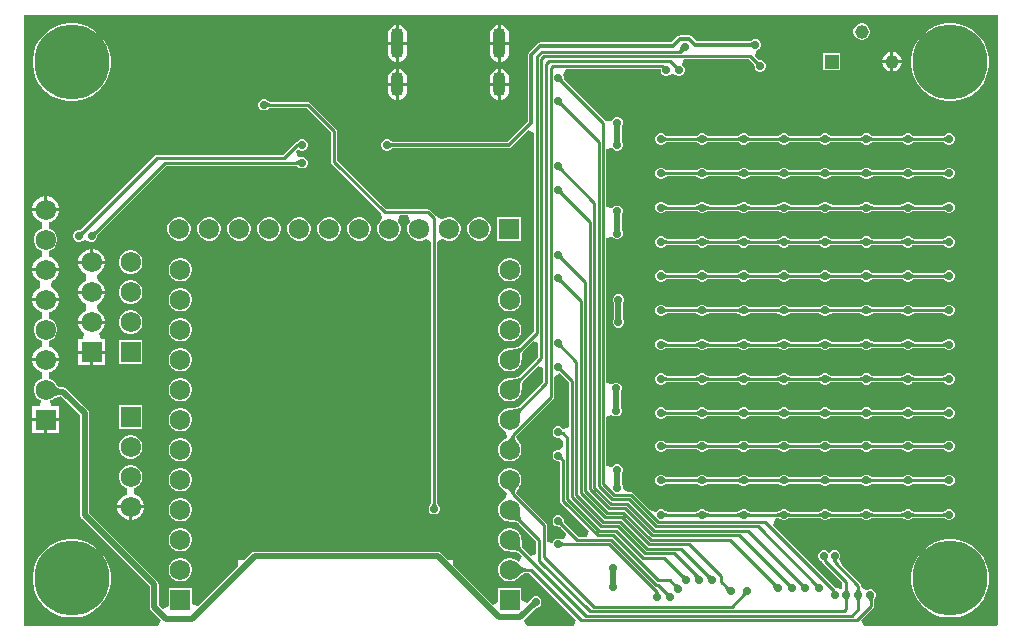
<source format=gbl>
G04*
G04 #@! TF.GenerationSoftware,Altium Limited,Altium Designer,25.1.2 (22)*
G04*
G04 Layer_Physical_Order=2*
G04 Layer_Color=16711680*
%FSLAX25Y25*%
%MOIN*%
G70*
G04*
G04 #@! TF.SameCoordinates,9731B79D-0BF3-49C4-8AD9-4CBC44B71680*
G04*
G04*
G04 #@! TF.FilePolarity,Positive*
G04*
G01*
G75*
%ADD12C,0.01181*%
%ADD15C,0.01000*%
%ADD58C,0.01968*%
%ADD59C,0.04547*%
%ADD60R,0.04547X0.04547*%
%ADD61O,0.04331X0.08268*%
%ADD62O,0.04331X0.10236*%
%ADD63C,0.06791*%
%ADD64R,0.06791X0.06791*%
%ADD65R,0.06791X0.06791*%
%ADD66C,0.25000*%
%ADD67C,0.02756*%
G36*
X343898Y293917D02*
X343821Y293988D01*
X343737Y294052D01*
X343646Y294108D01*
X343548Y294157D01*
X343443Y294198D01*
X343330Y294232D01*
X343211Y294258D01*
X343084Y294276D01*
X342951Y294288D01*
X342810Y294291D01*
Y295472D01*
X342951Y295476D01*
X343084Y295487D01*
X343211Y295506D01*
X343330Y295532D01*
X343443Y295566D01*
X343548Y295607D01*
X343646Y295656D01*
X343737Y295712D01*
X343821Y295775D01*
X343898Y295847D01*
Y293917D01*
D02*
G37*
G36*
X321246Y292717D02*
X321118Y292713D01*
X320993Y292700D01*
X320872Y292677D01*
X320754Y292645D01*
X320639Y292603D01*
X320529Y292551D01*
X320422Y292490D01*
X320318Y292419D01*
X320217Y292338D01*
X320121Y292248D01*
X319414Y292955D01*
X319504Y293052D01*
X319584Y293152D01*
X319655Y293256D01*
X319717Y293363D01*
X319768Y293474D01*
X319810Y293588D01*
X319843Y293706D01*
X319865Y293828D01*
X319878Y293952D01*
X319882Y294081D01*
X321246Y292717D01*
D02*
G37*
G36*
X345414Y289551D02*
X345515Y289471D01*
X345618Y289400D01*
X345726Y289339D01*
X345836Y289287D01*
X345951Y289245D01*
X346068Y289213D01*
X346190Y289190D01*
X346315Y289177D01*
X346443Y289173D01*
X345079Y287809D01*
X345075Y287937D01*
X345062Y288062D01*
X345039Y288183D01*
X345007Y288301D01*
X344965Y288416D01*
X344913Y288526D01*
X344852Y288634D01*
X344781Y288737D01*
X344701Y288838D01*
X344611Y288934D01*
X345318Y289641D01*
X345414Y289551D01*
D02*
G37*
G36*
X314219Y288065D02*
X314441Y287871D01*
X314503Y287826D01*
X314560Y287791D01*
X314610Y287766D01*
X314654Y287751D01*
X314692Y287745D01*
X314724Y287750D01*
X313825Y286851D01*
X313829Y286883D01*
X313824Y286921D01*
X313809Y286965D01*
X313783Y287015D01*
X313748Y287071D01*
X313703Y287134D01*
X313584Y287276D01*
X313426Y287442D01*
X314133Y288149D01*
X314219Y288065D01*
D02*
G37*
G36*
X318406Y288213D02*
X318507Y288132D01*
X318610Y288061D01*
X318718Y288000D01*
X318828Y287949D01*
X318942Y287907D01*
X319060Y287874D01*
X319182Y287852D01*
X319306Y287838D01*
X319435Y287835D01*
X318071Y286471D01*
X318067Y286599D01*
X318054Y286724D01*
X318031Y286845D01*
X317999Y286963D01*
X317957Y287077D01*
X317905Y287188D01*
X317844Y287295D01*
X317773Y287399D01*
X317693Y287499D01*
X317602Y287596D01*
X318310Y288303D01*
X318406Y288213D01*
D02*
G37*
G36*
X425591Y101575D02*
X425197Y101181D01*
X380997D01*
X380182Y103150D01*
X384186Y107153D01*
X384407Y107484D01*
X384484Y107874D01*
Y108874D01*
X384426Y109164D01*
Y109433D01*
X384448Y109481D01*
X384451Y109595D01*
X384459Y109693D01*
X384472Y109788D01*
X384490Y109881D01*
X384513Y109973D01*
X384541Y110063D01*
X384575Y110152D01*
X384613Y110241D01*
X384658Y110329D01*
X384715Y110428D01*
X384725Y110503D01*
X384949Y111044D01*
Y111791D01*
X384663Y112481D01*
X384135Y113009D01*
X383444Y113295D01*
X382697D01*
X382360Y113155D01*
X381865Y113054D01*
X381049Y113311D01*
X380153Y113940D01*
Y114567D01*
X380076Y114957D01*
X379855Y115288D01*
X373658Y121484D01*
X372852Y123346D01*
X373138Y124036D01*
Y124783D01*
X372852Y125473D01*
X372324Y126002D01*
X371633Y126287D01*
X370886D01*
X370196Y126002D01*
X369488Y125580D01*
X368780Y126002D01*
X368090Y126287D01*
X367343D01*
X366653Y126002D01*
X366125Y125473D01*
X365839Y124783D01*
Y124036D01*
X366125Y123346D01*
X366653Y122817D01*
X367083Y122639D01*
X367110Y122502D01*
X367332Y122171D01*
X373787Y115716D01*
X373656Y113579D01*
X371645Y113622D01*
X370079Y115189D01*
X370012Y115288D01*
X350852Y134448D01*
X351313Y136667D01*
X351892Y136981D01*
X352507Y137026D01*
X352733Y137021D01*
X352767Y137002D01*
X352832Y136957D01*
X352897Y136905D01*
X352975Y136831D01*
X353068Y136795D01*
X353267Y136597D01*
X353957Y136311D01*
X354704D01*
X355395Y136597D01*
X355593Y136795D01*
X355687Y136831D01*
X355765Y136905D01*
X355829Y136957D01*
X355894Y137002D01*
X355961Y137040D01*
X356031Y137072D01*
X356103Y137098D01*
X356180Y137119D01*
X356261Y137135D01*
X356348Y137144D01*
X356461Y137148D01*
X356507Y137169D01*
X365934D01*
X365980Y137148D01*
X366093Y137144D01*
X366180Y137135D01*
X366261Y137119D01*
X366338Y137098D01*
X366410Y137072D01*
X366479Y137040D01*
X366546Y137002D01*
X366612Y136957D01*
X366676Y136905D01*
X366754Y136831D01*
X366848Y136795D01*
X367046Y136597D01*
X367737Y136311D01*
X368484D01*
X369174Y136597D01*
X369373Y136795D01*
X369466Y136831D01*
X369544Y136905D01*
X369609Y136957D01*
X369674Y137002D01*
X369741Y137040D01*
X369810Y137072D01*
X369883Y137098D01*
X369959Y137119D01*
X370041Y137135D01*
X370128Y137144D01*
X370240Y137148D01*
X370287Y137169D01*
X379713D01*
X379760Y137148D01*
X379872Y137144D01*
X379959Y137135D01*
X380041Y137119D01*
X380117Y137098D01*
X380190Y137072D01*
X380259Y137040D01*
X380326Y137002D01*
X380391Y136957D01*
X380456Y136905D01*
X380534Y136831D01*
X380627Y136795D01*
X380826Y136597D01*
X381516Y136311D01*
X382263D01*
X382954Y136597D01*
X383152Y136795D01*
X383246Y136831D01*
X383324Y136905D01*
X383388Y136957D01*
X383453Y137002D01*
X383521Y137040D01*
X383590Y137072D01*
X383662Y137098D01*
X383739Y137119D01*
X383820Y137135D01*
X383907Y137144D01*
X384020Y137148D01*
X384066Y137169D01*
X393493D01*
X393539Y137148D01*
X393652Y137144D01*
X393739Y137135D01*
X393820Y137119D01*
X393897Y137099D01*
X393969Y137072D01*
X394039Y137040D01*
X394106Y137002D01*
X394171Y136957D01*
X394235Y136905D01*
X394313Y136831D01*
X394407Y136795D01*
X394605Y136597D01*
X395296Y136311D01*
X396043D01*
X396733Y136597D01*
X396932Y136795D01*
X397025Y136831D01*
X397104Y136905D01*
X397168Y136957D01*
X397233Y137002D01*
X397300Y137040D01*
X397369Y137072D01*
X397442Y137099D01*
X397518Y137119D01*
X397600Y137135D01*
X397687Y137144D01*
X397799Y137148D01*
X397846Y137169D01*
X407272D01*
X407319Y137148D01*
X407431Y137144D01*
X407518Y137135D01*
X407600Y137119D01*
X407676Y137099D01*
X407749Y137072D01*
X407818Y137040D01*
X407885Y137002D01*
X407950Y136957D01*
X408015Y136905D01*
X408093Y136831D01*
X408186Y136795D01*
X408385Y136597D01*
X409075Y136311D01*
X409822D01*
X410513Y136597D01*
X411041Y137125D01*
X411327Y137815D01*
Y138563D01*
X411041Y139253D01*
X410513Y139781D01*
X409822Y140067D01*
X409075D01*
X408385Y139781D01*
X408186Y139582D01*
X408093Y139547D01*
X408015Y139473D01*
X407950Y139421D01*
X407885Y139376D01*
X407818Y139338D01*
X407749Y139306D01*
X407676Y139279D01*
X407600Y139259D01*
X407518Y139243D01*
X407431Y139234D01*
X407319Y139230D01*
X407272Y139209D01*
X397846D01*
X397799Y139230D01*
X397687Y139234D01*
X397600Y139243D01*
X397518Y139259D01*
X397442Y139279D01*
X397369Y139306D01*
X397300Y139338D01*
X397233Y139376D01*
X397168Y139421D01*
X397104Y139473D01*
X397025Y139547D01*
X396932Y139582D01*
X396733Y139781D01*
X396043Y140067D01*
X395296D01*
X394605Y139781D01*
X394407Y139582D01*
X394313Y139547D01*
X394235Y139473D01*
X394171Y139421D01*
X394106Y139376D01*
X394039Y139338D01*
X393969Y139306D01*
X393897Y139279D01*
X393820Y139259D01*
X393739Y139243D01*
X393652Y139234D01*
X393539Y139230D01*
X393493Y139209D01*
X384066D01*
X384020Y139230D01*
X383907Y139234D01*
X383820Y139243D01*
X383739Y139259D01*
X383662Y139279D01*
X383590Y139306D01*
X383520Y139338D01*
X383453Y139376D01*
X383388Y139421D01*
X383324Y139473D01*
X383246Y139547D01*
X383152Y139582D01*
X382954Y139781D01*
X382263Y140067D01*
X381516D01*
X380826Y139781D01*
X380627Y139582D01*
X380534Y139547D01*
X380456Y139473D01*
X380391Y139421D01*
X380326Y139376D01*
X380259Y139338D01*
X380190Y139306D01*
X380117Y139279D01*
X380041Y139259D01*
X379959Y139243D01*
X379872Y139234D01*
X379760Y139230D01*
X379713Y139209D01*
X370287D01*
X370240Y139230D01*
X370128Y139234D01*
X370041Y139243D01*
X369959Y139259D01*
X369883Y139279D01*
X369810Y139306D01*
X369741Y139338D01*
X369674Y139376D01*
X369609Y139421D01*
X369544Y139473D01*
X369466Y139547D01*
X369373Y139582D01*
X369174Y139781D01*
X368484Y140067D01*
X367737D01*
X367046Y139781D01*
X366848Y139582D01*
X366754Y139547D01*
X366676Y139473D01*
X366612Y139421D01*
X366547Y139376D01*
X366480Y139338D01*
X366410Y139306D01*
X366338Y139279D01*
X366261Y139259D01*
X366180Y139243D01*
X366093Y139234D01*
X365980Y139230D01*
X365934Y139209D01*
X356507D01*
X356461Y139230D01*
X356348Y139234D01*
X356261Y139243D01*
X356180Y139259D01*
X356103Y139279D01*
X356031Y139306D01*
X355961Y139338D01*
X355894Y139376D01*
X355829Y139421D01*
X355765Y139473D01*
X355687Y139547D01*
X355593Y139582D01*
X355395Y139781D01*
X354704Y140067D01*
X353957D01*
X353267Y139781D01*
X353068Y139582D01*
X352975Y139547D01*
X352896Y139473D01*
X352832Y139421D01*
X352767Y139376D01*
X352700Y139338D01*
X352631Y139306D01*
X352558Y139279D01*
X352482Y139259D01*
X352400Y139243D01*
X352313Y139234D01*
X352201Y139230D01*
X352154Y139209D01*
X343121D01*
X343075Y139230D01*
X342962Y139234D01*
X342875Y139243D01*
X342794Y139259D01*
X342717Y139279D01*
X342645Y139306D01*
X342576Y139338D01*
X342509Y139376D01*
X342443Y139421D01*
X342379Y139473D01*
X342301Y139547D01*
X342207Y139582D01*
X342009Y139781D01*
X341318Y140067D01*
X340571D01*
X339881Y139781D01*
X339683Y139582D01*
X339589Y139547D01*
X339511Y139473D01*
X339446Y139421D01*
X339381Y139376D01*
X339314Y139338D01*
X339245Y139306D01*
X339172Y139279D01*
X339096Y139259D01*
X339015Y139243D01*
X338927Y139234D01*
X338815Y139230D01*
X338768Y139209D01*
X329342D01*
X329295Y139230D01*
X329183Y139234D01*
X329096Y139243D01*
X329014Y139259D01*
X328938Y139279D01*
X328865Y139306D01*
X328796Y139338D01*
X328729Y139376D01*
X328664Y139421D01*
X328600Y139473D01*
X328521Y139547D01*
X328428Y139582D01*
X328229Y139781D01*
X327539Y140067D01*
X326792D01*
X326102Y139781D01*
X325903Y139582D01*
X325809Y139547D01*
X325731Y139473D01*
X325667Y139421D01*
X325602Y139376D01*
X325535Y139338D01*
X325465Y139306D01*
X325393Y139279D01*
X325317Y139259D01*
X325235Y139243D01*
X325148Y139234D01*
X325036Y139230D01*
X324989Y139209D01*
X315562D01*
X315516Y139230D01*
X315403Y139234D01*
X315316Y139243D01*
X315235Y139259D01*
X315158Y139279D01*
X315086Y139306D01*
X315017Y139338D01*
X314950Y139376D01*
X314884Y139421D01*
X314820Y139473D01*
X314742Y139547D01*
X314648Y139582D01*
X314450Y139781D01*
X313759Y140067D01*
X313012D01*
X312322Y139781D01*
X311794Y139253D01*
X309879Y139775D01*
X304086Y145567D01*
X303756Y145788D01*
X303365Y145866D01*
X302420D01*
X300697Y146851D01*
Y147598D01*
X300411Y148288D01*
X300332Y148367D01*
Y152007D01*
X300411Y152086D01*
X300697Y152776D01*
Y153523D01*
X300411Y154213D01*
X299883Y154742D01*
X299193Y155028D01*
X298445D01*
X297755Y154742D01*
X297227Y154213D01*
X297197Y154141D01*
X295228Y154532D01*
Y170804D01*
X295490Y170961D01*
X297197Y171407D01*
X297361Y171243D01*
X298052Y170957D01*
X298799D01*
X299489Y171243D01*
X300017Y171771D01*
X300303Y172461D01*
Y173208D01*
X300017Y173898D01*
X299939Y173977D01*
Y179173D01*
X300017Y179251D01*
X300303Y179941D01*
Y180689D01*
X300017Y181379D01*
X299489Y181907D01*
X298799Y182193D01*
X298052D01*
X297361Y181907D01*
X297197Y181742D01*
X295490Y182188D01*
X295228Y182346D01*
Y230507D01*
X297197Y230899D01*
X297227Y230826D01*
X297755Y230298D01*
X298445Y230012D01*
X299193D01*
X299883Y230298D01*
X300411Y230826D01*
X300697Y231516D01*
Y232263D01*
X300411Y232954D01*
X300332Y233032D01*
Y238228D01*
X300411Y238306D01*
X300697Y238997D01*
Y239744D01*
X300411Y240434D01*
X299883Y240962D01*
X299193Y241248D01*
X298445D01*
X297755Y240962D01*
X297227Y240434D01*
X297197Y240361D01*
X295228Y240753D01*
Y260049D01*
X297197Y260440D01*
X297237Y260344D01*
X297765Y259815D01*
X298455Y259529D01*
X299202D01*
X299892Y259815D01*
X300421Y260344D01*
X300707Y261034D01*
Y261781D01*
X300421Y262471D01*
X300342Y262550D01*
Y267745D01*
X300421Y267824D01*
X300707Y268514D01*
Y269261D01*
X300421Y269952D01*
X299892Y270480D01*
X299202Y270766D01*
X298455D01*
X297765Y270480D01*
X297237Y269952D01*
X297077Y269565D01*
X295864Y269319D01*
X295024Y269363D01*
X294930Y269504D01*
X281394Y283040D01*
X281376Y283088D01*
X281299Y283170D01*
X281244Y283239D01*
X281198Y283307D01*
X281158Y283376D01*
X281126Y283446D01*
X281099Y283518D01*
X281079Y283592D01*
X281064Y283670D01*
X281056Y283752D01*
X281053Y283859D01*
X281012Y283951D01*
Y284232D01*
X280726Y284922D01*
X281656Y286776D01*
X313261D01*
Y286062D01*
X313547Y285372D01*
X314075Y284844D01*
X314766Y284558D01*
X315513D01*
X316203Y284844D01*
X317283Y285203D01*
X318385Y284865D01*
X318385Y284865D01*
X318474Y284828D01*
X319075Y284579D01*
X319822D01*
X320512Y284865D01*
X321041Y285393D01*
X321326Y286083D01*
Y286830D01*
X321041Y287521D01*
X320530Y288032D01*
X320531Y288133D01*
X320946Y290000D01*
X342810D01*
X344197Y288613D01*
X344215Y288565D01*
X344291Y288483D01*
X344346Y288415D01*
X344393Y288346D01*
X344432Y288277D01*
X344465Y288208D01*
X344491Y288136D01*
X344512Y288062D01*
X344526Y287984D01*
X344535Y287902D01*
X344538Y287794D01*
X344579Y287703D01*
Y287422D01*
X344865Y286732D01*
X345393Y286203D01*
X346083Y285917D01*
X346830D01*
X347520Y286203D01*
X348049Y286732D01*
X348335Y287422D01*
Y288169D01*
X348049Y288859D01*
X347520Y289387D01*
X346830Y289673D01*
X346549D01*
X346458Y289714D01*
X346350Y289717D01*
X346268Y289726D01*
X346190Y289740D01*
X346116Y289761D01*
X346044Y289787D01*
X345974Y289820D01*
X345906Y289859D01*
X345837Y289906D01*
X345769Y289961D01*
X345687Y290037D01*
X345639Y290055D01*
X344658Y291035D01*
X345041Y292298D01*
X345410Y293068D01*
X345946Y293290D01*
X346474Y293818D01*
X346760Y294508D01*
Y295255D01*
X346474Y295946D01*
X345946Y296474D01*
X345255Y296760D01*
X344508D01*
X343818Y296474D01*
X343622Y296277D01*
X343530Y296244D01*
X343473Y296191D01*
X343431Y296159D01*
X343383Y296130D01*
X343329Y296102D01*
X343266Y296078D01*
X343194Y296057D01*
X343113Y296039D01*
X343022Y296025D01*
X342921Y296017D01*
X342796Y296013D01*
X342752Y295994D01*
X325264D01*
X323621Y297637D01*
X323260Y297878D01*
X322835Y297962D01*
X322835Y297962D01*
X319685D01*
X319685Y297962D01*
X319260Y297878D01*
X318899Y297637D01*
X318899Y297637D01*
X316862Y295600D01*
X273228D01*
X272803Y295515D01*
X272442Y295274D01*
X269292Y292125D01*
X269052Y291764D01*
X268967Y291339D01*
X268967Y291338D01*
Y269358D01*
X262138Y262529D01*
X224178D01*
X224133Y262549D01*
X224008Y262552D01*
X223907Y262561D01*
X223816Y262574D01*
X223735Y262592D01*
X223663Y262614D01*
X223600Y262638D01*
X223546Y262665D01*
X223498Y262694D01*
X223456Y262726D01*
X223399Y262779D01*
X223307Y262813D01*
X223111Y263009D01*
X222421Y263295D01*
X221674D01*
X220984Y263009D01*
X220455Y262481D01*
X220169Y261791D01*
Y261044D01*
X220455Y260353D01*
X220984Y259825D01*
X221674Y259539D01*
X222421D01*
X223111Y259825D01*
X223307Y260022D01*
X223399Y260055D01*
X223456Y260108D01*
X223498Y260140D01*
X223546Y260170D01*
X223600Y260197D01*
X223663Y260221D01*
X223735Y260243D01*
X223816Y260261D01*
X223907Y260274D01*
X224008Y260282D01*
X224133Y260286D01*
X224178Y260305D01*
X262598D01*
X262598Y260305D01*
X263024Y260390D01*
X263385Y260631D01*
X269059Y266305D01*
X271028Y265490D01*
Y199320D01*
X266145Y194437D01*
X266103Y194424D01*
X265955Y194297D01*
X265800Y194200D01*
X265603Y194107D01*
X265362Y194021D01*
X265077Y193946D01*
X264750Y193884D01*
X264386Y193836D01*
X263515Y193782D01*
X263023Y193779D01*
X262926Y193738D01*
X262479D01*
X261489Y193473D01*
X260600Y192960D01*
X259875Y192235D01*
X259362Y191346D01*
X259097Y190355D01*
Y189330D01*
X259362Y188339D01*
X259875Y187451D01*
X260600Y186725D01*
X261489Y186212D01*
X262479Y185947D01*
X263505D01*
X264496Y186212D01*
X265384Y186725D01*
X266109Y187451D01*
X266622Y188339D01*
X266888Y189330D01*
Y189776D01*
X266929Y189873D01*
X266932Y190366D01*
X266985Y191237D01*
X267033Y191600D01*
X267096Y191928D01*
X267171Y192212D01*
X267257Y192454D01*
X267350Y192651D01*
X267447Y192805D01*
X267573Y192954D01*
X267587Y192995D01*
X270709Y196117D01*
X272528Y195364D01*
Y190820D01*
X266145Y184437D01*
X266103Y184424D01*
X265955Y184297D01*
X265800Y184200D01*
X265603Y184107D01*
X265362Y184021D01*
X265077Y183946D01*
X264750Y183884D01*
X264386Y183836D01*
X263515Y183782D01*
X263023Y183779D01*
X262926Y183738D01*
X262479D01*
X261489Y183473D01*
X260600Y182960D01*
X259875Y182235D01*
X259362Y181346D01*
X259097Y180355D01*
Y179330D01*
X259362Y178339D01*
X259875Y177451D01*
X260600Y176725D01*
X261489Y176212D01*
X262479Y175947D01*
X263505D01*
X264496Y176212D01*
X265384Y176725D01*
X266109Y177451D01*
X266622Y178339D01*
X266888Y179330D01*
Y179776D01*
X266929Y179873D01*
X266932Y180366D01*
X266985Y181237D01*
X267033Y181600D01*
X267096Y181928D01*
X267171Y182212D01*
X267257Y182454D01*
X267350Y182651D01*
X267447Y182805D01*
X267573Y182954D01*
X267587Y182995D01*
X272359Y187767D01*
X274177Y187014D01*
Y182470D01*
X266145Y174437D01*
X266103Y174424D01*
X265955Y174297D01*
X265800Y174200D01*
X265603Y174107D01*
X265362Y174021D01*
X265077Y173946D01*
X264750Y173884D01*
X264386Y173836D01*
X263515Y173782D01*
X263023Y173779D01*
X262926Y173738D01*
X262479D01*
X261489Y173473D01*
X260600Y172960D01*
X259875Y172234D01*
X259362Y171346D01*
X259097Y170355D01*
Y169330D01*
X259362Y168339D01*
X259875Y167450D01*
X260600Y166725D01*
X261489Y166212D01*
X262065Y164442D01*
X261914Y164116D01*
X261501Y163476D01*
X261489Y163473D01*
X260600Y162960D01*
X259875Y162234D01*
X259362Y161346D01*
X259097Y160355D01*
Y159330D01*
X259362Y158339D01*
X259875Y157450D01*
X260600Y156725D01*
X261489Y156212D01*
X262479Y155947D01*
X263505D01*
X264496Y156212D01*
X265384Y156725D01*
X266109Y157450D01*
X266622Y158339D01*
X266888Y159330D01*
Y160355D01*
X266622Y161346D01*
X266241Y162006D01*
X266238Y162059D01*
X266206Y162087D01*
X266197Y162128D01*
X265988Y162432D01*
X265640Y163017D01*
X265506Y163286D01*
X265392Y163551D01*
X265300Y163806D01*
X265230Y164052D01*
X265180Y164289D01*
X265171Y164363D01*
X277418Y176610D01*
X277639Y176941D01*
X277716Y177331D01*
Y183819D01*
X278087Y184434D01*
X279738Y185291D01*
X279806Y185236D01*
X279888Y185160D01*
X279936Y185142D01*
X282689Y182389D01*
Y167435D01*
X282203Y167116D01*
X280752Y166817D01*
X280721Y166817D01*
X280198Y167340D01*
X279507Y167626D01*
X278760D01*
X278070Y167340D01*
X277542Y166812D01*
X277256Y166122D01*
Y165375D01*
X277542Y164684D01*
X278070Y164156D01*
X278760Y163870D01*
X279507D01*
X280848Y162838D01*
Y161165D01*
X279307Y159752D01*
X278760D01*
X278070Y159466D01*
X277542Y158938D01*
X277256Y158248D01*
Y157501D01*
X277542Y156810D01*
X278070Y156282D01*
X278760Y155996D01*
X279041D01*
X279133Y155955D01*
X279240Y155952D01*
X279323Y155944D01*
X279400Y155929D01*
X279474Y155909D01*
X279546Y155882D01*
X279616Y155850D01*
X279685Y155810D01*
X279689Y155807D01*
Y142880D01*
X279767Y142490D01*
X279988Y142159D01*
X289462Y132685D01*
X288708Y130866D01*
X285879D01*
X281392Y135353D01*
X281374Y135401D01*
X281297Y135484D01*
X281243Y135552D01*
X281196Y135620D01*
X281156Y135689D01*
X281124Y135759D01*
X281098Y135831D01*
X281077Y135905D01*
X281063Y135983D01*
X281054Y136065D01*
X281051Y136172D01*
X281010Y136264D01*
Y136545D01*
X280724Y137235D01*
X280196Y137763D01*
X279506Y138049D01*
X278759D01*
X278068Y137763D01*
X277540Y137235D01*
X277254Y136545D01*
Y135798D01*
X277540Y135108D01*
X278068Y134579D01*
X278759Y134293D01*
X279039D01*
X279131Y134253D01*
X279239Y134250D01*
X279321Y134241D01*
X279398Y134226D01*
X279473Y134206D01*
X279544Y134180D01*
X279614Y134147D01*
X279683Y134108D01*
X279751Y134061D01*
X279820Y134006D01*
X279902Y133929D01*
X279950Y133911D01*
X281783Y132079D01*
X281776Y131310D01*
X281075Y130002D01*
X280269Y129944D01*
X280105Y129977D01*
X279507Y130224D01*
X278760D01*
X278070Y129938D01*
X277542Y129410D01*
X277256Y128720D01*
X275429Y129062D01*
Y134642D01*
X275351Y135032D01*
X275130Y135363D01*
X265171Y145322D01*
X265180Y145396D01*
X265230Y145633D01*
X265300Y145879D01*
X265392Y146134D01*
X265506Y146399D01*
X265640Y146668D01*
X265988Y147253D01*
X266197Y147557D01*
X266206Y147598D01*
X266238Y147626D01*
X266241Y147679D01*
X266622Y148339D01*
X266888Y149330D01*
Y150355D01*
X266622Y151346D01*
X266109Y152234D01*
X265384Y152960D01*
X264496Y153473D01*
X263505Y153738D01*
X262479D01*
X261489Y153473D01*
X260600Y152960D01*
X259875Y152234D01*
X259362Y151346D01*
X259097Y150355D01*
Y149330D01*
X259362Y148339D01*
X259875Y147450D01*
X260600Y146725D01*
X261489Y146212D01*
X261501Y146209D01*
X261914Y145569D01*
X262065Y145243D01*
X261489Y143473D01*
X260600Y142960D01*
X259875Y142235D01*
X259362Y141346D01*
X259097Y140355D01*
Y139330D01*
X259362Y138339D01*
X259875Y137451D01*
X260600Y136725D01*
X261489Y136212D01*
X262479Y135947D01*
X262865D01*
X262959Y135906D01*
X263455Y135895D01*
X264333Y135829D01*
X264700Y135776D01*
X265030Y135710D01*
X265316Y135632D01*
X265559Y135544D01*
X265757Y135450D01*
X265911Y135353D01*
X266058Y135228D01*
X266099Y135215D01*
X271815Y129499D01*
Y125245D01*
X269847Y124430D01*
X267587Y126690D01*
X267573Y126731D01*
X267447Y126880D01*
X267350Y127034D01*
X267257Y127231D01*
X267171Y127473D01*
X267096Y127758D01*
X267033Y128085D01*
X266985Y128448D01*
X266932Y129319D01*
X266929Y129812D01*
X266888Y129909D01*
Y130355D01*
X266622Y131346D01*
X266109Y132235D01*
X265384Y132960D01*
X264496Y133473D01*
X263505Y133738D01*
X262479D01*
X261489Y133473D01*
X260600Y132960D01*
X259875Y132235D01*
X259362Y131346D01*
X259097Y130355D01*
Y129330D01*
X259362Y128339D01*
X259875Y127451D01*
X260600Y126725D01*
X261489Y126212D01*
X262479Y125947D01*
X262926D01*
X263023Y125906D01*
X263515Y125903D01*
X264386Y125849D01*
X264750Y125801D01*
X265077Y125739D01*
X265362Y125664D01*
X265603Y125578D01*
X265800Y125485D01*
X265955Y125388D01*
X266103Y125261D01*
X266145Y125248D01*
X266983Y124410D01*
X266983Y124392D01*
X266089Y122520D01*
X265858Y122544D01*
X265797Y122604D01*
X265700Y122644D01*
X265384Y122960D01*
X264496Y123473D01*
X263505Y123738D01*
X262479D01*
X261489Y123473D01*
X260600Y122960D01*
X259875Y122234D01*
X259362Y121346D01*
X259097Y120355D01*
Y119330D01*
X259362Y118339D01*
X259875Y117450D01*
X260600Y116725D01*
X261489Y116212D01*
X262479Y115947D01*
X263505D01*
X264496Y116212D01*
X265384Y116725D01*
X265700Y117041D01*
X265797Y117081D01*
X266148Y117427D01*
X266802Y118005D01*
X267092Y118228D01*
X267368Y118415D01*
X267623Y118563D01*
X267854Y118673D01*
X268059Y118747D01*
X268237Y118787D01*
X268432Y118803D01*
X268470Y118823D01*
X269499D01*
X285172Y103150D01*
X284357Y101181D01*
X268626D01*
X268117Y102021D01*
X267888Y103150D01*
X271916Y107177D01*
X272027D01*
X272717Y107463D01*
X273246Y107991D01*
X273532Y108682D01*
Y109429D01*
X273246Y110119D01*
X272717Y110647D01*
X272027Y110933D01*
X271280D01*
X270590Y110647D01*
X270061Y110119D01*
X269776Y109429D01*
X268794Y108852D01*
X266888Y109816D01*
Y113738D01*
X259097D01*
Y109002D01*
X257278Y108248D01*
X244094Y121432D01*
Y123228D01*
X242298D01*
X240047Y125479D01*
X239556Y125808D01*
X238976Y125923D01*
X238976Y125923D01*
X177953D01*
X177953Y125923D01*
X177374Y125808D01*
X176883Y125479D01*
X176883Y125479D01*
X174632Y123228D01*
X172441D01*
Y121038D01*
X159014Y107611D01*
X157045Y108426D01*
Y113738D01*
X149254D01*
Y107639D01*
X147470Y106900D01*
X146002Y108111D01*
Y114961D01*
X146002Y114961D01*
X145886Y115540D01*
X145558Y116031D01*
X145558Y116031D01*
X122773Y138816D01*
Y172047D01*
X122773Y172047D01*
X122658Y172626D01*
X122330Y173117D01*
X115243Y180204D01*
X114752Y180532D01*
X114173Y180647D01*
X114173Y180647D01*
X113746D01*
X113722Y180659D01*
X113441Y180673D01*
X113201Y180710D01*
X112976Y180772D01*
X112762Y180857D01*
X112558Y180968D01*
X112362Y181105D01*
X112172Y181270D01*
X111988Y181465D01*
X111811Y181692D01*
X111630Y181968D01*
X111555Y182019D01*
X111385Y182313D01*
X110660Y183039D01*
X109771Y183551D01*
X109428Y183643D01*
Y185681D01*
X109964Y185825D01*
X110967Y186404D01*
X111785Y187222D01*
X112364Y188225D01*
X112663Y189343D01*
Y189421D01*
X108268D01*
X103872D01*
Y189343D01*
X104172Y188225D01*
X104750Y187222D01*
X105569Y186404D01*
X106571Y185825D01*
X107107Y185681D01*
Y183643D01*
X106764Y183551D01*
X105876Y183039D01*
X105150Y182313D01*
X104638Y181425D01*
X104372Y180434D01*
Y179408D01*
X104638Y178418D01*
X105150Y177529D01*
X105876Y176804D01*
X106764Y176291D01*
X106785Y176285D01*
X106526Y174317D01*
X103872D01*
Y170421D01*
X108268D01*
X112663D01*
Y174317D01*
X110010D01*
X109750Y176285D01*
X109771Y176291D01*
X110250Y176568D01*
X110355Y176584D01*
X110693Y176788D01*
X111008Y176962D01*
X111630Y177254D01*
X111914Y177363D01*
X112193Y177453D01*
X112461Y177522D01*
X112719Y177570D01*
X112966Y177599D01*
X113223Y177609D01*
X113249Y177620D01*
X113546D01*
X119746Y171420D01*
Y138189D01*
X119746Y138189D01*
X119862Y137610D01*
X120190Y137119D01*
X142975Y114334D01*
Y107480D01*
X142975Y107480D01*
X143090Y106901D01*
X143418Y106410D01*
X146679Y103150D01*
X145863Y101181D01*
X101181D01*
Y304724D01*
X425591D01*
Y101575D01*
D02*
G37*
G36*
X280515Y283716D02*
X280528Y283591D01*
X280551Y283470D01*
X280584Y283352D01*
X280626Y283238D01*
X280677Y283127D01*
X280738Y283020D01*
X280809Y282916D01*
X280890Y282816D01*
X280980Y282719D01*
X280273Y282012D01*
X280176Y282102D01*
X280076Y282183D01*
X279972Y282254D01*
X279865Y282315D01*
X279754Y282367D01*
X279640Y282409D01*
X279522Y282441D01*
X279401Y282464D01*
X279276Y282477D01*
X279148Y282480D01*
X280512Y283844D01*
X280515Y283716D01*
D02*
G37*
G36*
Y275842D02*
X280528Y275717D01*
X280551Y275596D01*
X280584Y275478D01*
X280626Y275364D01*
X280677Y275253D01*
X280738Y275146D01*
X280809Y275042D01*
X280890Y274942D01*
X280980Y274845D01*
X280273Y274138D01*
X280176Y274228D01*
X280076Y274309D01*
X279972Y274380D01*
X279865Y274441D01*
X279754Y274493D01*
X279640Y274535D01*
X279522Y274567D01*
X279401Y274590D01*
X279276Y274603D01*
X279148Y274606D01*
X280512Y275970D01*
X280515Y275842D01*
D02*
G37*
G36*
X223108Y262311D02*
X223192Y262247D01*
X223283Y262191D01*
X223381Y262142D01*
X223486Y262101D01*
X223599Y262068D01*
X223718Y262041D01*
X223845Y262023D01*
X223978Y262012D01*
X224119Y262008D01*
Y260827D01*
X223978Y260823D01*
X223845Y260812D01*
X223718Y260793D01*
X223599Y260767D01*
X223486Y260733D01*
X223381Y260692D01*
X223283Y260644D01*
X223192Y260587D01*
X223108Y260524D01*
X223031Y260453D01*
Y262382D01*
X223108Y262311D01*
D02*
G37*
G36*
X280515Y254189D02*
X280528Y254064D01*
X280551Y253942D01*
X280584Y253825D01*
X280626Y253710D01*
X280677Y253600D01*
X280738Y253492D01*
X280809Y253389D01*
X280890Y253288D01*
X280980Y253192D01*
X280273Y252485D01*
X280176Y252575D01*
X280076Y252655D01*
X279972Y252726D01*
X279865Y252787D01*
X279754Y252839D01*
X279640Y252881D01*
X279522Y252913D01*
X279401Y252936D01*
X279276Y252949D01*
X279148Y252953D01*
X280512Y254317D01*
X280515Y254189D01*
D02*
G37*
G36*
Y246315D02*
X280528Y246190D01*
X280551Y246068D01*
X280584Y245951D01*
X280626Y245836D01*
X280677Y245726D01*
X280738Y245618D01*
X280809Y245515D01*
X280890Y245414D01*
X280980Y245318D01*
X280273Y244611D01*
X280176Y244701D01*
X280076Y244781D01*
X279972Y244852D01*
X279865Y244913D01*
X279754Y244965D01*
X279640Y245007D01*
X279522Y245039D01*
X279401Y245062D01*
X279276Y245075D01*
X279148Y245079D01*
X280512Y246443D01*
X280515Y246315D01*
D02*
G37*
G36*
Y224661D02*
X280528Y224536D01*
X280551Y224415D01*
X280584Y224297D01*
X280626Y224183D01*
X280677Y224072D01*
X280738Y223965D01*
X280809Y223861D01*
X280890Y223761D01*
X280980Y223664D01*
X280273Y222957D01*
X280176Y223047D01*
X280076Y223128D01*
X279972Y223199D01*
X279865Y223260D01*
X279754Y223311D01*
X279640Y223354D01*
X279522Y223386D01*
X279401Y223409D01*
X279276Y223422D01*
X279148Y223425D01*
X280512Y224789D01*
X280515Y224661D01*
D02*
G37*
G36*
Y216787D02*
X280528Y216662D01*
X280551Y216541D01*
X280584Y216423D01*
X280626Y216309D01*
X280677Y216198D01*
X280738Y216091D01*
X280809Y215987D01*
X280890Y215887D01*
X280980Y215790D01*
X280273Y215083D01*
X280176Y215173D01*
X280076Y215254D01*
X279972Y215324D01*
X279865Y215386D01*
X279754Y215437D01*
X279640Y215479D01*
X279522Y215512D01*
X279401Y215535D01*
X279276Y215548D01*
X279148Y215551D01*
X280512Y216915D01*
X280515Y216787D01*
D02*
G37*
G36*
X280515Y195133D02*
X280528Y195009D01*
X280551Y194887D01*
X280584Y194770D01*
X280626Y194655D01*
X280677Y194544D01*
X280738Y194437D01*
X280809Y194334D01*
X280890Y194233D01*
X280980Y194137D01*
X280273Y193429D01*
X280176Y193520D01*
X280076Y193600D01*
X279972Y193671D01*
X279865Y193732D01*
X279754Y193784D01*
X279640Y193826D01*
X279522Y193858D01*
X279401Y193881D01*
X279276Y193894D01*
X279148Y193898D01*
X280512Y195262D01*
X280515Y195133D01*
D02*
G37*
G36*
X267161Y193305D02*
X267009Y193126D01*
X266874Y192912D01*
X266756Y192660D01*
X266653Y192372D01*
X266568Y192048D01*
X266499Y191686D01*
X266446Y191289D01*
X266391Y190384D01*
X266388Y189876D01*
X263026Y193238D01*
X263533Y193241D01*
X264438Y193297D01*
X264836Y193349D01*
X265197Y193418D01*
X265522Y193504D01*
X265810Y193606D01*
X266061Y193725D01*
X266276Y193860D01*
X266454Y194012D01*
X267161Y193305D01*
D02*
G37*
G36*
X280500Y187259D02*
X280513Y187135D01*
X280535Y187013D01*
X280568Y186896D01*
X280610Y186781D01*
X280661Y186670D01*
X280723Y186563D01*
X280794Y186460D01*
X280874Y186359D01*
X280964Y186263D01*
X280257Y185555D01*
X280160Y185646D01*
X280060Y185726D01*
X279956Y185797D01*
X279849Y185858D01*
X279738Y185910D01*
X279624Y185952D01*
X279506Y185984D01*
X279385Y186007D01*
X279260Y186020D01*
X279132Y186024D01*
X280496Y187388D01*
X280500Y187259D01*
D02*
G37*
G36*
X267161Y183305D02*
X267009Y183126D01*
X266874Y182912D01*
X266756Y182660D01*
X266653Y182372D01*
X266568Y182048D01*
X266499Y181686D01*
X266446Y181289D01*
X266391Y180384D01*
X266388Y179876D01*
X263026Y183238D01*
X263533Y183241D01*
X264438Y183297D01*
X264836Y183349D01*
X265197Y183418D01*
X265522Y183504D01*
X265810Y183606D01*
X266061Y183725D01*
X266276Y183860D01*
X266454Y184012D01*
X267161Y183305D01*
D02*
G37*
G36*
X111371Y181376D02*
X111577Y181112D01*
X111797Y180879D01*
X112029Y180677D01*
X112274Y180506D01*
X112532Y180367D01*
X112803Y180258D01*
X113088Y180180D01*
X113385Y180134D01*
X113695Y180118D01*
X113202Y178150D01*
X112924Y178139D01*
X112638Y178105D01*
X112344Y178050D01*
X112043Y177973D01*
X111734Y177874D01*
X111417Y177753D01*
X110762Y177444D01*
X110422Y177256D01*
X110075Y177047D01*
X111178Y181671D01*
X111371Y181376D01*
D02*
G37*
G36*
X267161Y173305D02*
X267009Y173126D01*
X266874Y172912D01*
X266756Y172660D01*
X266653Y172372D01*
X266568Y172048D01*
X266499Y171686D01*
X266446Y171289D01*
X266391Y170384D01*
X266388Y169877D01*
X263026Y173238D01*
X263533Y173241D01*
X264438Y173297D01*
X264836Y173349D01*
X265197Y173418D01*
X265522Y173504D01*
X265810Y173606D01*
X266061Y173725D01*
X266276Y173860D01*
X266454Y174012D01*
X267161Y173305D01*
D02*
G37*
G36*
X264612Y164470D02*
X264646Y164199D01*
X264704Y163923D01*
X264784Y163640D01*
X264888Y163352D01*
X265015Y163058D01*
X265164Y162758D01*
X265533Y162140D01*
X265751Y161822D01*
X262042Y163102D01*
X262338Y163201D01*
X262603Y163313D01*
X262837Y163440D01*
X263039Y163582D01*
X263211Y163738D01*
X263351Y163908D01*
X263460Y164093D01*
X263538Y164292D01*
X263585Y164506D01*
X263600Y164734D01*
X264600D01*
X264612Y164470D01*
D02*
G37*
G36*
X280515Y157732D02*
X280528Y157607D01*
X280551Y157486D01*
X280584Y157368D01*
X280626Y157254D01*
X280677Y157143D01*
X280738Y157036D01*
X280809Y156932D01*
X280890Y156832D01*
X280980Y156735D01*
X280273Y156028D01*
X280176Y156118D01*
X280076Y156199D01*
X279972Y156269D01*
X279865Y156331D01*
X279754Y156382D01*
X279640Y156424D01*
X279522Y156457D01*
X279401Y156480D01*
X279276Y156493D01*
X279148Y156496D01*
X280512Y157860D01*
X280515Y157732D01*
D02*
G37*
G36*
X265533Y147545D02*
X265164Y146927D01*
X265015Y146627D01*
X264888Y146333D01*
X264784Y146045D01*
X264704Y145762D01*
X264646Y145486D01*
X264612Y145215D01*
X264600Y144951D01*
X263600D01*
X263585Y145179D01*
X263538Y145393D01*
X263460Y145592D01*
X263351Y145777D01*
X263211Y145947D01*
X263039Y146103D01*
X262837Y146245D01*
X262603Y146372D01*
X262338Y146484D01*
X262042Y146583D01*
X265751Y147863D01*
X265533Y147545D01*
D02*
G37*
G36*
X408465Y137224D02*
X408371Y137313D01*
X408274Y137392D01*
X408172Y137461D01*
X408066Y137522D01*
X407955Y137573D01*
X407840Y137615D01*
X407721Y137647D01*
X407598Y137670D01*
X407470Y137684D01*
X407338Y137689D01*
Y138689D01*
X407470Y138694D01*
X407598Y138708D01*
X407721Y138731D01*
X407840Y138763D01*
X407955Y138805D01*
X408066Y138856D01*
X408172Y138917D01*
X408274Y138986D01*
X408371Y139065D01*
X408465Y139154D01*
Y137224D01*
D02*
G37*
G36*
X396747Y139065D02*
X396844Y138986D01*
X396946Y138917D01*
X397052Y138856D01*
X397163Y138805D01*
X397278Y138763D01*
X397397Y138731D01*
X397520Y138708D01*
X397648Y138694D01*
X397780Y138689D01*
Y137689D01*
X397648Y137684D01*
X397520Y137670D01*
X397397Y137647D01*
X397278Y137615D01*
X397163Y137573D01*
X397052Y137522D01*
X396946Y137461D01*
X396844Y137392D01*
X396747Y137313D01*
X396653Y137224D01*
Y139154D01*
X396747Y139065D01*
D02*
G37*
G36*
X394685Y137224D02*
X394592Y137313D01*
X394495Y137392D01*
X394393Y137461D01*
X394286Y137522D01*
X394176Y137573D01*
X394061Y137615D01*
X393942Y137647D01*
X393818Y137670D01*
X393691Y137684D01*
X393559Y137689D01*
Y138689D01*
X393691Y138694D01*
X393818Y138708D01*
X393942Y138731D01*
X394061Y138763D01*
X394176Y138805D01*
X394286Y138856D01*
X394393Y138917D01*
X394495Y138986D01*
X394592Y139065D01*
X394685Y139154D01*
Y137224D01*
D02*
G37*
G36*
X382967Y139065D02*
X383065Y138986D01*
X383167Y138917D01*
X383273Y138856D01*
X383383Y138805D01*
X383498Y138763D01*
X383617Y138731D01*
X383741Y138708D01*
X383868Y138694D01*
X384001Y138689D01*
X384001Y137689D01*
X383869Y137684D01*
X383741Y137670D01*
X383617Y137647D01*
X383498Y137615D01*
X383383Y137573D01*
X383273Y137522D01*
X383167Y137461D01*
X383065Y137392D01*
X382967Y137313D01*
X382874Y137224D01*
X382874Y139154D01*
X382967Y139065D01*
D02*
G37*
G36*
X380906Y137224D02*
X380813Y137313D01*
X380715Y137392D01*
X380613Y137461D01*
X380507Y137522D01*
X380396Y137573D01*
X380281Y137615D01*
X380162Y137647D01*
X380039Y137670D01*
X379911Y137684D01*
X379779Y137689D01*
X379779Y138689D01*
X379911Y138694D01*
X380039Y138708D01*
X380162Y138731D01*
X380281Y138763D01*
X380396Y138805D01*
X380507Y138856D01*
X380613Y138917D01*
X380715Y138986D01*
X380813Y139065D01*
X380906Y139154D01*
X380906Y137224D01*
D02*
G37*
G36*
X369187Y139065D02*
X369285Y138986D01*
X369387Y138917D01*
X369493Y138856D01*
X369604Y138805D01*
X369719Y138763D01*
X369838Y138731D01*
X369961Y138708D01*
X370089Y138694D01*
X370221Y138689D01*
X370221Y137689D01*
X370089Y137684D01*
X369961Y137670D01*
X369838Y137647D01*
X369719Y137615D01*
X369604Y137573D01*
X369493Y137522D01*
X369387Y137461D01*
X369285Y137392D01*
X369187Y137313D01*
X369094Y137224D01*
X369094Y139154D01*
X369187Y139065D01*
D02*
G37*
G36*
X367126Y137224D02*
X367033Y137313D01*
X366935Y137392D01*
X366833Y137461D01*
X366727Y137522D01*
X366617Y137573D01*
X366502Y137615D01*
X366383Y137647D01*
X366259Y137670D01*
X366131Y137684D01*
X365999Y137689D01*
X365999Y138689D01*
X366132Y138694D01*
X366259Y138708D01*
X366383Y138731D01*
X366502Y138763D01*
X366617Y138805D01*
X366727Y138856D01*
X366833Y138917D01*
X366935Y138986D01*
X367033Y139065D01*
X367126Y139154D01*
X367126Y137224D01*
D02*
G37*
G36*
X355408Y139065D02*
X355505Y138986D01*
X355607Y138917D01*
X355714Y138856D01*
X355824Y138805D01*
X355939Y138763D01*
X356058Y138731D01*
X356182Y138708D01*
X356309Y138694D01*
X356441Y138689D01*
X356441Y137689D01*
X356309Y137684D01*
X356182Y137670D01*
X356058Y137647D01*
X355939Y137615D01*
X355824Y137573D01*
X355714Y137522D01*
X355607Y137461D01*
X355506Y137392D01*
X355408Y137313D01*
X355315Y137224D01*
X355315Y139154D01*
X355408Y139065D01*
D02*
G37*
G36*
X353347Y137224D02*
X353253Y137313D01*
X353156Y137392D01*
X353054Y137461D01*
X352948Y137522D01*
X352837Y137573D01*
X352722Y137615D01*
X352603Y137647D01*
X352480Y137670D01*
X352352Y137684D01*
X352220Y137689D01*
X352220Y138689D01*
X352352Y138694D01*
X352480Y138708D01*
X352603Y138731D01*
X352722Y138763D01*
X352837Y138805D01*
X352948Y138856D01*
X353054Y138917D01*
X353156Y138986D01*
X353253Y139065D01*
X353347Y139154D01*
X353347Y137224D01*
D02*
G37*
G36*
X342022Y139065D02*
X342120Y138986D01*
X342222Y138917D01*
X342328Y138856D01*
X342438Y138805D01*
X342553Y138763D01*
X342672Y138731D01*
X342796Y138708D01*
X342924Y138694D01*
X343056Y138689D01*
X343056Y137689D01*
X342924Y137684D01*
X342796Y137670D01*
X342672Y137647D01*
X342553Y137615D01*
X342438Y137573D01*
X342328Y137522D01*
X342222Y137461D01*
X342120Y137392D01*
X342022Y137313D01*
X341929Y137224D01*
X341929Y139154D01*
X342022Y139065D01*
D02*
G37*
G36*
X339961Y137224D02*
X339868Y137313D01*
X339770Y137392D01*
X339668Y137461D01*
X339562Y137522D01*
X339452Y137573D01*
X339337Y137615D01*
X339217Y137647D01*
X339094Y137670D01*
X338966Y137684D01*
X338834Y137689D01*
X338834Y138689D01*
X338966Y138694D01*
X339094Y138708D01*
X339217Y138731D01*
X339337Y138763D01*
X339452Y138805D01*
X339562Y138856D01*
X339668Y138917D01*
X339770Y138986D01*
X339868Y139065D01*
X339961Y139154D01*
X339961Y137224D01*
D02*
G37*
G36*
X328243Y139065D02*
X328340Y138986D01*
X328442Y138917D01*
X328548Y138856D01*
X328659Y138805D01*
X328774Y138763D01*
X328893Y138731D01*
X329016Y138708D01*
X329144Y138694D01*
X329276Y138689D01*
X329276Y137689D01*
X329144Y137684D01*
X329016Y137670D01*
X328893Y137647D01*
X328774Y137615D01*
X328659Y137573D01*
X328548Y137522D01*
X328442Y137461D01*
X328340Y137392D01*
X328243Y137313D01*
X328149Y137224D01*
X328149Y139154D01*
X328243Y139065D01*
D02*
G37*
G36*
X326181Y137224D02*
X326088Y137313D01*
X325991Y137392D01*
X325889Y137461D01*
X325782Y137522D01*
X325672Y137573D01*
X325557Y137615D01*
X325438Y137647D01*
X325314Y137670D01*
X325187Y137684D01*
X325055Y137689D01*
X325055Y138689D01*
X325187Y138694D01*
X325314Y138708D01*
X325438Y138731D01*
X325557Y138763D01*
X325672Y138805D01*
X325782Y138856D01*
X325889Y138917D01*
X325991Y138986D01*
X326088Y139065D01*
X326181Y139154D01*
X326181Y137224D01*
D02*
G37*
G36*
X314463Y139065D02*
X314561Y138986D01*
X314663Y138917D01*
X314769Y138856D01*
X314879Y138805D01*
X314994Y138763D01*
X315113Y138731D01*
X315237Y138708D01*
X315365Y138694D01*
X315497Y138689D01*
Y137689D01*
X315365Y137684D01*
X315237Y137670D01*
X315113Y137647D01*
X314994Y137615D01*
X314879Y137573D01*
X314769Y137522D01*
X314663Y137461D01*
X314561Y137392D01*
X314463Y137313D01*
X314370Y137224D01*
Y139154D01*
X314463Y139065D01*
D02*
G37*
G36*
X266382Y139249D02*
X266424Y138350D01*
X266472Y137954D01*
X266537Y137595D01*
X266620Y137271D01*
X266721Y136983D01*
X266839Y136731D01*
X266974Y136515D01*
X267127Y136336D01*
X266409Y135640D01*
X266232Y135790D01*
X266018Y135925D01*
X265768Y136045D01*
X265479Y136148D01*
X265154Y136237D01*
X264792Y136310D01*
X264392Y136367D01*
X263481Y136436D01*
X262970Y136447D01*
X266387Y139753D01*
X266382Y139249D01*
D02*
G37*
G36*
X280514Y136029D02*
X280527Y135904D01*
X280549Y135783D01*
X280582Y135665D01*
X280624Y135551D01*
X280675Y135440D01*
X280737Y135333D01*
X280807Y135229D01*
X280888Y135129D01*
X280978Y135032D01*
X280271Y134325D01*
X280174Y134415D01*
X280074Y134496D01*
X279970Y134567D01*
X279863Y134628D01*
X279752Y134680D01*
X279638Y134722D01*
X279520Y134754D01*
X279399Y134777D01*
X279274Y134790D01*
X279146Y134793D01*
X280510Y136158D01*
X280514Y136029D01*
D02*
G37*
G36*
X280211Y129223D02*
X280309Y129144D01*
X280411Y129074D01*
X280517Y129014D01*
X280627Y128963D01*
X280742Y128921D01*
X280861Y128888D01*
X280985Y128865D01*
X281113Y128851D01*
X281245Y128847D01*
Y127847D01*
X281113Y127842D01*
X280985Y127828D01*
X280861Y127805D01*
X280742Y127772D01*
X280627Y127730D01*
X280517Y127679D01*
X280411Y127619D01*
X280309Y127549D01*
X280211Y127470D01*
X280118Y127382D01*
Y129311D01*
X280211Y129223D01*
D02*
G37*
G36*
X266391Y129301D02*
X266446Y128396D01*
X266499Y127999D01*
X266568Y127638D01*
X266653Y127313D01*
X266756Y127025D01*
X266874Y126774D01*
X267009Y126559D01*
X267161Y126381D01*
X266454Y125673D01*
X266276Y125825D01*
X266061Y125960D01*
X265810Y126079D01*
X265522Y126181D01*
X265197Y126267D01*
X264836Y126336D01*
X264438Y126388D01*
X263533Y126444D01*
X263026Y126447D01*
X266388Y129809D01*
X266391Y129301D01*
D02*
G37*
G36*
X372006Y123242D02*
X371965Y123192D01*
X371929Y123130D01*
X371897Y123058D01*
X371871Y122974D01*
X371849Y122880D01*
X371832Y122774D01*
X371820Y122657D01*
X371811Y122390D01*
X370811D01*
X370808Y122521D01*
X370788Y122752D01*
X370770Y122852D01*
X370746Y122941D01*
X370718Y123019D01*
X370685Y123087D01*
X370646Y123144D01*
X370602Y123190D01*
X370554Y123226D01*
X372051Y123281D01*
X372006Y123242D01*
D02*
G37*
G36*
X265778Y121863D02*
X266457Y121262D01*
X266776Y121018D01*
X267080Y120812D01*
X267370Y120643D01*
X267646Y120511D01*
X267907Y120418D01*
X268155Y120361D01*
X268388Y120343D01*
Y119343D01*
X268155Y119324D01*
X267907Y119267D01*
X267646Y119174D01*
X267370Y119042D01*
X267080Y118873D01*
X266776Y118667D01*
X266457Y118423D01*
X265778Y117822D01*
X265417Y117466D01*
Y122220D01*
X265778Y121863D01*
D02*
G37*
G36*
X325310Y118397D02*
X325407Y118315D01*
X325507Y118238D01*
X325611Y118168D01*
X325718Y118104D01*
X325829Y118046D01*
X325943Y117994D01*
X326061Y117948D01*
X326182Y117909D01*
X326307Y117875D01*
X324651Y116885D01*
X324676Y117003D01*
X324688Y117119D01*
X324687Y117233D01*
X324673Y117344D01*
X324646Y117454D01*
X324606Y117562D01*
X324553Y117667D01*
X324487Y117771D01*
X324408Y117872D01*
X324316Y117972D01*
X325216Y118486D01*
X325310Y118397D01*
D02*
G37*
G36*
X329273Y118291D02*
X329373Y118211D01*
X329477Y118140D01*
X329584Y118079D01*
X329695Y118027D01*
X329809Y117985D01*
X329927Y117953D01*
X330048Y117930D01*
X330173Y117917D01*
X330301Y117913D01*
X328937Y116549D01*
X328934Y116677D01*
X328920Y116802D01*
X328898Y116924D01*
X328865Y117042D01*
X328823Y117156D01*
X328772Y117266D01*
X328710Y117374D01*
X328640Y117478D01*
X328559Y117578D01*
X328469Y117675D01*
X329176Y118382D01*
X329273Y118291D01*
D02*
G37*
G36*
X320611D02*
X320711Y118211D01*
X320815Y118140D01*
X320922Y118079D01*
X321033Y118027D01*
X321147Y117985D01*
X321265Y117953D01*
X321387Y117930D01*
X321511Y117917D01*
X321640Y117913D01*
X320276Y116549D01*
X320272Y116677D01*
X320259Y116802D01*
X320236Y116924D01*
X320204Y117042D01*
X320162Y117156D01*
X320110Y117266D01*
X320049Y117374D01*
X319978Y117478D01*
X319898Y117578D01*
X319807Y117675D01*
X320514Y118382D01*
X320611Y118291D01*
D02*
G37*
G36*
X365099Y115535D02*
X365200Y115455D01*
X365303Y115384D01*
X365411Y115323D01*
X365521Y115271D01*
X365636Y115229D01*
X365754Y115197D01*
X365875Y115174D01*
X366000Y115161D01*
X366128Y115157D01*
X364764Y113793D01*
X364760Y113922D01*
X364747Y114047D01*
X364724Y114168D01*
X364692Y114286D01*
X364650Y114400D01*
X364598Y114511D01*
X364537Y114618D01*
X364466Y114722D01*
X364386Y114822D01*
X364296Y114919D01*
X365003Y115626D01*
X365099Y115535D01*
D02*
G37*
G36*
X360375D02*
X360475Y115455D01*
X360579Y115384D01*
X360686Y115323D01*
X360797Y115271D01*
X360911Y115229D01*
X361029Y115197D01*
X361150Y115174D01*
X361275Y115161D01*
X361403Y115157D01*
X360039Y113793D01*
X360036Y113922D01*
X360023Y114047D01*
X360000Y114168D01*
X359968Y114286D01*
X359926Y114400D01*
X359874Y114511D01*
X359813Y114618D01*
X359742Y114722D01*
X359661Y114822D01*
X359571Y114919D01*
X360278Y115626D01*
X360375Y115535D01*
D02*
G37*
G36*
X356044D02*
X356144Y115455D01*
X356248Y115384D01*
X356356Y115323D01*
X356466Y115271D01*
X356580Y115229D01*
X356698Y115197D01*
X356820Y115174D01*
X356944Y115161D01*
X357073Y115157D01*
X355709Y113793D01*
X355705Y113922D01*
X355692Y114047D01*
X355669Y114168D01*
X355637Y114286D01*
X355595Y114400D01*
X355543Y114511D01*
X355482Y114618D01*
X355411Y114722D01*
X355331Y114822D01*
X355241Y114919D01*
X355948Y115626D01*
X356044Y115535D01*
D02*
G37*
G36*
X351238D02*
X351339Y115455D01*
X351442Y115384D01*
X351550Y115323D01*
X351660Y115271D01*
X351775Y115229D01*
X351892Y115197D01*
X352014Y115174D01*
X352139Y115161D01*
X352267Y115157D01*
X350903Y113793D01*
X350899Y113922D01*
X350886Y114047D01*
X350864Y114168D01*
X350831Y114286D01*
X350789Y114400D01*
X350737Y114511D01*
X350676Y114618D01*
X350605Y114722D01*
X350525Y114822D01*
X350435Y114919D01*
X351142Y115626D01*
X351238Y115535D01*
D02*
G37*
G36*
X318084Y115307D02*
X318184Y115227D01*
X318288Y115156D01*
X318395Y115094D01*
X318506Y115043D01*
X318620Y115001D01*
X318738Y114969D01*
X318859Y114946D01*
X318984Y114933D01*
X319112Y114929D01*
X317748Y113565D01*
X317745Y113693D01*
X317731Y113818D01*
X317709Y113939D01*
X317676Y114057D01*
X317634Y114172D01*
X317583Y114282D01*
X317521Y114390D01*
X317450Y114493D01*
X317370Y114594D01*
X317280Y114690D01*
X317987Y115397D01*
X318084Y115307D01*
D02*
G37*
G36*
X335572Y114354D02*
X335672Y114274D01*
X335776Y114203D01*
X335883Y114142D01*
X335994Y114090D01*
X336108Y114048D01*
X336226Y114016D01*
X336347Y113993D01*
X336472Y113980D01*
X336600Y113976D01*
X335236Y112612D01*
X335233Y112741D01*
X335220Y112865D01*
X335197Y112987D01*
X335164Y113104D01*
X335122Y113219D01*
X335071Y113330D01*
X335010Y113437D01*
X334939Y113540D01*
X334858Y113641D01*
X334768Y113737D01*
X335475Y114445D01*
X335572Y114354D01*
D02*
G37*
G36*
X379639Y113396D02*
X379652Y113268D01*
X379676Y113145D01*
X379708Y113026D01*
X379750Y112911D01*
X379801Y112800D01*
X379861Y112694D01*
X379931Y112592D01*
X380010Y112495D01*
X380098Y112401D01*
X378169D01*
X378258Y112495D01*
X378337Y112592D01*
X378406Y112694D01*
X378467Y112800D01*
X378518Y112911D01*
X378559Y113026D01*
X378592Y113145D01*
X378615Y113268D01*
X378629Y113396D01*
X378634Y113528D01*
X379634D01*
X379639Y113396D01*
D02*
G37*
G36*
X375701D02*
X375715Y113268D01*
X375739Y113145D01*
X375771Y113026D01*
X375813Y112911D01*
X375864Y112800D01*
X375924Y112694D01*
X375994Y112592D01*
X376073Y112495D01*
X376161Y112401D01*
X374232D01*
X374321Y112495D01*
X374399Y112592D01*
X374469Y112694D01*
X374530Y112800D01*
X374581Y112911D01*
X374623Y113026D01*
X374655Y113145D01*
X374678Y113268D01*
X374692Y113396D01*
X374697Y113528D01*
X375697D01*
X375701Y113396D01*
D02*
G37*
G36*
X312458Y112364D02*
X312477Y112056D01*
X312485Y112022D01*
X312493Y111996D01*
X312503Y111980D01*
X312513Y111973D01*
X311441Y111777D01*
X311444Y111786D01*
X311447Y111808D01*
X311449Y111842D01*
X311457Y112452D01*
X312457D01*
X312458Y112364D01*
D02*
G37*
G36*
X342112Y111221D02*
X341984Y111217D01*
X341859Y111204D01*
X341738Y111181D01*
X341620Y111149D01*
X341506Y111107D01*
X341395Y111055D01*
X341288Y110994D01*
X341184Y110923D01*
X341084Y110842D01*
X340987Y110752D01*
X340280Y111459D01*
X340370Y111556D01*
X340451Y111656D01*
X340521Y111760D01*
X340583Y111867D01*
X340634Y111978D01*
X340676Y112092D01*
X340709Y112210D01*
X340731Y112331D01*
X340745Y112456D01*
X340748Y112585D01*
X342112Y111221D01*
D02*
G37*
G36*
X315493Y112386D02*
X315593Y112305D01*
X315697Y112234D01*
X315804Y112173D01*
X315915Y112122D01*
X316029Y112080D01*
X316147Y112047D01*
X316268Y112024D01*
X316393Y112011D01*
X316522Y112008D01*
X315158Y110644D01*
X315154Y110772D01*
X315141Y110897D01*
X315118Y111018D01*
X315086Y111136D01*
X315044Y111250D01*
X314992Y111361D01*
X314931Y111468D01*
X314860Y111572D01*
X314779Y111672D01*
X314689Y111769D01*
X315396Y112476D01*
X315493Y112386D01*
D02*
G37*
G36*
X380010Y110340D02*
X379931Y110242D01*
X379861Y110141D01*
X379801Y110034D01*
X379750Y109924D01*
X379708Y109809D01*
X379676Y109690D01*
X379652Y109566D01*
X379639Y109439D01*
X379634Y109307D01*
X378634D01*
X378629Y109439D01*
X378615Y109566D01*
X378592Y109690D01*
X378559Y109809D01*
X378518Y109924D01*
X378467Y110034D01*
X378406Y110141D01*
X378337Y110242D01*
X378258Y110340D01*
X378169Y110433D01*
X380098D01*
X380010Y110340D01*
D02*
G37*
G36*
X376073D02*
X375994Y110242D01*
X375924Y110141D01*
X375864Y110034D01*
X375813Y109924D01*
X375771Y109809D01*
X375739Y109690D01*
X375715Y109566D01*
X375701Y109439D01*
X375697Y109307D01*
X374697D01*
X374692Y109439D01*
X374678Y109566D01*
X374655Y109690D01*
X374623Y109809D01*
X374581Y109924D01*
X374530Y110034D01*
X374469Y110141D01*
X374399Y110242D01*
X374321Y110340D01*
X374232Y110433D01*
X376161D01*
X376073Y110340D01*
D02*
G37*
G36*
X384182Y110586D02*
X384124Y110473D01*
X384073Y110357D01*
X384029Y110239D01*
X383992Y110120D01*
X383961Y109999D01*
X383937Y109876D01*
X383920Y109751D01*
X383910Y109624D01*
X383907Y109495D01*
X382907Y109222D01*
X382902Y109358D01*
X382886Y109485D01*
X382859Y109605D01*
X382822Y109717D01*
X382774Y109821D01*
X382716Y109918D01*
X382646Y110007D01*
X382567Y110088D01*
X382476Y110162D01*
X382375Y110228D01*
X384246Y110698D01*
X384182Y110586D01*
D02*
G37*
%LPC*%
G36*
X380680Y301986D02*
X379950D01*
X379244Y301797D01*
X378612Y301432D01*
X378096Y300916D01*
X377730Y300283D01*
X377541Y299578D01*
Y298847D01*
X377730Y298142D01*
X378096Y297510D01*
X378612Y296993D01*
X379244Y296628D01*
X379950Y296439D01*
X380680D01*
X381385Y296628D01*
X382018Y296993D01*
X382534Y297510D01*
X382900Y298142D01*
X383089Y298847D01*
Y299578D01*
X382900Y300283D01*
X382534Y300916D01*
X382018Y301432D01*
X381385Y301797D01*
X380680Y301986D01*
D02*
G37*
G36*
X260028Y301355D02*
Y295776D01*
X262720D01*
Y298228D01*
X262611Y299055D01*
X262293Y299825D01*
X261785Y300486D01*
X261124Y300993D01*
X260354Y301312D01*
X260028Y301355D01*
D02*
G37*
G36*
X226012D02*
Y295776D01*
X228705D01*
Y298228D01*
X228596Y299055D01*
X228277Y299825D01*
X227769Y300486D01*
X227108Y300993D01*
X226338Y301312D01*
X226012Y301355D01*
D02*
G37*
G36*
X259028D02*
X258701Y301312D01*
X257931Y300993D01*
X257270Y300486D01*
X256763Y299825D01*
X256444Y299055D01*
X256335Y298228D01*
Y295776D01*
X259028D01*
Y301355D01*
D02*
G37*
G36*
X225012D02*
X224686Y301312D01*
X223916Y300993D01*
X223254Y300486D01*
X222747Y299825D01*
X222428Y299055D01*
X222319Y298228D01*
Y295776D01*
X225012D01*
Y301355D01*
D02*
G37*
G36*
X390815Y292468D02*
Y289713D01*
X393570D01*
X393366Y290476D01*
X392934Y291223D01*
X392325Y291832D01*
X391579Y292263D01*
X390815Y292468D01*
D02*
G37*
G36*
X389815D02*
X389051Y292263D01*
X388305Y291832D01*
X387695Y291223D01*
X387264Y290476D01*
X387060Y289713D01*
X389815D01*
Y292468D01*
D02*
G37*
G36*
X259028Y294776D02*
X256335D01*
Y292323D01*
X256444Y291496D01*
X256763Y290726D01*
X257270Y290065D01*
X257931Y289558D01*
X258701Y289239D01*
X259028Y289196D01*
Y294776D01*
D02*
G37*
G36*
X225012D02*
X222319D01*
Y292323D01*
X222428Y291496D01*
X222747Y290726D01*
X223254Y290065D01*
X223916Y289558D01*
X224686Y289239D01*
X225012Y289196D01*
Y294776D01*
D02*
G37*
G36*
X262720D02*
X260028D01*
Y289196D01*
X260354Y289239D01*
X261124Y289558D01*
X261785Y290065D01*
X262293Y290726D01*
X262611Y291496D01*
X262720Y292323D01*
Y294776D01*
D02*
G37*
G36*
X228705D02*
X226012D01*
Y289196D01*
X226338Y289239D01*
X227108Y289558D01*
X227769Y290065D01*
X228277Y290726D01*
X228596Y291496D01*
X228705Y292323D01*
Y294776D01*
D02*
G37*
G36*
X373089Y291986D02*
X367541D01*
Y286439D01*
X373089D01*
Y291986D01*
D02*
G37*
G36*
X393570Y288713D02*
X390815D01*
Y285958D01*
X391579Y286162D01*
X392325Y286593D01*
X392934Y287203D01*
X393366Y287949D01*
X393570Y288713D01*
D02*
G37*
G36*
X389815D02*
X387060D01*
X387264Y287949D01*
X387695Y287203D01*
X388305Y286593D01*
X389051Y286162D01*
X389815Y285958D01*
Y288713D01*
D02*
G37*
G36*
X260020Y286721D02*
Y282126D01*
X262712D01*
Y283594D01*
X262604Y284421D01*
X262285Y285191D01*
X261777Y285852D01*
X261116Y286359D01*
X260346Y286678D01*
X260020Y286721D01*
D02*
G37*
G36*
X226020D02*
Y282126D01*
X228712D01*
Y283594D01*
X228604Y284421D01*
X228285Y285191D01*
X227777Y285852D01*
X227116Y286359D01*
X226346Y286678D01*
X226020Y286721D01*
D02*
G37*
G36*
X259020D02*
X258693Y286678D01*
X257923Y286359D01*
X257262Y285852D01*
X256755Y285191D01*
X256436Y284421D01*
X256327Y283594D01*
Y282126D01*
X259020D01*
Y286721D01*
D02*
G37*
G36*
X225020D02*
X224693Y286678D01*
X223923Y286359D01*
X223262Y285852D01*
X222755Y285191D01*
X222436Y284421D01*
X222327Y283594D01*
Y282126D01*
X225020D01*
Y286721D01*
D02*
G37*
G36*
X259020Y281126D02*
X256327D01*
Y279658D01*
X256436Y278831D01*
X256755Y278061D01*
X257262Y277400D01*
X257923Y276892D01*
X258693Y276574D01*
X259020Y276531D01*
Y281126D01*
D02*
G37*
G36*
X225020D02*
X222327D01*
Y279658D01*
X222436Y278831D01*
X222755Y278061D01*
X223262Y277400D01*
X223923Y276892D01*
X224693Y276574D01*
X225020Y276531D01*
Y281126D01*
D02*
G37*
G36*
X262712D02*
X260020D01*
Y276531D01*
X260346Y276574D01*
X261116Y276892D01*
X261777Y277400D01*
X262285Y278061D01*
X262604Y278831D01*
X262712Y279658D01*
Y281126D01*
D02*
G37*
G36*
X228712D02*
X226020D01*
Y276531D01*
X226346Y276574D01*
X227116Y276892D01*
X227777Y277400D01*
X228285Y278061D01*
X228604Y278831D01*
X228712Y279658D01*
Y281126D01*
D02*
G37*
G36*
X410866Y301976D02*
X408819D01*
X406798Y301656D01*
X404852Y301024D01*
X403029Y300095D01*
X401374Y298892D01*
X399927Y297445D01*
X398724Y295790D01*
X397795Y293967D01*
X397163Y292021D01*
X396843Y290000D01*
Y287953D01*
X397163Y285932D01*
X397795Y283986D01*
X398724Y282163D01*
X399927Y280507D01*
X401374Y279061D01*
X403029Y277858D01*
X404852Y276929D01*
X406798Y276296D01*
X408819Y275976D01*
X410866D01*
X412887Y276296D01*
X414833Y276929D01*
X416656Y277858D01*
X418311Y279061D01*
X419758Y280507D01*
X420961Y282163D01*
X421890Y283986D01*
X422522Y285932D01*
X422843Y287953D01*
Y290000D01*
X422522Y292021D01*
X421890Y293967D01*
X420961Y295790D01*
X419758Y297445D01*
X418311Y298892D01*
X416656Y300095D01*
X414833Y301024D01*
X412887Y301656D01*
X410866Y301976D01*
D02*
G37*
G36*
X117952D02*
X115906D01*
X113885Y301656D01*
X111939Y301024D01*
X110116Y300095D01*
X108460Y298892D01*
X107013Y297445D01*
X105810Y295790D01*
X104882Y293967D01*
X104249Y292021D01*
X103929Y290000D01*
Y287953D01*
X104249Y285932D01*
X104882Y283986D01*
X105810Y282163D01*
X107013Y280507D01*
X108460Y279061D01*
X110116Y277858D01*
X111939Y276929D01*
X113885Y276296D01*
X115906Y275976D01*
X117952D01*
X119973Y276296D01*
X121919Y276929D01*
X123743Y277858D01*
X125398Y279061D01*
X126845Y280507D01*
X128048Y282163D01*
X128977Y283986D01*
X129609Y285932D01*
X129929Y287953D01*
Y290000D01*
X129609Y292021D01*
X128977Y293967D01*
X128048Y295790D01*
X126845Y297445D01*
X125398Y298892D01*
X123743Y300095D01*
X121919Y301024D01*
X119973Y301656D01*
X117952Y301976D01*
D02*
G37*
G36*
X409822Y265264D02*
X409075D01*
X408385Y264978D01*
X408186Y264779D01*
X408093Y264743D01*
X408015Y264669D01*
X407950Y264617D01*
X407885Y264573D01*
X407818Y264535D01*
X407749Y264503D01*
X407676Y264476D01*
X407600Y264456D01*
X407518Y264440D01*
X407431Y264431D01*
X407319Y264427D01*
X407272Y264405D01*
X397846D01*
X397799Y264427D01*
X397687Y264431D01*
X397600Y264440D01*
X397518Y264456D01*
X397442Y264476D01*
X397369Y264503D01*
X397300Y264535D01*
X397233Y264573D01*
X397168Y264617D01*
X397104Y264669D01*
X397025Y264743D01*
X396932Y264779D01*
X396733Y264978D01*
X396043Y265264D01*
X395296D01*
X394605Y264978D01*
X394407Y264779D01*
X394313Y264743D01*
X394235Y264669D01*
X394171Y264617D01*
X394106Y264573D01*
X394039Y264535D01*
X393969Y264503D01*
X393897Y264476D01*
X393820Y264456D01*
X393739Y264440D01*
X393652Y264431D01*
X393539Y264427D01*
X393493Y264405D01*
X384066D01*
X384020Y264427D01*
X383907Y264431D01*
X383820Y264440D01*
X383739Y264456D01*
X383662Y264476D01*
X383590Y264503D01*
X383520Y264535D01*
X383453Y264573D01*
X383388Y264617D01*
X383324Y264669D01*
X383246Y264743D01*
X383152Y264779D01*
X382954Y264978D01*
X382263Y265264D01*
X381516D01*
X380826Y264978D01*
X380627Y264779D01*
X380534Y264743D01*
X380456Y264669D01*
X380391Y264617D01*
X380326Y264573D01*
X380259Y264535D01*
X380190Y264503D01*
X380117Y264476D01*
X380041Y264456D01*
X379959Y264440D01*
X379872Y264431D01*
X379760Y264427D01*
X379713Y264405D01*
X370287D01*
X370240Y264427D01*
X370128Y264431D01*
X370041Y264440D01*
X369959Y264456D01*
X369883Y264476D01*
X369810Y264503D01*
X369741Y264535D01*
X369674Y264573D01*
X369609Y264617D01*
X369544Y264669D01*
X369466Y264743D01*
X369373Y264779D01*
X369174Y264978D01*
X368484Y265264D01*
X367737D01*
X367046Y264978D01*
X366848Y264779D01*
X366754Y264743D01*
X366676Y264669D01*
X366612Y264617D01*
X366547Y264573D01*
X366480Y264535D01*
X366410Y264503D01*
X366338Y264476D01*
X366261Y264456D01*
X366180Y264440D01*
X366093Y264431D01*
X365980Y264427D01*
X365934Y264405D01*
X356507D01*
X356461Y264427D01*
X356348Y264431D01*
X356261Y264440D01*
X356180Y264456D01*
X356103Y264476D01*
X356031Y264503D01*
X355961Y264535D01*
X355894Y264573D01*
X355829Y264617D01*
X355765Y264669D01*
X355687Y264743D01*
X355593Y264779D01*
X355395Y264978D01*
X354704Y265264D01*
X353957D01*
X353267Y264978D01*
X353068Y264779D01*
X352975Y264743D01*
X352896Y264669D01*
X352832Y264617D01*
X352767Y264573D01*
X352700Y264535D01*
X352631Y264503D01*
X352558Y264476D01*
X352482Y264456D01*
X352400Y264440D01*
X352313Y264431D01*
X352201Y264427D01*
X352154Y264405D01*
X343121D01*
X343075Y264427D01*
X342962Y264431D01*
X342875Y264440D01*
X342794Y264456D01*
X342717Y264476D01*
X342645Y264503D01*
X342576Y264535D01*
X342509Y264573D01*
X342443Y264617D01*
X342379Y264669D01*
X342301Y264743D01*
X342207Y264779D01*
X342009Y264978D01*
X341318Y265264D01*
X340571D01*
X339881Y264978D01*
X339683Y264779D01*
X339589Y264743D01*
X339511Y264669D01*
X339446Y264617D01*
X339381Y264573D01*
X339314Y264535D01*
X339245Y264503D01*
X339172Y264476D01*
X339096Y264456D01*
X339015Y264440D01*
X338927Y264431D01*
X338815Y264427D01*
X338768Y264405D01*
X329342D01*
X329295Y264427D01*
X329183Y264431D01*
X329096Y264440D01*
X329014Y264456D01*
X328938Y264476D01*
X328865Y264503D01*
X328796Y264535D01*
X328729Y264573D01*
X328664Y264617D01*
X328600Y264669D01*
X328521Y264743D01*
X328428Y264779D01*
X328229Y264978D01*
X327539Y265264D01*
X326792D01*
X326102Y264978D01*
X325903Y264779D01*
X325809Y264743D01*
X325731Y264669D01*
X325667Y264617D01*
X325602Y264573D01*
X325535Y264535D01*
X325465Y264503D01*
X325393Y264476D01*
X325317Y264456D01*
X325235Y264440D01*
X325148Y264431D01*
X325036Y264427D01*
X324989Y264405D01*
X315562D01*
X315516Y264427D01*
X315403Y264431D01*
X315316Y264440D01*
X315235Y264456D01*
X315158Y264476D01*
X315086Y264503D01*
X315017Y264535D01*
X314950Y264573D01*
X314884Y264617D01*
X314820Y264669D01*
X314742Y264743D01*
X314648Y264779D01*
X314450Y264978D01*
X313759Y265264D01*
X313012D01*
X312322Y264978D01*
X311794Y264450D01*
X311508Y263759D01*
Y263012D01*
X311794Y262322D01*
X312322Y261794D01*
X313012Y261508D01*
X313759D01*
X314450Y261794D01*
X314648Y261992D01*
X314742Y262028D01*
X314820Y262102D01*
X314884Y262154D01*
X314950Y262199D01*
X315017Y262237D01*
X315086Y262269D01*
X315158Y262295D01*
X315235Y262316D01*
X315316Y262332D01*
X315403Y262341D01*
X315516Y262345D01*
X315562Y262366D01*
X324989D01*
X325036Y262345D01*
X325148Y262341D01*
X325235Y262332D01*
X325316Y262316D01*
X325393Y262295D01*
X325465Y262269D01*
X325535Y262237D01*
X325602Y262199D01*
X325667Y262154D01*
X325731Y262102D01*
X325809Y262028D01*
X325903Y261992D01*
X326102Y261794D01*
X326792Y261508D01*
X327539D01*
X328229Y261794D01*
X328428Y261992D01*
X328521Y262028D01*
X328600Y262102D01*
X328664Y262154D01*
X328729Y262199D01*
X328796Y262237D01*
X328865Y262269D01*
X328938Y262295D01*
X329014Y262316D01*
X329096Y262332D01*
X329183Y262341D01*
X329295Y262345D01*
X329342Y262366D01*
X338768D01*
X338815Y262345D01*
X338927Y262341D01*
X339015Y262332D01*
X339096Y262316D01*
X339173Y262295D01*
X339245Y262269D01*
X339314Y262237D01*
X339381Y262199D01*
X339446Y262154D01*
X339511Y262102D01*
X339589Y262028D01*
X339683Y261992D01*
X339881Y261794D01*
X340571Y261508D01*
X341318D01*
X342009Y261794D01*
X342207Y261992D01*
X342301Y262028D01*
X342379Y262102D01*
X342443Y262154D01*
X342509Y262199D01*
X342576Y262237D01*
X342645Y262269D01*
X342717Y262295D01*
X342794Y262316D01*
X342875Y262332D01*
X342962Y262341D01*
X343075Y262345D01*
X343121Y262366D01*
X352154D01*
X352201Y262345D01*
X352313Y262341D01*
X352400Y262332D01*
X352482Y262316D01*
X352558Y262295D01*
X352631Y262269D01*
X352700Y262237D01*
X352767Y262199D01*
X352832Y262154D01*
X352897Y262102D01*
X352975Y262028D01*
X353068Y261992D01*
X353267Y261794D01*
X353957Y261508D01*
X354704D01*
X355395Y261794D01*
X355593Y261992D01*
X355687Y262028D01*
X355765Y262102D01*
X355829Y262154D01*
X355894Y262199D01*
X355961Y262237D01*
X356031Y262269D01*
X356103Y262295D01*
X356180Y262316D01*
X356261Y262332D01*
X356348Y262341D01*
X356461Y262345D01*
X356507Y262366D01*
X365934D01*
X365980Y262345D01*
X366093Y262341D01*
X366180Y262332D01*
X366261Y262316D01*
X366338Y262295D01*
X366410Y262269D01*
X366479Y262237D01*
X366546Y262199D01*
X366612Y262154D01*
X366676Y262102D01*
X366754Y262028D01*
X366848Y261992D01*
X367046Y261794D01*
X367737Y261508D01*
X368484D01*
X369174Y261794D01*
X369373Y261992D01*
X369466Y262028D01*
X369544Y262102D01*
X369609Y262154D01*
X369674Y262199D01*
X369741Y262237D01*
X369810Y262269D01*
X369883Y262295D01*
X369959Y262316D01*
X370041Y262332D01*
X370128Y262341D01*
X370240Y262345D01*
X370287Y262366D01*
X379713D01*
X379760Y262345D01*
X379872Y262341D01*
X379959Y262332D01*
X380041Y262316D01*
X380117Y262295D01*
X380190Y262269D01*
X380259Y262237D01*
X380326Y262199D01*
X380391Y262154D01*
X380456Y262102D01*
X380534Y262028D01*
X380627Y261992D01*
X380826Y261794D01*
X381516Y261508D01*
X382263D01*
X382954Y261794D01*
X383152Y261992D01*
X383246Y262028D01*
X383324Y262102D01*
X383388Y262154D01*
X383453Y262199D01*
X383521Y262237D01*
X383590Y262269D01*
X383662Y262295D01*
X383739Y262316D01*
X383820Y262332D01*
X383907Y262341D01*
X384020Y262345D01*
X384066Y262366D01*
X393493D01*
X393539Y262345D01*
X393652Y262341D01*
X393739Y262332D01*
X393820Y262316D01*
X393897Y262295D01*
X393969Y262269D01*
X394039Y262237D01*
X394106Y262199D01*
X394171Y262154D01*
X394235Y262102D01*
X394313Y262028D01*
X394407Y261992D01*
X394605Y261794D01*
X395296Y261508D01*
X396043D01*
X396733Y261794D01*
X396932Y261992D01*
X397025Y262028D01*
X397104Y262102D01*
X397168Y262154D01*
X397233Y262199D01*
X397300Y262237D01*
X397369Y262269D01*
X397442Y262295D01*
X397518Y262316D01*
X397600Y262332D01*
X397687Y262341D01*
X397799Y262345D01*
X397846Y262366D01*
X407272D01*
X407319Y262345D01*
X407431Y262341D01*
X407518Y262332D01*
X407600Y262316D01*
X407676Y262295D01*
X407749Y262269D01*
X407818Y262237D01*
X407885Y262199D01*
X407950Y262154D01*
X408015Y262102D01*
X408093Y262028D01*
X408186Y261992D01*
X408385Y261794D01*
X409075Y261508D01*
X409822D01*
X410513Y261794D01*
X411041Y262322D01*
X411327Y263012D01*
Y263759D01*
X411041Y264450D01*
X410513Y264978D01*
X409822Y265264D01*
D02*
G37*
G36*
X194074Y263295D02*
X193327D01*
X192637Y263009D01*
X192109Y262481D01*
X192087Y262429D01*
X191736Y262359D01*
X191405Y262138D01*
X187373Y258106D01*
X145276D01*
X144885Y258029D01*
X144555Y257808D01*
X120109Y233362D01*
X120061Y233344D01*
X119979Y233268D01*
X119911Y233213D01*
X119842Y233166D01*
X119773Y233127D01*
X119704Y233094D01*
X119632Y233068D01*
X119558Y233047D01*
X119480Y233033D01*
X119398Y233024D01*
X119290Y233021D01*
X119199Y232980D01*
X118918D01*
X118228Y232694D01*
X117699Y232166D01*
X117413Y231476D01*
Y230729D01*
X117699Y230039D01*
X118228Y229510D01*
X118918Y229224D01*
X119665D01*
X120355Y229510D01*
X121457Y229858D01*
X122558Y229510D01*
X123249Y229224D01*
X123996D01*
X124686Y229510D01*
X125214Y230039D01*
X125500Y230729D01*
Y231010D01*
X125541Y231101D01*
X125544Y231209D01*
X125552Y231291D01*
X125567Y231369D01*
X125587Y231443D01*
X125614Y231515D01*
X125646Y231585D01*
X125686Y231653D01*
X125733Y231722D01*
X125787Y231790D01*
X125864Y231872D01*
X125882Y231920D01*
X148454Y254492D01*
X191524D01*
X191571Y254471D01*
X191683Y254467D01*
X191770Y254457D01*
X191852Y254442D01*
X191928Y254421D01*
X192001Y254395D01*
X192070Y254363D01*
X192137Y254325D01*
X192202Y254280D01*
X192267Y254228D01*
X192345Y254154D01*
X192438Y254118D01*
X192637Y253920D01*
X193327Y253634D01*
X194074D01*
X194765Y253920D01*
X195293Y254448D01*
X195579Y255138D01*
Y255885D01*
X195293Y256576D01*
X194765Y257104D01*
X194074Y257390D01*
X193327D01*
X193073Y257284D01*
X192319Y257384D01*
X191614Y259463D01*
X192306Y260156D01*
X192637Y259825D01*
X193327Y259539D01*
X194074D01*
X194765Y259825D01*
X195293Y260353D01*
X195579Y261044D01*
Y261791D01*
X195293Y262481D01*
X194765Y263009D01*
X194074Y263295D01*
D02*
G37*
G36*
X409822Y253847D02*
X409075D01*
X408385Y253561D01*
X408186Y253362D01*
X408093Y253326D01*
X408015Y253252D01*
X407950Y253200D01*
X407885Y253155D01*
X407818Y253117D01*
X407749Y253085D01*
X407676Y253059D01*
X407600Y253038D01*
X407518Y253023D01*
X407431Y253013D01*
X407319Y253009D01*
X407272Y252988D01*
X397846D01*
X397799Y253009D01*
X397687Y253013D01*
X397600Y253023D01*
X397518Y253038D01*
X397442Y253059D01*
X397369Y253085D01*
X397300Y253117D01*
X397233Y253155D01*
X397168Y253200D01*
X397104Y253252D01*
X397025Y253326D01*
X396932Y253362D01*
X396733Y253561D01*
X396043Y253847D01*
X395296D01*
X394605Y253561D01*
X394407Y253362D01*
X394313Y253326D01*
X394235Y253252D01*
X394171Y253200D01*
X394106Y253155D01*
X394039Y253117D01*
X393969Y253085D01*
X393897Y253059D01*
X393820Y253038D01*
X393739Y253023D01*
X393652Y253013D01*
X393539Y253009D01*
X393493Y252988D01*
X384066D01*
X384020Y253009D01*
X383907Y253013D01*
X383820Y253023D01*
X383739Y253038D01*
X383662Y253059D01*
X383590Y253085D01*
X383520Y253117D01*
X383453Y253155D01*
X383388Y253200D01*
X383324Y253252D01*
X383246Y253326D01*
X383152Y253362D01*
X382954Y253560D01*
X382263Y253846D01*
X381516D01*
X380826Y253560D01*
X380627Y253362D01*
X380534Y253326D01*
X380456Y253252D01*
X380391Y253200D01*
X380326Y253155D01*
X380259Y253117D01*
X380190Y253085D01*
X380117Y253059D01*
X380041Y253038D01*
X379959Y253023D01*
X379872Y253013D01*
X379760Y253009D01*
X379713Y252988D01*
X370287D01*
X370240Y253009D01*
X370128Y253013D01*
X370041Y253023D01*
X369959Y253038D01*
X369883Y253059D01*
X369810Y253085D01*
X369741Y253117D01*
X369674Y253155D01*
X369609Y253200D01*
X369544Y253252D01*
X369466Y253326D01*
X369373Y253362D01*
X369174Y253560D01*
X368484Y253846D01*
X367737D01*
X367046Y253560D01*
X366848Y253362D01*
X366754Y253326D01*
X366676Y253252D01*
X366612Y253200D01*
X366547Y253155D01*
X366480Y253117D01*
X366410Y253085D01*
X366338Y253059D01*
X366261Y253038D01*
X366180Y253023D01*
X366093Y253013D01*
X365980Y253009D01*
X365934Y252988D01*
X356507D01*
X356461Y253009D01*
X356348Y253013D01*
X356261Y253023D01*
X356180Y253038D01*
X356103Y253059D01*
X356031Y253085D01*
X355961Y253117D01*
X355894Y253155D01*
X355829Y253200D01*
X355765Y253252D01*
X355687Y253326D01*
X355593Y253362D01*
X355395Y253560D01*
X354704Y253846D01*
X353957D01*
X353267Y253560D01*
X353068Y253362D01*
X352975Y253326D01*
X352896Y253252D01*
X352832Y253200D01*
X352767Y253155D01*
X352700Y253117D01*
X352631Y253085D01*
X352558Y253059D01*
X352482Y253038D01*
X352400Y253023D01*
X352313Y253013D01*
X352201Y253009D01*
X352154Y252988D01*
X343121D01*
X343075Y253009D01*
X342962Y253013D01*
X342875Y253023D01*
X342794Y253038D01*
X342717Y253059D01*
X342645Y253085D01*
X342576Y253117D01*
X342509Y253155D01*
X342443Y253200D01*
X342379Y253252D01*
X342301Y253326D01*
X342207Y253362D01*
X342009Y253560D01*
X341318Y253846D01*
X340571D01*
X339881Y253560D01*
X339683Y253362D01*
X339589Y253326D01*
X339511Y253252D01*
X339446Y253200D01*
X339381Y253155D01*
X339314Y253117D01*
X339245Y253085D01*
X339172Y253059D01*
X339096Y253038D01*
X339015Y253023D01*
X338927Y253013D01*
X338815Y253009D01*
X338768Y252988D01*
X329342D01*
X329295Y253009D01*
X329183Y253013D01*
X329096Y253023D01*
X329014Y253038D01*
X328938Y253059D01*
X328865Y253085D01*
X328796Y253117D01*
X328729Y253155D01*
X328664Y253200D01*
X328600Y253252D01*
X328521Y253326D01*
X328428Y253362D01*
X328229Y253560D01*
X327539Y253846D01*
X326792D01*
X326102Y253560D01*
X325903Y253362D01*
X325809Y253326D01*
X325731Y253252D01*
X325667Y253200D01*
X325602Y253155D01*
X325535Y253117D01*
X325465Y253085D01*
X325393Y253059D01*
X325317Y253038D01*
X325235Y253023D01*
X325148Y253013D01*
X325036Y253009D01*
X324989Y252988D01*
X315562D01*
X315516Y253009D01*
X315403Y253013D01*
X315316Y253023D01*
X315235Y253038D01*
X315158Y253059D01*
X315086Y253085D01*
X315017Y253117D01*
X314950Y253155D01*
X314884Y253200D01*
X314820Y253252D01*
X314742Y253326D01*
X314648Y253362D01*
X314450Y253561D01*
X313759Y253847D01*
X313012D01*
X312322Y253561D01*
X311794Y253032D01*
X311508Y252342D01*
Y251595D01*
X311794Y250905D01*
X312322Y250377D01*
X313012Y250091D01*
X313759D01*
X314450Y250377D01*
X314648Y250575D01*
X314742Y250611D01*
X314820Y250685D01*
X314884Y250737D01*
X314950Y250781D01*
X315017Y250820D01*
X315086Y250852D01*
X315158Y250878D01*
X315235Y250899D01*
X315316Y250914D01*
X315403Y250924D01*
X315516Y250928D01*
X315562Y250949D01*
X324989D01*
X325036Y250928D01*
X325148Y250924D01*
X325235Y250914D01*
X325316Y250899D01*
X325393Y250878D01*
X325465Y250852D01*
X325535Y250820D01*
X325602Y250781D01*
X325667Y250737D01*
X325731Y250685D01*
X325809Y250611D01*
X325903Y250575D01*
X326102Y250376D01*
X326792Y250091D01*
X327539D01*
X328229Y250376D01*
X328428Y250575D01*
X328521Y250611D01*
X328600Y250685D01*
X328664Y250737D01*
X328729Y250781D01*
X328796Y250820D01*
X328865Y250852D01*
X328938Y250878D01*
X329014Y250899D01*
X329096Y250914D01*
X329183Y250924D01*
X329295Y250928D01*
X329342Y250949D01*
X338768D01*
X338815Y250928D01*
X338927Y250924D01*
X339015Y250914D01*
X339096Y250899D01*
X339173Y250878D01*
X339245Y250852D01*
X339314Y250820D01*
X339381Y250781D01*
X339446Y250737D01*
X339511Y250685D01*
X339589Y250611D01*
X339683Y250575D01*
X339881Y250376D01*
X340571Y250091D01*
X341318D01*
X342009Y250376D01*
X342207Y250575D01*
X342301Y250611D01*
X342379Y250685D01*
X342443Y250737D01*
X342509Y250781D01*
X342576Y250820D01*
X342645Y250852D01*
X342717Y250878D01*
X342794Y250899D01*
X342875Y250914D01*
X342962Y250924D01*
X343075Y250928D01*
X343121Y250949D01*
X352154D01*
X352201Y250928D01*
X352313Y250924D01*
X352400Y250914D01*
X352482Y250899D01*
X352558Y250878D01*
X352631Y250852D01*
X352700Y250820D01*
X352767Y250781D01*
X352832Y250737D01*
X352897Y250685D01*
X352975Y250611D01*
X353068Y250575D01*
X353267Y250376D01*
X353957Y250091D01*
X354704D01*
X355395Y250376D01*
X355593Y250575D01*
X355687Y250611D01*
X355765Y250685D01*
X355829Y250737D01*
X355894Y250781D01*
X355961Y250820D01*
X356031Y250852D01*
X356103Y250878D01*
X356180Y250899D01*
X356261Y250914D01*
X356348Y250924D01*
X356461Y250928D01*
X356507Y250949D01*
X365934D01*
X365980Y250928D01*
X366093Y250924D01*
X366180Y250914D01*
X366261Y250899D01*
X366338Y250878D01*
X366410Y250852D01*
X366479Y250820D01*
X366546Y250781D01*
X366612Y250737D01*
X366676Y250685D01*
X366754Y250611D01*
X366848Y250575D01*
X367046Y250376D01*
X367737Y250091D01*
X368484D01*
X369174Y250376D01*
X369373Y250575D01*
X369466Y250611D01*
X369544Y250685D01*
X369609Y250737D01*
X369674Y250781D01*
X369741Y250820D01*
X369810Y250852D01*
X369883Y250878D01*
X369959Y250899D01*
X370041Y250914D01*
X370128Y250924D01*
X370240Y250928D01*
X370287Y250949D01*
X379713D01*
X379760Y250928D01*
X379872Y250924D01*
X379959Y250914D01*
X380041Y250899D01*
X380117Y250878D01*
X380190Y250852D01*
X380259Y250820D01*
X380326Y250781D01*
X380391Y250737D01*
X380456Y250685D01*
X380534Y250611D01*
X380627Y250575D01*
X380826Y250376D01*
X381516Y250091D01*
X382263D01*
X382954Y250376D01*
X383152Y250575D01*
X383246Y250611D01*
X383324Y250685D01*
X383388Y250737D01*
X383453Y250781D01*
X383521Y250820D01*
X383590Y250852D01*
X383662Y250878D01*
X383739Y250899D01*
X383820Y250914D01*
X383907Y250924D01*
X384020Y250928D01*
X384066Y250949D01*
X393493D01*
X393539Y250928D01*
X393652Y250924D01*
X393739Y250914D01*
X393820Y250899D01*
X393897Y250878D01*
X393969Y250852D01*
X394039Y250820D01*
X394106Y250781D01*
X394171Y250737D01*
X394235Y250685D01*
X394313Y250611D01*
X394407Y250575D01*
X394605Y250377D01*
X395296Y250091D01*
X396043D01*
X396733Y250377D01*
X396932Y250575D01*
X397025Y250611D01*
X397104Y250685D01*
X397168Y250737D01*
X397233Y250781D01*
X397300Y250820D01*
X397369Y250852D01*
X397442Y250878D01*
X397518Y250899D01*
X397600Y250914D01*
X397687Y250924D01*
X397799Y250928D01*
X397846Y250949D01*
X407272D01*
X407319Y250928D01*
X407431Y250924D01*
X407518Y250914D01*
X407600Y250899D01*
X407676Y250878D01*
X407749Y250852D01*
X407818Y250820D01*
X407885Y250781D01*
X407950Y250737D01*
X408015Y250685D01*
X408093Y250611D01*
X408186Y250575D01*
X408385Y250377D01*
X409075Y250091D01*
X409822D01*
X410513Y250377D01*
X411041Y250905D01*
X411327Y251595D01*
Y252342D01*
X411041Y253032D01*
X410513Y253561D01*
X409822Y253847D01*
D02*
G37*
G36*
Y242429D02*
X409075D01*
X408385Y242143D01*
X408186Y241945D01*
X408093Y241909D01*
X408015Y241835D01*
X407950Y241783D01*
X407885Y241738D01*
X407818Y241700D01*
X407749Y241668D01*
X407676Y241642D01*
X407600Y241621D01*
X407518Y241605D01*
X407431Y241596D01*
X407319Y241592D01*
X407272Y241571D01*
X397846D01*
X397799Y241592D01*
X397687Y241596D01*
X397600Y241605D01*
X397518Y241621D01*
X397442Y241642D01*
X397369Y241668D01*
X397300Y241700D01*
X397233Y241738D01*
X397168Y241783D01*
X397104Y241835D01*
X397025Y241909D01*
X396932Y241945D01*
X396733Y242143D01*
X396043Y242429D01*
X395296D01*
X394605Y242143D01*
X394407Y241945D01*
X394313Y241909D01*
X394235Y241835D01*
X394171Y241783D01*
X394106Y241738D01*
X394039Y241700D01*
X393969Y241668D01*
X393897Y241642D01*
X393820Y241621D01*
X393739Y241605D01*
X393652Y241596D01*
X393539Y241592D01*
X393493Y241571D01*
X384066D01*
X384020Y241592D01*
X383907Y241596D01*
X383820Y241605D01*
X383739Y241621D01*
X383662Y241642D01*
X383590Y241668D01*
X383520Y241700D01*
X383453Y241738D01*
X383388Y241783D01*
X383324Y241835D01*
X383246Y241909D01*
X383152Y241945D01*
X382954Y242143D01*
X382263Y242429D01*
X381516D01*
X380826Y242143D01*
X380627Y241945D01*
X380534Y241909D01*
X380456Y241835D01*
X380391Y241783D01*
X380326Y241738D01*
X380259Y241700D01*
X380190Y241668D01*
X380117Y241642D01*
X380041Y241621D01*
X379959Y241605D01*
X379872Y241596D01*
X379760Y241592D01*
X379713Y241571D01*
X370287D01*
X370240Y241592D01*
X370128Y241596D01*
X370041Y241605D01*
X369959Y241621D01*
X369883Y241642D01*
X369810Y241668D01*
X369741Y241700D01*
X369674Y241738D01*
X369609Y241783D01*
X369544Y241835D01*
X369466Y241909D01*
X369373Y241945D01*
X369174Y242143D01*
X368484Y242429D01*
X367737D01*
X367046Y242143D01*
X366848Y241945D01*
X366754Y241909D01*
X366676Y241835D01*
X366612Y241783D01*
X366547Y241738D01*
X366480Y241700D01*
X366410Y241668D01*
X366338Y241642D01*
X366261Y241621D01*
X366180Y241605D01*
X366093Y241596D01*
X365980Y241592D01*
X365934Y241571D01*
X356507D01*
X356461Y241592D01*
X356348Y241596D01*
X356261Y241605D01*
X356180Y241621D01*
X356103Y241642D01*
X356031Y241668D01*
X355961Y241700D01*
X355894Y241738D01*
X355829Y241783D01*
X355765Y241835D01*
X355687Y241909D01*
X355593Y241945D01*
X355395Y242143D01*
X354704Y242429D01*
X353957D01*
X353267Y242143D01*
X353068Y241945D01*
X352975Y241909D01*
X352896Y241835D01*
X352832Y241783D01*
X352767Y241738D01*
X352700Y241700D01*
X352631Y241668D01*
X352558Y241642D01*
X352482Y241621D01*
X352400Y241605D01*
X352313Y241596D01*
X352201Y241592D01*
X352154Y241571D01*
X343121D01*
X343075Y241592D01*
X342962Y241596D01*
X342875Y241605D01*
X342794Y241621D01*
X342717Y241642D01*
X342645Y241668D01*
X342576Y241700D01*
X342509Y241738D01*
X342443Y241783D01*
X342379Y241835D01*
X342301Y241909D01*
X342207Y241945D01*
X342009Y242143D01*
X341318Y242429D01*
X340571D01*
X339881Y242143D01*
X339683Y241945D01*
X339589Y241909D01*
X339511Y241835D01*
X339446Y241783D01*
X339381Y241738D01*
X339314Y241700D01*
X339245Y241668D01*
X339172Y241642D01*
X339096Y241621D01*
X339015Y241605D01*
X338927Y241596D01*
X338815Y241592D01*
X338768Y241571D01*
X329342D01*
X329295Y241592D01*
X329183Y241596D01*
X329096Y241605D01*
X329014Y241621D01*
X328938Y241642D01*
X328865Y241668D01*
X328796Y241700D01*
X328729Y241738D01*
X328664Y241783D01*
X328600Y241835D01*
X328521Y241909D01*
X328428Y241945D01*
X328229Y242143D01*
X327539Y242429D01*
X326792D01*
X326102Y242143D01*
X325903Y241945D01*
X325809Y241909D01*
X325731Y241835D01*
X325667Y241783D01*
X325602Y241738D01*
X325535Y241700D01*
X325465Y241668D01*
X325393Y241642D01*
X325317Y241621D01*
X325235Y241605D01*
X325148Y241596D01*
X325036Y241592D01*
X324989Y241571D01*
X315562D01*
X315516Y241592D01*
X315403Y241596D01*
X315316Y241605D01*
X315235Y241621D01*
X315158Y241642D01*
X315086Y241668D01*
X315017Y241700D01*
X314950Y241738D01*
X314884Y241783D01*
X314820Y241835D01*
X314742Y241909D01*
X314648Y241945D01*
X314450Y242143D01*
X313759Y242429D01*
X313012D01*
X312322Y242143D01*
X311794Y241615D01*
X311508Y240925D01*
Y240178D01*
X311794Y239487D01*
X312322Y238959D01*
X313012Y238673D01*
X313759D01*
X314450Y238959D01*
X314648Y239158D01*
X314742Y239194D01*
X314820Y239267D01*
X314884Y239319D01*
X314950Y239364D01*
X315017Y239402D01*
X315086Y239434D01*
X315158Y239461D01*
X315235Y239481D01*
X315316Y239497D01*
X315403Y239506D01*
X315516Y239510D01*
X315562Y239532D01*
X324989D01*
X325036Y239510D01*
X325148Y239506D01*
X325235Y239497D01*
X325316Y239481D01*
X325393Y239461D01*
X325465Y239434D01*
X325535Y239402D01*
X325602Y239364D01*
X325667Y239319D01*
X325731Y239267D01*
X325809Y239194D01*
X325903Y239158D01*
X326102Y238959D01*
X326792Y238673D01*
X327539D01*
X328229Y238959D01*
X328428Y239158D01*
X328521Y239194D01*
X328600Y239267D01*
X328664Y239319D01*
X328729Y239364D01*
X328796Y239402D01*
X328865Y239434D01*
X328938Y239461D01*
X329014Y239481D01*
X329096Y239497D01*
X329183Y239506D01*
X329295Y239510D01*
X329342Y239532D01*
X338768D01*
X338815Y239510D01*
X338927Y239506D01*
X339015Y239497D01*
X339096Y239481D01*
X339173Y239461D01*
X339245Y239434D01*
X339314Y239402D01*
X339381Y239364D01*
X339446Y239319D01*
X339511Y239267D01*
X339589Y239194D01*
X339683Y239158D01*
X339881Y238959D01*
X340571Y238673D01*
X341318D01*
X342009Y238959D01*
X342207Y239158D01*
X342301Y239194D01*
X342379Y239267D01*
X342443Y239319D01*
X342509Y239364D01*
X342576Y239402D01*
X342645Y239434D01*
X342717Y239461D01*
X342794Y239481D01*
X342875Y239497D01*
X342962Y239506D01*
X343075Y239510D01*
X343121Y239532D01*
X352154D01*
X352201Y239510D01*
X352313Y239506D01*
X352400Y239497D01*
X352482Y239481D01*
X352558Y239461D01*
X352631Y239434D01*
X352700Y239402D01*
X352767Y239364D01*
X352832Y239319D01*
X352897Y239267D01*
X352975Y239194D01*
X353068Y239158D01*
X353267Y238959D01*
X353957Y238673D01*
X354704D01*
X355395Y238959D01*
X355593Y239158D01*
X355687Y239194D01*
X355765Y239267D01*
X355829Y239319D01*
X355894Y239364D01*
X355961Y239402D01*
X356031Y239434D01*
X356103Y239461D01*
X356180Y239481D01*
X356261Y239497D01*
X356348Y239506D01*
X356461Y239510D01*
X356507Y239532D01*
X365934D01*
X365980Y239510D01*
X366093Y239506D01*
X366180Y239497D01*
X366261Y239481D01*
X366338Y239461D01*
X366410Y239434D01*
X366479Y239402D01*
X366546Y239364D01*
X366612Y239319D01*
X366676Y239267D01*
X366754Y239194D01*
X366848Y239158D01*
X367046Y238959D01*
X367737Y238673D01*
X368484D01*
X369174Y238959D01*
X369373Y239158D01*
X369466Y239194D01*
X369544Y239267D01*
X369609Y239319D01*
X369674Y239364D01*
X369741Y239402D01*
X369810Y239434D01*
X369883Y239461D01*
X369959Y239481D01*
X370041Y239497D01*
X370128Y239506D01*
X370240Y239510D01*
X370287Y239532D01*
X379713D01*
X379760Y239510D01*
X379872Y239506D01*
X379959Y239497D01*
X380041Y239481D01*
X380117Y239461D01*
X380190Y239434D01*
X380259Y239402D01*
X380326Y239364D01*
X380391Y239319D01*
X380456Y239267D01*
X380534Y239194D01*
X380627Y239158D01*
X380826Y238959D01*
X381516Y238673D01*
X382263D01*
X382954Y238959D01*
X383152Y239158D01*
X383246Y239194D01*
X383324Y239267D01*
X383388Y239319D01*
X383453Y239364D01*
X383521Y239402D01*
X383590Y239434D01*
X383662Y239461D01*
X383739Y239481D01*
X383820Y239497D01*
X383907Y239506D01*
X384020Y239510D01*
X384066Y239532D01*
X393493D01*
X393539Y239510D01*
X393652Y239506D01*
X393739Y239497D01*
X393820Y239481D01*
X393897Y239461D01*
X393969Y239434D01*
X394039Y239402D01*
X394106Y239364D01*
X394171Y239319D01*
X394235Y239267D01*
X394313Y239194D01*
X394407Y239158D01*
X394605Y238959D01*
X395296Y238673D01*
X396043D01*
X396733Y238959D01*
X396932Y239158D01*
X397025Y239194D01*
X397104Y239267D01*
X397168Y239319D01*
X397233Y239364D01*
X397300Y239402D01*
X397369Y239434D01*
X397442Y239461D01*
X397518Y239481D01*
X397600Y239497D01*
X397687Y239506D01*
X397799Y239510D01*
X397846Y239532D01*
X407272D01*
X407319Y239510D01*
X407431Y239506D01*
X407518Y239497D01*
X407600Y239481D01*
X407676Y239461D01*
X407749Y239434D01*
X407818Y239402D01*
X407885Y239364D01*
X407950Y239319D01*
X408015Y239267D01*
X408093Y239194D01*
X408186Y239158D01*
X408385Y238959D01*
X409075Y238673D01*
X409822D01*
X410513Y238959D01*
X411041Y239487D01*
X411327Y240178D01*
Y240925D01*
X411041Y241615D01*
X410513Y242143D01*
X409822Y242429D01*
D02*
G37*
G36*
X108846Y244317D02*
X108768D01*
Y240421D01*
X112663D01*
Y240500D01*
X112364Y241618D01*
X111785Y242620D01*
X110967Y243439D01*
X109964Y244017D01*
X108846Y244317D01*
D02*
G37*
G36*
X107768D02*
X107689D01*
X106571Y244017D01*
X105569Y243439D01*
X104750Y242620D01*
X104172Y241618D01*
X103872Y240500D01*
Y240421D01*
X107768D01*
Y244317D01*
D02*
G37*
G36*
X409822Y231012D02*
X409075D01*
X408385Y230726D01*
X408186Y230527D01*
X408093Y230491D01*
X408015Y230417D01*
X407950Y230365D01*
X407885Y230321D01*
X407818Y230283D01*
X407749Y230251D01*
X407676Y230224D01*
X407600Y230204D01*
X407518Y230188D01*
X407431Y230179D01*
X407319Y230175D01*
X407272Y230153D01*
X397846D01*
X397799Y230175D01*
X397687Y230179D01*
X397600Y230188D01*
X397518Y230204D01*
X397442Y230224D01*
X397369Y230251D01*
X397300Y230283D01*
X397233Y230321D01*
X397168Y230366D01*
X397104Y230417D01*
X397025Y230491D01*
X396932Y230527D01*
X396733Y230726D01*
X396043Y231012D01*
X395296D01*
X394605Y230726D01*
X394407Y230527D01*
X394313Y230491D01*
X394235Y230417D01*
X394171Y230365D01*
X394106Y230321D01*
X394039Y230283D01*
X393969Y230251D01*
X393897Y230224D01*
X393820Y230204D01*
X393739Y230188D01*
X393652Y230179D01*
X393539Y230175D01*
X393493Y230153D01*
X384066D01*
X384020Y230175D01*
X383907Y230179D01*
X383820Y230188D01*
X383739Y230204D01*
X383662Y230224D01*
X383590Y230251D01*
X383520Y230283D01*
X383453Y230321D01*
X383388Y230366D01*
X383324Y230417D01*
X383246Y230491D01*
X383152Y230527D01*
X382954Y230726D01*
X382263Y231012D01*
X381516D01*
X380826Y230726D01*
X380627Y230527D01*
X380534Y230491D01*
X380456Y230418D01*
X380391Y230365D01*
X380326Y230321D01*
X380259Y230283D01*
X380190Y230251D01*
X380117Y230224D01*
X380041Y230204D01*
X379959Y230188D01*
X379872Y230179D01*
X379760Y230175D01*
X379713Y230153D01*
X370287D01*
X370240Y230175D01*
X370128Y230179D01*
X370041Y230188D01*
X369959Y230204D01*
X369883Y230224D01*
X369810Y230251D01*
X369741Y230283D01*
X369674Y230321D01*
X369609Y230366D01*
X369544Y230417D01*
X369466Y230491D01*
X369373Y230527D01*
X369174Y230726D01*
X368484Y231012D01*
X367737D01*
X367046Y230726D01*
X366848Y230527D01*
X366754Y230491D01*
X366676Y230418D01*
X366612Y230365D01*
X366547Y230321D01*
X366480Y230283D01*
X366410Y230251D01*
X366338Y230224D01*
X366261Y230204D01*
X366180Y230188D01*
X366093Y230179D01*
X365980Y230175D01*
X365934Y230153D01*
X356507D01*
X356461Y230175D01*
X356348Y230179D01*
X356261Y230188D01*
X356180Y230204D01*
X356103Y230224D01*
X356031Y230251D01*
X355961Y230283D01*
X355894Y230321D01*
X355829Y230366D01*
X355765Y230417D01*
X355687Y230491D01*
X355593Y230527D01*
X355395Y230726D01*
X354704Y231012D01*
X353957D01*
X353267Y230726D01*
X353068Y230527D01*
X352975Y230491D01*
X352896Y230418D01*
X352832Y230365D01*
X352767Y230321D01*
X352700Y230283D01*
X352631Y230251D01*
X352558Y230224D01*
X352482Y230204D01*
X352400Y230188D01*
X352313Y230179D01*
X352201Y230175D01*
X352154Y230153D01*
X343121D01*
X343075Y230175D01*
X342962Y230179D01*
X342875Y230188D01*
X342794Y230204D01*
X342717Y230224D01*
X342645Y230251D01*
X342576Y230283D01*
X342509Y230321D01*
X342443Y230366D01*
X342379Y230417D01*
X342301Y230491D01*
X342207Y230527D01*
X342009Y230726D01*
X341318Y231012D01*
X340571D01*
X339881Y230726D01*
X339683Y230527D01*
X339589Y230491D01*
X339511Y230418D01*
X339446Y230365D01*
X339381Y230321D01*
X339314Y230283D01*
X339245Y230251D01*
X339172Y230224D01*
X339096Y230204D01*
X339015Y230188D01*
X338927Y230179D01*
X338815Y230175D01*
X338768Y230153D01*
X329342D01*
X329295Y230175D01*
X329183Y230179D01*
X329096Y230188D01*
X329014Y230204D01*
X328938Y230224D01*
X328865Y230251D01*
X328796Y230283D01*
X328729Y230321D01*
X328664Y230366D01*
X328600Y230417D01*
X328521Y230491D01*
X328428Y230527D01*
X328229Y230726D01*
X327539Y231012D01*
X326792D01*
X326102Y230726D01*
X325903Y230527D01*
X325809Y230491D01*
X325731Y230418D01*
X325667Y230365D01*
X325602Y230321D01*
X325535Y230283D01*
X325465Y230251D01*
X325393Y230224D01*
X325317Y230204D01*
X325235Y230188D01*
X325148Y230179D01*
X325036Y230175D01*
X324989Y230153D01*
X315562D01*
X315516Y230175D01*
X315403Y230179D01*
X315316Y230188D01*
X315235Y230204D01*
X315158Y230224D01*
X315086Y230251D01*
X315017Y230283D01*
X314950Y230321D01*
X314884Y230366D01*
X314820Y230417D01*
X314742Y230491D01*
X314648Y230527D01*
X314450Y230726D01*
X313759Y231012D01*
X313012D01*
X312322Y230726D01*
X311794Y230198D01*
X311508Y229507D01*
Y228760D01*
X311794Y228070D01*
X312322Y227542D01*
X313012Y227256D01*
X313759D01*
X314450Y227542D01*
X314648Y227740D01*
X314742Y227776D01*
X314820Y227850D01*
X314884Y227902D01*
X314950Y227947D01*
X315017Y227985D01*
X315086Y228017D01*
X315158Y228043D01*
X315235Y228064D01*
X315316Y228080D01*
X315403Y228089D01*
X315516Y228093D01*
X315562Y228114D01*
X324989D01*
X325036Y228093D01*
X325148Y228089D01*
X325235Y228080D01*
X325316Y228064D01*
X325393Y228043D01*
X325465Y228017D01*
X325535Y227985D01*
X325602Y227947D01*
X325667Y227902D01*
X325731Y227850D01*
X325809Y227776D01*
X325903Y227740D01*
X326102Y227542D01*
X326792Y227256D01*
X327539D01*
X328229Y227542D01*
X328428Y227740D01*
X328521Y227776D01*
X328600Y227850D01*
X328664Y227902D01*
X328729Y227947D01*
X328796Y227985D01*
X328865Y228017D01*
X328938Y228043D01*
X329014Y228064D01*
X329096Y228080D01*
X329183Y228089D01*
X329295Y228093D01*
X329342Y228114D01*
X338768D01*
X338815Y228093D01*
X338927Y228089D01*
X339015Y228080D01*
X339096Y228064D01*
X339173Y228043D01*
X339245Y228017D01*
X339314Y227985D01*
X339381Y227947D01*
X339446Y227902D01*
X339511Y227850D01*
X339589Y227776D01*
X339683Y227740D01*
X339881Y227542D01*
X340571Y227256D01*
X341318D01*
X342009Y227542D01*
X342207Y227740D01*
X342301Y227776D01*
X342379Y227850D01*
X342443Y227902D01*
X342509Y227947D01*
X342576Y227985D01*
X342645Y228017D01*
X342717Y228043D01*
X342794Y228064D01*
X342875Y228080D01*
X342962Y228089D01*
X343075Y228093D01*
X343121Y228114D01*
X352154D01*
X352201Y228093D01*
X352313Y228089D01*
X352400Y228080D01*
X352482Y228064D01*
X352558Y228043D01*
X352631Y228017D01*
X352700Y227985D01*
X352767Y227947D01*
X352832Y227902D01*
X352897Y227850D01*
X352975Y227776D01*
X353068Y227740D01*
X353267Y227542D01*
X353957Y227256D01*
X354704D01*
X355395Y227542D01*
X355593Y227740D01*
X355687Y227776D01*
X355765Y227850D01*
X355829Y227902D01*
X355894Y227947D01*
X355961Y227985D01*
X356031Y228017D01*
X356103Y228043D01*
X356180Y228064D01*
X356261Y228080D01*
X356348Y228089D01*
X356461Y228093D01*
X356507Y228114D01*
X365934D01*
X365980Y228093D01*
X366093Y228089D01*
X366180Y228080D01*
X366261Y228064D01*
X366338Y228043D01*
X366410Y228017D01*
X366479Y227985D01*
X366546Y227947D01*
X366612Y227902D01*
X366676Y227850D01*
X366754Y227776D01*
X366848Y227740D01*
X367046Y227542D01*
X367737Y227256D01*
X368484D01*
X369174Y227542D01*
X369373Y227740D01*
X369466Y227776D01*
X369544Y227850D01*
X369609Y227902D01*
X369674Y227947D01*
X369741Y227985D01*
X369810Y228017D01*
X369883Y228043D01*
X369959Y228064D01*
X370041Y228080D01*
X370128Y228089D01*
X370240Y228093D01*
X370287Y228114D01*
X379713D01*
X379760Y228093D01*
X379872Y228089D01*
X379959Y228080D01*
X380041Y228064D01*
X380117Y228043D01*
X380190Y228017D01*
X380259Y227985D01*
X380326Y227947D01*
X380391Y227902D01*
X380456Y227850D01*
X380534Y227776D01*
X380627Y227740D01*
X380826Y227542D01*
X381516Y227256D01*
X382263D01*
X382954Y227542D01*
X383152Y227740D01*
X383246Y227776D01*
X383324Y227850D01*
X383388Y227902D01*
X383453Y227947D01*
X383521Y227985D01*
X383590Y228017D01*
X383662Y228043D01*
X383739Y228064D01*
X383820Y228080D01*
X383907Y228089D01*
X384020Y228093D01*
X384066Y228114D01*
X393493D01*
X393539Y228093D01*
X393652Y228089D01*
X393739Y228080D01*
X393820Y228064D01*
X393897Y228043D01*
X393969Y228017D01*
X394039Y227985D01*
X394106Y227947D01*
X394171Y227902D01*
X394235Y227850D01*
X394313Y227776D01*
X394407Y227740D01*
X394605Y227542D01*
X395296Y227256D01*
X396043D01*
X396733Y227542D01*
X396932Y227740D01*
X397025Y227776D01*
X397104Y227850D01*
X397168Y227902D01*
X397233Y227947D01*
X397300Y227985D01*
X397369Y228017D01*
X397442Y228043D01*
X397518Y228064D01*
X397600Y228080D01*
X397687Y228089D01*
X397799Y228093D01*
X397846Y228114D01*
X407272D01*
X407319Y228093D01*
X407431Y228089D01*
X407518Y228080D01*
X407600Y228064D01*
X407676Y228043D01*
X407749Y228017D01*
X407818Y227985D01*
X407885Y227947D01*
X407950Y227902D01*
X408015Y227850D01*
X408093Y227776D01*
X408186Y227740D01*
X408385Y227542D01*
X409075Y227256D01*
X409822D01*
X410513Y227542D01*
X411041Y228070D01*
X411327Y228760D01*
Y229507D01*
X411041Y230198D01*
X410513Y230726D01*
X409822Y231012D01*
D02*
G37*
G36*
X266652Y237360D02*
X258860D01*
Y229569D01*
X266652D01*
Y237360D01*
D02*
G37*
G36*
X253269D02*
X252243D01*
X251252Y237095D01*
X250364Y236582D01*
X249639Y235857D01*
X249126Y234968D01*
X248860Y233977D01*
Y232952D01*
X249126Y231961D01*
X249639Y231073D01*
X250364Y230347D01*
X251252Y229834D01*
X252243Y229569D01*
X253269D01*
X254260Y229834D01*
X255148Y230347D01*
X255873Y231073D01*
X256386Y231961D01*
X256652Y232952D01*
Y233977D01*
X256386Y234968D01*
X255873Y235857D01*
X255148Y236582D01*
X254260Y237095D01*
X253269Y237360D01*
D02*
G37*
G36*
X181476Y276681D02*
X180729D01*
X180039Y276395D01*
X179510Y275867D01*
X179224Y275177D01*
Y274430D01*
X179510Y273739D01*
X180039Y273211D01*
X180729Y272925D01*
X181476D01*
X182166Y273211D01*
X182365Y273410D01*
X182458Y273446D01*
X182537Y273519D01*
X182601Y273571D01*
X182666Y273616D01*
X182733Y273654D01*
X182802Y273686D01*
X182875Y273713D01*
X182951Y273733D01*
X183033Y273749D01*
X183120Y273758D01*
X183232Y273762D01*
X183279Y273784D01*
X195247D01*
X203295Y265735D01*
Y255921D01*
X203373Y255531D01*
X203594Y255200D01*
X220095Y238700D01*
X220293Y237143D01*
X220113Y236331D01*
X219639Y235857D01*
X219126Y234968D01*
X218860Y233977D01*
Y232952D01*
X219126Y231961D01*
X219639Y231073D01*
X220364Y230347D01*
X221252Y229834D01*
X222243Y229569D01*
X223269D01*
X224260Y229834D01*
X225148Y230347D01*
X225873Y231073D01*
X226386Y231961D01*
X226652Y232952D01*
Y233977D01*
X226386Y234968D01*
X225873Y235857D01*
X225742Y235988D01*
X226557Y237957D01*
X228955D01*
X229770Y235988D01*
X229639Y235857D01*
X229126Y234968D01*
X228860Y233977D01*
Y232952D01*
X229126Y231961D01*
X229639Y231073D01*
X230364Y230347D01*
X231252Y229834D01*
X232243Y229569D01*
X233269D01*
X234260Y229834D01*
X234807Y230151D01*
X235992Y229748D01*
X236776Y229191D01*
Y142334D01*
X236754Y142287D01*
X236751Y142175D01*
X236741Y142088D01*
X236726Y142006D01*
X236705Y141930D01*
X236678Y141857D01*
X236646Y141788D01*
X236608Y141721D01*
X236564Y141656D01*
X236512Y141592D01*
X236438Y141514D01*
X236402Y141420D01*
X236203Y141221D01*
X235917Y140531D01*
Y139784D01*
X236203Y139094D01*
X236732Y138565D01*
X237422Y138279D01*
X238169D01*
X238859Y138565D01*
X239387Y139094D01*
X239673Y139784D01*
Y140531D01*
X239387Y141221D01*
X239189Y141420D01*
X239153Y141514D01*
X239079Y141592D01*
X239027Y141656D01*
X238982Y141721D01*
X238944Y141788D01*
X238912Y141857D01*
X238886Y141930D01*
X238865Y142006D01*
X238850Y142088D01*
X238840Y142175D01*
X238836Y142287D01*
X238815Y142334D01*
Y229112D01*
X239437Y229608D01*
X240783Y230105D01*
X241252Y229834D01*
X242243Y229569D01*
X243269D01*
X244260Y229834D01*
X245148Y230347D01*
X245873Y231073D01*
X246386Y231961D01*
X246652Y232952D01*
Y233977D01*
X246386Y234968D01*
X245873Y235857D01*
X245148Y236582D01*
X244260Y237095D01*
X243269Y237360D01*
X242243D01*
X241252Y237095D01*
X240783Y236824D01*
X240182Y236880D01*
X239306Y237194D01*
X238601Y237602D01*
X238516Y237729D01*
X236548Y239697D01*
X236217Y239918D01*
X235827Y239996D01*
X221682D01*
X205334Y256344D01*
Y266158D01*
X205257Y266548D01*
X205036Y266878D01*
X196390Y275524D01*
X196060Y275745D01*
X195669Y275823D01*
X183279D01*
X183232Y275844D01*
X183120Y275848D01*
X183033Y275857D01*
X182951Y275873D01*
X182875Y275894D01*
X182802Y275920D01*
X182733Y275952D01*
X182666Y275990D01*
X182601Y276035D01*
X182537Y276087D01*
X182458Y276161D01*
X182365Y276197D01*
X182166Y276395D01*
X181476Y276681D01*
D02*
G37*
G36*
X213269Y237360D02*
X212243D01*
X211252Y237095D01*
X210364Y236582D01*
X209639Y235857D01*
X209126Y234968D01*
X208860Y233977D01*
Y232952D01*
X209126Y231961D01*
X209639Y231073D01*
X210364Y230347D01*
X211252Y229834D01*
X212243Y229569D01*
X213269D01*
X214260Y229834D01*
X215148Y230347D01*
X215873Y231073D01*
X216386Y231961D01*
X216652Y232952D01*
Y233977D01*
X216386Y234968D01*
X215873Y235857D01*
X215148Y236582D01*
X214260Y237095D01*
X213269Y237360D01*
D02*
G37*
G36*
X203269D02*
X202243D01*
X201252Y237095D01*
X200364Y236582D01*
X199639Y235857D01*
X199126Y234968D01*
X198860Y233977D01*
Y232952D01*
X199126Y231961D01*
X199639Y231073D01*
X200364Y230347D01*
X201252Y229834D01*
X202243Y229569D01*
X203269D01*
X204260Y229834D01*
X205148Y230347D01*
X205873Y231073D01*
X206386Y231961D01*
X206652Y232952D01*
Y233977D01*
X206386Y234968D01*
X205873Y235857D01*
X205148Y236582D01*
X204260Y237095D01*
X203269Y237360D01*
D02*
G37*
G36*
X193269D02*
X192243D01*
X191252Y237095D01*
X190364Y236582D01*
X189639Y235857D01*
X189126Y234968D01*
X188860Y233977D01*
Y232952D01*
X189126Y231961D01*
X189639Y231073D01*
X190364Y230347D01*
X191252Y229834D01*
X192243Y229569D01*
X193269D01*
X194260Y229834D01*
X195148Y230347D01*
X195873Y231073D01*
X196386Y231961D01*
X196652Y232952D01*
Y233977D01*
X196386Y234968D01*
X195873Y235857D01*
X195148Y236582D01*
X194260Y237095D01*
X193269Y237360D01*
D02*
G37*
G36*
X183269D02*
X182243D01*
X181252Y237095D01*
X180364Y236582D01*
X179639Y235857D01*
X179126Y234968D01*
X178860Y233977D01*
Y232952D01*
X179126Y231961D01*
X179639Y231073D01*
X180364Y230347D01*
X181252Y229834D01*
X182243Y229569D01*
X183269D01*
X184260Y229834D01*
X185148Y230347D01*
X185873Y231073D01*
X186386Y231961D01*
X186652Y232952D01*
Y233977D01*
X186386Y234968D01*
X185873Y235857D01*
X185148Y236582D01*
X184260Y237095D01*
X183269Y237360D01*
D02*
G37*
G36*
X173269D02*
X172243D01*
X171252Y237095D01*
X170364Y236582D01*
X169639Y235857D01*
X169126Y234968D01*
X168860Y233977D01*
Y232952D01*
X169126Y231961D01*
X169639Y231073D01*
X170364Y230347D01*
X171252Y229834D01*
X172243Y229569D01*
X173269D01*
X174260Y229834D01*
X175148Y230347D01*
X175873Y231073D01*
X176386Y231961D01*
X176652Y232952D01*
Y233977D01*
X176386Y234968D01*
X175873Y235857D01*
X175148Y236582D01*
X174260Y237095D01*
X173269Y237360D01*
D02*
G37*
G36*
X163269D02*
X162243D01*
X161252Y237095D01*
X160364Y236582D01*
X159639Y235857D01*
X159126Y234968D01*
X158860Y233977D01*
Y232952D01*
X159126Y231961D01*
X159639Y231073D01*
X160364Y230347D01*
X161252Y229834D01*
X162243Y229569D01*
X163269D01*
X164260Y229834D01*
X165148Y230347D01*
X165873Y231073D01*
X166386Y231961D01*
X166652Y232952D01*
Y233977D01*
X166386Y234968D01*
X165873Y235857D01*
X165148Y236582D01*
X164260Y237095D01*
X163269Y237360D01*
D02*
G37*
G36*
X153269D02*
X152243D01*
X151252Y237095D01*
X150364Y236582D01*
X149639Y235857D01*
X149126Y234968D01*
X148860Y233977D01*
Y232952D01*
X149126Y231961D01*
X149639Y231073D01*
X150364Y230347D01*
X151252Y229834D01*
X152243Y229569D01*
X153269D01*
X154260Y229834D01*
X155148Y230347D01*
X155873Y231073D01*
X156386Y231961D01*
X156652Y232952D01*
Y233977D01*
X156386Y234968D01*
X155873Y235857D01*
X155148Y236582D01*
X154260Y237095D01*
X153269Y237360D01*
D02*
G37*
G36*
X124201Y226758D02*
X124122D01*
Y222862D01*
X128018D01*
Y222941D01*
X127718Y224059D01*
X127139Y225061D01*
X126321Y225880D01*
X125319Y226458D01*
X124201Y226758D01*
D02*
G37*
G36*
X123122D02*
X123043D01*
X121925Y226458D01*
X120923Y225880D01*
X120105Y225061D01*
X119526Y224059D01*
X119226Y222941D01*
Y222862D01*
X123122D01*
Y226758D01*
D02*
G37*
G36*
X112663Y239421D02*
X108268D01*
X103872D01*
Y239343D01*
X104172Y238225D01*
X104750Y237222D01*
X105569Y236404D01*
X106571Y235825D01*
X107107Y235681D01*
Y233644D01*
X106764Y233552D01*
X105876Y233039D01*
X105150Y232313D01*
X104638Y231425D01*
X104372Y230434D01*
Y229408D01*
X104638Y228418D01*
X105150Y227529D01*
X105876Y226804D01*
X106764Y226291D01*
X107107Y226199D01*
Y224161D01*
X106571Y224017D01*
X105569Y223439D01*
X104750Y222620D01*
X104172Y221618D01*
X103872Y220500D01*
Y220421D01*
X108268D01*
X112663D01*
Y220500D01*
X112364Y221618D01*
X111785Y222620D01*
X110967Y223439D01*
X109964Y224017D01*
X109428Y224161D01*
Y226199D01*
X109771Y226291D01*
X110660Y226804D01*
X111385Y227529D01*
X111898Y228418D01*
X112163Y229408D01*
Y230434D01*
X111898Y231425D01*
X111385Y232313D01*
X110660Y233039D01*
X109771Y233552D01*
X109428Y233644D01*
Y235681D01*
X109964Y235825D01*
X110967Y236404D01*
X111785Y237222D01*
X112364Y238225D01*
X112663Y239343D01*
Y239421D01*
D02*
G37*
G36*
X409822Y219595D02*
X409075D01*
X408385Y219309D01*
X408186Y219110D01*
X408093Y219074D01*
X408015Y219000D01*
X407950Y218948D01*
X407885Y218903D01*
X407818Y218865D01*
X407749Y218833D01*
X407676Y218807D01*
X407600Y218786D01*
X407518Y218771D01*
X407431Y218761D01*
X407319Y218757D01*
X407272Y218736D01*
X397846D01*
X397799Y218757D01*
X397687Y218761D01*
X397600Y218771D01*
X397518Y218786D01*
X397442Y218807D01*
X397369Y218833D01*
X397300Y218865D01*
X397233Y218903D01*
X397168Y218948D01*
X397104Y219000D01*
X397025Y219074D01*
X396932Y219110D01*
X396733Y219309D01*
X396043Y219595D01*
X395296D01*
X394605Y219309D01*
X394407Y219110D01*
X394313Y219074D01*
X394235Y219000D01*
X394171Y218948D01*
X394106Y218903D01*
X394039Y218865D01*
X393969Y218833D01*
X393897Y218807D01*
X393820Y218786D01*
X393739Y218771D01*
X393652Y218761D01*
X393539Y218757D01*
X393493Y218736D01*
X384066D01*
X384020Y218757D01*
X383907Y218761D01*
X383820Y218771D01*
X383739Y218786D01*
X383662Y218807D01*
X383590Y218833D01*
X383520Y218865D01*
X383453Y218904D01*
X383388Y218948D01*
X383324Y219000D01*
X383246Y219074D01*
X383152Y219110D01*
X382954Y219309D01*
X382263Y219595D01*
X381516D01*
X380826Y219309D01*
X380627Y219110D01*
X380534Y219074D01*
X380456Y219000D01*
X380391Y218948D01*
X380326Y218904D01*
X380259Y218865D01*
X380190Y218833D01*
X380117Y218807D01*
X380041Y218786D01*
X379959Y218771D01*
X379872Y218761D01*
X379760Y218757D01*
X379713Y218736D01*
X370287D01*
X370240Y218757D01*
X370128Y218761D01*
X370041Y218771D01*
X369959Y218786D01*
X369883Y218807D01*
X369810Y218833D01*
X369741Y218865D01*
X369674Y218904D01*
X369609Y218948D01*
X369544Y219000D01*
X369466Y219074D01*
X369373Y219110D01*
X369174Y219309D01*
X368484Y219595D01*
X367737D01*
X367046Y219309D01*
X366848Y219110D01*
X366754Y219074D01*
X366676Y219000D01*
X366612Y218948D01*
X366547Y218904D01*
X366480Y218865D01*
X366410Y218833D01*
X366338Y218807D01*
X366261Y218786D01*
X366180Y218771D01*
X366093Y218761D01*
X365980Y218757D01*
X365934Y218736D01*
X356507D01*
X356461Y218757D01*
X356348Y218761D01*
X356261Y218771D01*
X356180Y218786D01*
X356103Y218807D01*
X356031Y218833D01*
X355961Y218865D01*
X355894Y218904D01*
X355829Y218948D01*
X355765Y219000D01*
X355687Y219074D01*
X355593Y219110D01*
X355395Y219309D01*
X354704Y219595D01*
X353957D01*
X353267Y219309D01*
X353068Y219110D01*
X352975Y219074D01*
X352896Y219000D01*
X352832Y218948D01*
X352767Y218904D01*
X352700Y218865D01*
X352631Y218833D01*
X352558Y218807D01*
X352482Y218786D01*
X352400Y218771D01*
X352313Y218761D01*
X352201Y218757D01*
X352154Y218736D01*
X343121D01*
X343075Y218757D01*
X342962Y218761D01*
X342875Y218771D01*
X342794Y218786D01*
X342717Y218807D01*
X342645Y218833D01*
X342576Y218865D01*
X342509Y218904D01*
X342443Y218948D01*
X342379Y219000D01*
X342301Y219074D01*
X342207Y219110D01*
X342009Y219309D01*
X341318Y219595D01*
X340571D01*
X339881Y219309D01*
X339683Y219110D01*
X339589Y219074D01*
X339511Y219000D01*
X339446Y218948D01*
X339381Y218904D01*
X339314Y218865D01*
X339245Y218833D01*
X339172Y218807D01*
X339096Y218786D01*
X339015Y218771D01*
X338927Y218761D01*
X338815Y218757D01*
X338768Y218736D01*
X329342D01*
X329295Y218757D01*
X329183Y218761D01*
X329096Y218771D01*
X329014Y218786D01*
X328938Y218807D01*
X328865Y218833D01*
X328796Y218865D01*
X328729Y218904D01*
X328664Y218948D01*
X328600Y219000D01*
X328521Y219074D01*
X328428Y219110D01*
X328229Y219309D01*
X327539Y219595D01*
X326792D01*
X326102Y219309D01*
X325903Y219110D01*
X325809Y219074D01*
X325731Y219000D01*
X325667Y218948D01*
X325602Y218904D01*
X325535Y218865D01*
X325465Y218833D01*
X325393Y218807D01*
X325317Y218786D01*
X325235Y218771D01*
X325148Y218761D01*
X325036Y218757D01*
X324989Y218736D01*
X315562D01*
X315516Y218757D01*
X315403Y218761D01*
X315316Y218771D01*
X315235Y218786D01*
X315158Y218807D01*
X315086Y218833D01*
X315017Y218865D01*
X314950Y218903D01*
X314884Y218948D01*
X314820Y219000D01*
X314742Y219074D01*
X314648Y219110D01*
X314450Y219309D01*
X313759Y219595D01*
X313012D01*
X312322Y219309D01*
X311794Y218780D01*
X311508Y218090D01*
Y217343D01*
X311794Y216653D01*
X312322Y216125D01*
X313012Y215839D01*
X313759D01*
X314450Y216125D01*
X314648Y216323D01*
X314742Y216359D01*
X314820Y216433D01*
X314884Y216485D01*
X314950Y216529D01*
X315017Y216568D01*
X315086Y216600D01*
X315158Y216626D01*
X315235Y216647D01*
X315316Y216662D01*
X315403Y216672D01*
X315516Y216676D01*
X315562Y216697D01*
X324989D01*
X325036Y216676D01*
X325148Y216672D01*
X325235Y216662D01*
X325316Y216647D01*
X325393Y216626D01*
X325465Y216600D01*
X325535Y216568D01*
X325602Y216530D01*
X325667Y216485D01*
X325731Y216433D01*
X325809Y216359D01*
X325903Y216323D01*
X326102Y216125D01*
X326792Y215839D01*
X327539D01*
X328229Y216125D01*
X328428Y216323D01*
X328521Y216359D01*
X328600Y216433D01*
X328664Y216485D01*
X328729Y216530D01*
X328796Y216568D01*
X328865Y216600D01*
X328938Y216626D01*
X329014Y216647D01*
X329096Y216662D01*
X329183Y216672D01*
X329295Y216676D01*
X329342Y216697D01*
X338768D01*
X338815Y216676D01*
X338927Y216672D01*
X339015Y216662D01*
X339096Y216647D01*
X339173Y216626D01*
X339245Y216600D01*
X339314Y216568D01*
X339381Y216530D01*
X339446Y216485D01*
X339511Y216433D01*
X339589Y216359D01*
X339683Y216323D01*
X339881Y216125D01*
X340571Y215839D01*
X341318D01*
X342009Y216125D01*
X342207Y216323D01*
X342301Y216359D01*
X342379Y216433D01*
X342443Y216485D01*
X342509Y216530D01*
X342576Y216568D01*
X342645Y216600D01*
X342717Y216626D01*
X342794Y216647D01*
X342875Y216662D01*
X342962Y216672D01*
X343075Y216676D01*
X343121Y216697D01*
X352154D01*
X352201Y216676D01*
X352313Y216672D01*
X352400Y216662D01*
X352482Y216647D01*
X352558Y216626D01*
X352631Y216600D01*
X352700Y216568D01*
X352767Y216530D01*
X352832Y216485D01*
X352897Y216433D01*
X352975Y216359D01*
X353068Y216323D01*
X353267Y216125D01*
X353957Y215839D01*
X354704D01*
X355395Y216125D01*
X355593Y216323D01*
X355687Y216359D01*
X355765Y216433D01*
X355829Y216485D01*
X355894Y216530D01*
X355961Y216568D01*
X356031Y216600D01*
X356103Y216626D01*
X356180Y216647D01*
X356261Y216662D01*
X356348Y216672D01*
X356461Y216676D01*
X356507Y216697D01*
X365934D01*
X365980Y216676D01*
X366093Y216672D01*
X366180Y216662D01*
X366261Y216647D01*
X366338Y216626D01*
X366410Y216600D01*
X366479Y216568D01*
X366546Y216530D01*
X366612Y216485D01*
X366676Y216433D01*
X366754Y216359D01*
X366848Y216323D01*
X367046Y216125D01*
X367737Y215839D01*
X368484D01*
X369174Y216125D01*
X369373Y216323D01*
X369466Y216359D01*
X369544Y216433D01*
X369609Y216485D01*
X369674Y216530D01*
X369741Y216568D01*
X369810Y216600D01*
X369883Y216626D01*
X369959Y216647D01*
X370041Y216662D01*
X370128Y216672D01*
X370240Y216676D01*
X370287Y216697D01*
X379713D01*
X379760Y216676D01*
X379872Y216672D01*
X379959Y216662D01*
X380041Y216647D01*
X380117Y216626D01*
X380190Y216600D01*
X380259Y216568D01*
X380326Y216530D01*
X380391Y216485D01*
X380456Y216433D01*
X380534Y216359D01*
X380627Y216323D01*
X380826Y216125D01*
X381516Y215839D01*
X382263D01*
X382954Y216125D01*
X383152Y216323D01*
X383246Y216359D01*
X383324Y216433D01*
X383388Y216485D01*
X383453Y216530D01*
X383521Y216568D01*
X383590Y216600D01*
X383662Y216626D01*
X383739Y216647D01*
X383820Y216662D01*
X383907Y216672D01*
X384020Y216676D01*
X384066Y216697D01*
X393493D01*
X393539Y216676D01*
X393652Y216672D01*
X393739Y216662D01*
X393820Y216647D01*
X393897Y216626D01*
X393969Y216600D01*
X394039Y216568D01*
X394106Y216530D01*
X394171Y216485D01*
X394235Y216433D01*
X394313Y216359D01*
X394407Y216323D01*
X394605Y216125D01*
X395296Y215839D01*
X396043D01*
X396733Y216125D01*
X396932Y216323D01*
X397025Y216359D01*
X397104Y216433D01*
X397168Y216485D01*
X397233Y216529D01*
X397300Y216568D01*
X397369Y216600D01*
X397442Y216626D01*
X397518Y216647D01*
X397600Y216662D01*
X397687Y216672D01*
X397799Y216676D01*
X397846Y216697D01*
X407272D01*
X407319Y216676D01*
X407431Y216672D01*
X407518Y216662D01*
X407600Y216647D01*
X407676Y216626D01*
X407749Y216600D01*
X407818Y216568D01*
X407885Y216530D01*
X407950Y216485D01*
X408015Y216433D01*
X408093Y216359D01*
X408186Y216323D01*
X408385Y216125D01*
X409075Y215839D01*
X409822D01*
X410513Y216125D01*
X411041Y216653D01*
X411327Y217343D01*
Y218090D01*
X411041Y218780D01*
X410513Y219309D01*
X409822Y219595D01*
D02*
G37*
G36*
X137127Y226258D02*
X136101D01*
X135110Y225992D01*
X134222Y225480D01*
X133497Y224754D01*
X132984Y223866D01*
X132719Y222875D01*
Y221849D01*
X132984Y220859D01*
X133497Y219970D01*
X134222Y219245D01*
X135110Y218732D01*
X136101Y218466D01*
X137127D01*
X138118Y218732D01*
X139006Y219245D01*
X139732Y219970D01*
X140244Y220859D01*
X140510Y221849D01*
Y222875D01*
X140244Y223866D01*
X139732Y224754D01*
X139006Y225480D01*
X138118Y225992D01*
X137127Y226258D01*
D02*
G37*
G36*
X263505Y223738D02*
X262479D01*
X261489Y223473D01*
X260600Y222960D01*
X259875Y222235D01*
X259362Y221346D01*
X259097Y220355D01*
Y219330D01*
X259362Y218339D01*
X259875Y217450D01*
X260600Y216725D01*
X261489Y216212D01*
X262479Y215947D01*
X263505D01*
X264496Y216212D01*
X265384Y216725D01*
X266109Y217450D01*
X266622Y218339D01*
X266888Y219330D01*
Y220355D01*
X266622Y221346D01*
X266109Y222235D01*
X265384Y222960D01*
X264496Y223473D01*
X263505Y223738D01*
D02*
G37*
G36*
X153663D02*
X152637D01*
X151646Y223473D01*
X150758Y222960D01*
X150032Y222235D01*
X149519Y221346D01*
X149254Y220355D01*
Y219330D01*
X149519Y218339D01*
X150032Y217450D01*
X150758Y216725D01*
X151646Y216212D01*
X152637Y215947D01*
X153663D01*
X154653Y216212D01*
X155542Y216725D01*
X156267Y217450D01*
X156780Y218339D01*
X157045Y219330D01*
Y220355D01*
X156780Y221346D01*
X156267Y222235D01*
X155542Y222960D01*
X154653Y223473D01*
X153663Y223738D01*
D02*
G37*
G36*
X128018Y221862D02*
X123622D01*
X119226D01*
Y221783D01*
X119526Y220666D01*
X120105Y219663D01*
X120923Y218845D01*
X121653Y218423D01*
X121800Y217362D01*
X121653Y216301D01*
X120923Y215880D01*
X120105Y215061D01*
X119526Y214059D01*
X119226Y212941D01*
Y212862D01*
X123622D01*
X128018D01*
Y212941D01*
X127718Y214059D01*
X127139Y215061D01*
X126321Y215880D01*
X125591Y216301D01*
X125444Y217362D01*
X125591Y218423D01*
X126321Y218845D01*
X127139Y219663D01*
X127718Y220666D01*
X128018Y221783D01*
Y221862D01*
D02*
G37*
G36*
X112663Y219421D02*
X108268D01*
X103872D01*
Y219343D01*
X104172Y218225D01*
X104750Y217222D01*
X105569Y216404D01*
X106299Y215982D01*
X106446Y214921D01*
X106299Y213860D01*
X105569Y213439D01*
X104750Y212620D01*
X104172Y211618D01*
X103872Y210500D01*
Y210421D01*
X108268D01*
X112663D01*
Y210500D01*
X112364Y211618D01*
X111785Y212620D01*
X110967Y213439D01*
X110237Y213860D01*
X110090Y214921D01*
X110237Y215982D01*
X110967Y216404D01*
X111785Y217222D01*
X112364Y218225D01*
X112663Y219343D01*
Y219421D01*
D02*
G37*
G36*
X137127Y216258D02*
X136101D01*
X135110Y215992D01*
X134222Y215479D01*
X133497Y214754D01*
X132984Y213866D01*
X132719Y212875D01*
Y211849D01*
X132984Y210858D01*
X133497Y209970D01*
X134222Y209245D01*
X135110Y208732D01*
X136101Y208467D01*
X137127D01*
X138118Y208732D01*
X139006Y209245D01*
X139732Y209970D01*
X140244Y210858D01*
X140510Y211849D01*
Y212875D01*
X140244Y213866D01*
X139732Y214754D01*
X139006Y215479D01*
X138118Y215992D01*
X137127Y216258D01*
D02*
G37*
G36*
X409822Y208177D02*
X409075D01*
X408385Y207891D01*
X408186Y207693D01*
X408093Y207657D01*
X408015Y207583D01*
X407950Y207531D01*
X407885Y207486D01*
X407818Y207448D01*
X407749Y207416D01*
X407676Y207390D01*
X407600Y207369D01*
X407518Y207353D01*
X407431Y207344D01*
X407319Y207340D01*
X407272Y207319D01*
X397846D01*
X397799Y207340D01*
X397687Y207344D01*
X397600Y207353D01*
X397518Y207369D01*
X397442Y207390D01*
X397369Y207416D01*
X397300Y207448D01*
X397233Y207486D01*
X397168Y207531D01*
X397104Y207583D01*
X397025Y207657D01*
X396932Y207693D01*
X396733Y207891D01*
X396043Y208177D01*
X395296D01*
X394605Y207891D01*
X394407Y207693D01*
X394313Y207657D01*
X394235Y207583D01*
X394171Y207531D01*
X394106Y207486D01*
X394039Y207448D01*
X393969Y207416D01*
X393897Y207390D01*
X393820Y207369D01*
X393739Y207353D01*
X393652Y207344D01*
X393539Y207340D01*
X393493Y207319D01*
X384066D01*
X384020Y207340D01*
X383907Y207344D01*
X383820Y207353D01*
X383739Y207369D01*
X383662Y207390D01*
X383590Y207416D01*
X383520Y207448D01*
X383453Y207486D01*
X383388Y207531D01*
X383324Y207583D01*
X383246Y207657D01*
X383152Y207693D01*
X382954Y207891D01*
X382263Y208177D01*
X381516D01*
X380826Y207891D01*
X380627Y207693D01*
X380534Y207657D01*
X380456Y207583D01*
X380391Y207531D01*
X380326Y207486D01*
X380259Y207448D01*
X380190Y207416D01*
X380117Y207390D01*
X380041Y207369D01*
X379959Y207353D01*
X379872Y207344D01*
X379760Y207340D01*
X379713Y207319D01*
X370287D01*
X370240Y207340D01*
X370128Y207344D01*
X370041Y207353D01*
X369959Y207369D01*
X369883Y207390D01*
X369810Y207416D01*
X369741Y207448D01*
X369674Y207486D01*
X369609Y207531D01*
X369544Y207583D01*
X369466Y207657D01*
X369373Y207693D01*
X369174Y207891D01*
X368484Y208177D01*
X367737D01*
X367046Y207891D01*
X366848Y207693D01*
X366754Y207657D01*
X366676Y207583D01*
X366612Y207531D01*
X366547Y207486D01*
X366480Y207448D01*
X366410Y207416D01*
X366338Y207390D01*
X366261Y207369D01*
X366180Y207353D01*
X366093Y207344D01*
X365980Y207340D01*
X365934Y207319D01*
X356507D01*
X356461Y207340D01*
X356348Y207344D01*
X356261Y207353D01*
X356180Y207369D01*
X356103Y207390D01*
X356031Y207416D01*
X355961Y207448D01*
X355894Y207486D01*
X355829Y207531D01*
X355765Y207583D01*
X355687Y207657D01*
X355593Y207693D01*
X355395Y207891D01*
X354704Y208177D01*
X353957D01*
X353267Y207891D01*
X353068Y207693D01*
X352975Y207657D01*
X352896Y207583D01*
X352832Y207531D01*
X352767Y207486D01*
X352700Y207448D01*
X352631Y207416D01*
X352558Y207390D01*
X352482Y207369D01*
X352400Y207353D01*
X352313Y207344D01*
X352201Y207340D01*
X352154Y207319D01*
X343121D01*
X343075Y207340D01*
X342962Y207344D01*
X342875Y207353D01*
X342794Y207369D01*
X342717Y207390D01*
X342645Y207416D01*
X342576Y207448D01*
X342509Y207486D01*
X342443Y207531D01*
X342379Y207583D01*
X342301Y207657D01*
X342207Y207693D01*
X342009Y207891D01*
X341318Y208177D01*
X340571D01*
X339881Y207891D01*
X339683Y207693D01*
X339589Y207657D01*
X339511Y207583D01*
X339446Y207531D01*
X339381Y207486D01*
X339314Y207448D01*
X339245Y207416D01*
X339172Y207390D01*
X339096Y207369D01*
X339015Y207353D01*
X338927Y207344D01*
X338815Y207340D01*
X338768Y207319D01*
X329342D01*
X329295Y207340D01*
X329183Y207344D01*
X329096Y207353D01*
X329014Y207369D01*
X328938Y207390D01*
X328865Y207416D01*
X328796Y207448D01*
X328729Y207486D01*
X328664Y207531D01*
X328600Y207583D01*
X328521Y207657D01*
X328428Y207693D01*
X328229Y207891D01*
X327539Y208177D01*
X326792D01*
X326102Y207891D01*
X325903Y207693D01*
X325809Y207657D01*
X325731Y207583D01*
X325667Y207531D01*
X325602Y207486D01*
X325535Y207448D01*
X325465Y207416D01*
X325393Y207390D01*
X325317Y207369D01*
X325235Y207353D01*
X325148Y207344D01*
X325036Y207340D01*
X324989Y207319D01*
X315562D01*
X315516Y207340D01*
X315403Y207344D01*
X315316Y207353D01*
X315235Y207369D01*
X315158Y207390D01*
X315086Y207416D01*
X315017Y207448D01*
X314950Y207486D01*
X314884Y207531D01*
X314820Y207583D01*
X314742Y207657D01*
X314648Y207693D01*
X314450Y207891D01*
X313759Y208177D01*
X313012D01*
X312322Y207891D01*
X311794Y207363D01*
X311508Y206673D01*
Y205926D01*
X311794Y205235D01*
X312322Y204707D01*
X313012Y204421D01*
X313759D01*
X314450Y204707D01*
X314648Y204906D01*
X314742Y204942D01*
X314820Y205015D01*
X314884Y205067D01*
X314950Y205112D01*
X315017Y205150D01*
X315086Y205182D01*
X315158Y205209D01*
X315235Y205230D01*
X315316Y205245D01*
X315403Y205254D01*
X315516Y205258D01*
X315562Y205280D01*
X324989D01*
X325036Y205258D01*
X325148Y205254D01*
X325235Y205245D01*
X325316Y205230D01*
X325393Y205209D01*
X325465Y205182D01*
X325535Y205150D01*
X325602Y205112D01*
X325667Y205067D01*
X325731Y205015D01*
X325809Y204942D01*
X325903Y204906D01*
X326102Y204707D01*
X326792Y204421D01*
X327539D01*
X328229Y204707D01*
X328428Y204906D01*
X328521Y204942D01*
X328600Y205015D01*
X328664Y205067D01*
X328729Y205112D01*
X328796Y205150D01*
X328865Y205182D01*
X328938Y205209D01*
X329014Y205230D01*
X329096Y205245D01*
X329183Y205254D01*
X329295Y205258D01*
X329342Y205280D01*
X338768D01*
X338815Y205258D01*
X338927Y205254D01*
X339015Y205245D01*
X339096Y205230D01*
X339173Y205209D01*
X339245Y205182D01*
X339314Y205150D01*
X339381Y205112D01*
X339446Y205067D01*
X339511Y205015D01*
X339589Y204942D01*
X339683Y204906D01*
X339881Y204707D01*
X340571Y204421D01*
X341318D01*
X342009Y204707D01*
X342207Y204906D01*
X342301Y204942D01*
X342379Y205015D01*
X342443Y205067D01*
X342509Y205112D01*
X342576Y205150D01*
X342645Y205182D01*
X342717Y205209D01*
X342794Y205230D01*
X342875Y205245D01*
X342962Y205254D01*
X343075Y205258D01*
X343121Y205280D01*
X352154D01*
X352201Y205258D01*
X352313Y205254D01*
X352400Y205245D01*
X352482Y205230D01*
X352558Y205209D01*
X352631Y205182D01*
X352700Y205150D01*
X352767Y205112D01*
X352832Y205067D01*
X352897Y205015D01*
X352975Y204942D01*
X353068Y204906D01*
X353267Y204707D01*
X353957Y204421D01*
X354704D01*
X355395Y204707D01*
X355593Y204906D01*
X355687Y204942D01*
X355765Y205015D01*
X355829Y205067D01*
X355894Y205112D01*
X355961Y205150D01*
X356031Y205182D01*
X356103Y205209D01*
X356180Y205230D01*
X356261Y205245D01*
X356348Y205254D01*
X356461Y205258D01*
X356507Y205280D01*
X365934D01*
X365980Y205258D01*
X366093Y205254D01*
X366180Y205245D01*
X366261Y205230D01*
X366338Y205209D01*
X366410Y205182D01*
X366479Y205150D01*
X366546Y205112D01*
X366612Y205067D01*
X366676Y205015D01*
X366754Y204942D01*
X366848Y204906D01*
X367046Y204707D01*
X367737Y204421D01*
X368484D01*
X369174Y204707D01*
X369373Y204906D01*
X369466Y204942D01*
X369544Y205015D01*
X369609Y205067D01*
X369674Y205112D01*
X369741Y205150D01*
X369810Y205182D01*
X369883Y205209D01*
X369959Y205230D01*
X370041Y205245D01*
X370128Y205254D01*
X370240Y205258D01*
X370287Y205280D01*
X379713D01*
X379760Y205258D01*
X379872Y205254D01*
X379959Y205245D01*
X380041Y205230D01*
X380117Y205209D01*
X380190Y205182D01*
X380259Y205150D01*
X380326Y205112D01*
X380391Y205067D01*
X380456Y205015D01*
X380534Y204942D01*
X380627Y204906D01*
X380826Y204707D01*
X381516Y204421D01*
X382263D01*
X382954Y204707D01*
X383152Y204906D01*
X383246Y204942D01*
X383324Y205015D01*
X383388Y205067D01*
X383453Y205112D01*
X383521Y205150D01*
X383590Y205182D01*
X383662Y205209D01*
X383739Y205230D01*
X383820Y205245D01*
X383907Y205254D01*
X384020Y205258D01*
X384066Y205280D01*
X393493D01*
X393539Y205258D01*
X393652Y205254D01*
X393739Y205245D01*
X393820Y205230D01*
X393897Y205209D01*
X393969Y205182D01*
X394039Y205150D01*
X394106Y205112D01*
X394171Y205067D01*
X394235Y205015D01*
X394313Y204942D01*
X394407Y204906D01*
X394605Y204707D01*
X395296Y204421D01*
X396043D01*
X396733Y204707D01*
X396932Y204906D01*
X397025Y204942D01*
X397104Y205015D01*
X397168Y205067D01*
X397233Y205112D01*
X397300Y205150D01*
X397369Y205182D01*
X397442Y205209D01*
X397518Y205230D01*
X397600Y205245D01*
X397687Y205254D01*
X397799Y205258D01*
X397846Y205280D01*
X407272D01*
X407319Y205258D01*
X407431Y205254D01*
X407518Y205245D01*
X407600Y205230D01*
X407676Y205209D01*
X407749Y205182D01*
X407818Y205150D01*
X407885Y205112D01*
X407950Y205067D01*
X408015Y205015D01*
X408093Y204942D01*
X408186Y204906D01*
X408385Y204707D01*
X409075Y204421D01*
X409822D01*
X410513Y204707D01*
X411041Y205235D01*
X411327Y205926D01*
Y206673D01*
X411041Y207363D01*
X410513Y207891D01*
X409822Y208177D01*
D02*
G37*
G36*
X263505Y213738D02*
X262479D01*
X261489Y213473D01*
X260600Y212960D01*
X259875Y212234D01*
X259362Y211346D01*
X259097Y210355D01*
Y209330D01*
X259362Y208339D01*
X259875Y207451D01*
X260600Y206725D01*
X261489Y206212D01*
X262479Y205947D01*
X263505D01*
X264496Y206212D01*
X265384Y206725D01*
X266109Y207451D01*
X266622Y208339D01*
X266888Y209330D01*
Y210355D01*
X266622Y211346D01*
X266109Y212234D01*
X265384Y212960D01*
X264496Y213473D01*
X263505Y213738D01*
D02*
G37*
G36*
X153663D02*
X152637D01*
X151646Y213473D01*
X150758Y212960D01*
X150032Y212234D01*
X149519Y211346D01*
X149254Y210355D01*
Y209330D01*
X149519Y208339D01*
X150032Y207451D01*
X150758Y206725D01*
X151646Y206212D01*
X152637Y205947D01*
X153663D01*
X154653Y206212D01*
X155542Y206725D01*
X156267Y207451D01*
X156780Y208339D01*
X157045Y209330D01*
Y210355D01*
X156780Y211346D01*
X156267Y212234D01*
X155542Y212960D01*
X154653Y213473D01*
X153663Y213738D01*
D02*
G37*
G36*
X128018Y211862D02*
X123622D01*
X119226D01*
Y211784D01*
X119526Y210665D01*
X120105Y209663D01*
X120923Y208845D01*
X121653Y208423D01*
X121800Y207362D01*
X121653Y206301D01*
X120923Y205880D01*
X120105Y205061D01*
X119526Y204059D01*
X119226Y202941D01*
Y202862D01*
X123622D01*
X128018D01*
Y202941D01*
X127718Y204059D01*
X127139Y205061D01*
X126321Y205880D01*
X125591Y206301D01*
X125444Y207362D01*
X125591Y208423D01*
X126321Y208845D01*
X127139Y209663D01*
X127718Y210665D01*
X128018Y211784D01*
Y211862D01*
D02*
G37*
G36*
X299586Y211720D02*
X298839D01*
X298149Y211435D01*
X297621Y210906D01*
X297335Y210216D01*
Y209469D01*
X297621Y208779D01*
X297699Y208700D01*
Y203505D01*
X297621Y203426D01*
X297335Y202736D01*
Y201989D01*
X297621Y201298D01*
X298149Y200770D01*
X298839Y200484D01*
X299586D01*
X300276Y200770D01*
X300805Y201298D01*
X301091Y201989D01*
Y202736D01*
X300805Y203426D01*
X300726Y203505D01*
Y208700D01*
X300805Y208779D01*
X301091Y209469D01*
Y210216D01*
X300805Y210906D01*
X300276Y211435D01*
X299586Y211720D01*
D02*
G37*
G36*
X137127Y206258D02*
X136101D01*
X135110Y205992D01*
X134222Y205480D01*
X133497Y204754D01*
X132984Y203866D01*
X132719Y202875D01*
Y201849D01*
X132984Y200858D01*
X133497Y199970D01*
X134222Y199245D01*
X135110Y198732D01*
X136101Y198467D01*
X137127D01*
X138118Y198732D01*
X139006Y199245D01*
X139732Y199970D01*
X140244Y200858D01*
X140510Y201849D01*
Y202875D01*
X140244Y203866D01*
X139732Y204754D01*
X139006Y205480D01*
X138118Y205992D01*
X137127Y206258D01*
D02*
G37*
G36*
X263505Y203738D02*
X262479D01*
X261489Y203473D01*
X260600Y202960D01*
X259875Y202235D01*
X259362Y201346D01*
X259097Y200355D01*
Y199330D01*
X259362Y198339D01*
X259875Y197450D01*
X260600Y196725D01*
X261489Y196212D01*
X262479Y195947D01*
X263505D01*
X264496Y196212D01*
X265384Y196725D01*
X266109Y197450D01*
X266622Y198339D01*
X266888Y199330D01*
Y200355D01*
X266622Y201346D01*
X266109Y202235D01*
X265384Y202960D01*
X264496Y203473D01*
X263505Y203738D01*
D02*
G37*
G36*
X153663D02*
X152637D01*
X151646Y203473D01*
X150758Y202960D01*
X150032Y202235D01*
X149519Y201346D01*
X149254Y200355D01*
Y199330D01*
X149519Y198339D01*
X150032Y197450D01*
X150758Y196725D01*
X151646Y196212D01*
X152637Y195947D01*
X153663D01*
X154653Y196212D01*
X155542Y196725D01*
X156267Y197450D01*
X156780Y198339D01*
X157045Y199330D01*
Y200355D01*
X156780Y201346D01*
X156267Y202235D01*
X155542Y202960D01*
X154653Y203473D01*
X153663Y203738D01*
D02*
G37*
G36*
X409822Y196760D02*
X409075D01*
X408385Y196474D01*
X408186Y196275D01*
X408093Y196239D01*
X408015Y196166D01*
X407950Y196114D01*
X407885Y196069D01*
X407818Y196031D01*
X407749Y195999D01*
X407676Y195972D01*
X407600Y195951D01*
X407518Y195936D01*
X407431Y195927D01*
X407319Y195923D01*
X407272Y195902D01*
X397846D01*
X397799Y195923D01*
X397687Y195927D01*
X397600Y195936D01*
X397518Y195951D01*
X397442Y195972D01*
X397369Y195999D01*
X397300Y196031D01*
X397233Y196069D01*
X397168Y196114D01*
X397104Y196166D01*
X397025Y196239D01*
X396932Y196275D01*
X396733Y196474D01*
X396043Y196760D01*
X395296D01*
X394605Y196474D01*
X394407Y196275D01*
X394313Y196239D01*
X394235Y196166D01*
X394171Y196114D01*
X394106Y196069D01*
X394039Y196031D01*
X393969Y195999D01*
X393897Y195972D01*
X393820Y195951D01*
X393739Y195936D01*
X393652Y195927D01*
X393539Y195923D01*
X393493Y195902D01*
X384066D01*
X384020Y195923D01*
X383907Y195927D01*
X383820Y195936D01*
X383739Y195951D01*
X383662Y195972D01*
X383590Y195999D01*
X383520Y196031D01*
X383453Y196069D01*
X383388Y196114D01*
X383324Y196166D01*
X383246Y196239D01*
X383152Y196275D01*
X382954Y196474D01*
X382263Y196760D01*
X381516D01*
X380826Y196474D01*
X380627Y196275D01*
X380534Y196239D01*
X380456Y196166D01*
X380391Y196114D01*
X380326Y196069D01*
X380259Y196031D01*
X380190Y195999D01*
X380117Y195972D01*
X380041Y195951D01*
X379959Y195936D01*
X379872Y195927D01*
X379760Y195923D01*
X379713Y195902D01*
X370287D01*
X370240Y195923D01*
X370128Y195927D01*
X370041Y195936D01*
X369959Y195951D01*
X369883Y195972D01*
X369810Y195999D01*
X369741Y196031D01*
X369674Y196069D01*
X369609Y196114D01*
X369544Y196166D01*
X369466Y196239D01*
X369373Y196275D01*
X369174Y196474D01*
X368484Y196760D01*
X367737D01*
X367046Y196474D01*
X366848Y196275D01*
X366754Y196239D01*
X366676Y196166D01*
X366612Y196114D01*
X366547Y196069D01*
X366480Y196031D01*
X366410Y195999D01*
X366338Y195972D01*
X366261Y195951D01*
X366180Y195936D01*
X366093Y195927D01*
X365980Y195923D01*
X365934Y195902D01*
X356507D01*
X356461Y195923D01*
X356348Y195927D01*
X356261Y195936D01*
X356180Y195951D01*
X356103Y195972D01*
X356031Y195999D01*
X355961Y196031D01*
X355894Y196069D01*
X355829Y196114D01*
X355765Y196166D01*
X355687Y196239D01*
X355593Y196275D01*
X355395Y196474D01*
X354704Y196760D01*
X353957D01*
X353267Y196474D01*
X353068Y196275D01*
X352975Y196239D01*
X352896Y196166D01*
X352832Y196114D01*
X352767Y196069D01*
X352700Y196031D01*
X352631Y195999D01*
X352558Y195972D01*
X352482Y195951D01*
X352400Y195936D01*
X352313Y195927D01*
X352201Y195923D01*
X352154Y195902D01*
X343121D01*
X343075Y195923D01*
X342962Y195927D01*
X342875Y195936D01*
X342794Y195951D01*
X342717Y195972D01*
X342645Y195999D01*
X342576Y196031D01*
X342509Y196069D01*
X342443Y196114D01*
X342379Y196166D01*
X342301Y196239D01*
X342207Y196275D01*
X342009Y196474D01*
X341318Y196760D01*
X340571D01*
X339881Y196474D01*
X339683Y196275D01*
X339589Y196239D01*
X339511Y196166D01*
X339446Y196114D01*
X339381Y196069D01*
X339314Y196031D01*
X339245Y195999D01*
X339172Y195972D01*
X339096Y195951D01*
X339015Y195936D01*
X338927Y195927D01*
X338815Y195923D01*
X338768Y195902D01*
X329342D01*
X329295Y195923D01*
X329183Y195927D01*
X329096Y195936D01*
X329014Y195951D01*
X328938Y195972D01*
X328865Y195999D01*
X328796Y196031D01*
X328729Y196069D01*
X328664Y196114D01*
X328600Y196166D01*
X328521Y196239D01*
X328428Y196275D01*
X328229Y196474D01*
X327539Y196760D01*
X326792D01*
X326102Y196474D01*
X325903Y196275D01*
X325809Y196239D01*
X325731Y196166D01*
X325667Y196114D01*
X325602Y196069D01*
X325535Y196031D01*
X325465Y195999D01*
X325393Y195972D01*
X325317Y195951D01*
X325235Y195936D01*
X325148Y195927D01*
X325036Y195923D01*
X324989Y195902D01*
X315562D01*
X315516Y195923D01*
X315403Y195927D01*
X315316Y195936D01*
X315235Y195951D01*
X315158Y195972D01*
X315086Y195999D01*
X315017Y196031D01*
X314950Y196069D01*
X314884Y196114D01*
X314820Y196166D01*
X314742Y196239D01*
X314648Y196275D01*
X314450Y196474D01*
X313759Y196760D01*
X313012D01*
X312322Y196474D01*
X311794Y195946D01*
X311508Y195255D01*
Y194508D01*
X311794Y193818D01*
X312322Y193290D01*
X313012Y193004D01*
X313759D01*
X314450Y193290D01*
X314648Y193488D01*
X314742Y193524D01*
X314820Y193598D01*
X314884Y193650D01*
X314950Y193695D01*
X315017Y193733D01*
X315086Y193765D01*
X315158Y193791D01*
X315235Y193812D01*
X315316Y193828D01*
X315403Y193837D01*
X315516Y193841D01*
X315562Y193862D01*
X324989D01*
X325036Y193841D01*
X325148Y193837D01*
X325235Y193828D01*
X325316Y193812D01*
X325393Y193791D01*
X325465Y193765D01*
X325535Y193733D01*
X325602Y193695D01*
X325667Y193650D01*
X325731Y193598D01*
X325809Y193524D01*
X325903Y193488D01*
X326102Y193290D01*
X326792Y193004D01*
X327539D01*
X328229Y193290D01*
X328428Y193488D01*
X328521Y193524D01*
X328600Y193598D01*
X328664Y193650D01*
X328729Y193695D01*
X328796Y193733D01*
X328865Y193765D01*
X328938Y193791D01*
X329014Y193812D01*
X329096Y193828D01*
X329183Y193837D01*
X329295Y193841D01*
X329342Y193862D01*
X338768D01*
X338815Y193841D01*
X338927Y193837D01*
X339015Y193828D01*
X339096Y193812D01*
X339173Y193791D01*
X339245Y193765D01*
X339314Y193733D01*
X339381Y193695D01*
X339446Y193650D01*
X339511Y193598D01*
X339589Y193524D01*
X339683Y193488D01*
X339881Y193290D01*
X340571Y193004D01*
X341318D01*
X342009Y193290D01*
X342207Y193488D01*
X342301Y193524D01*
X342379Y193598D01*
X342443Y193650D01*
X342509Y193695D01*
X342576Y193733D01*
X342645Y193765D01*
X342717Y193791D01*
X342794Y193812D01*
X342875Y193828D01*
X342962Y193837D01*
X343075Y193841D01*
X343121Y193862D01*
X352154D01*
X352201Y193841D01*
X352313Y193837D01*
X352400Y193828D01*
X352482Y193812D01*
X352558Y193791D01*
X352631Y193765D01*
X352700Y193733D01*
X352767Y193695D01*
X352832Y193650D01*
X352897Y193598D01*
X352975Y193524D01*
X353068Y193488D01*
X353267Y193290D01*
X353957Y193004D01*
X354704D01*
X355395Y193290D01*
X355593Y193488D01*
X355687Y193524D01*
X355765Y193598D01*
X355829Y193650D01*
X355894Y193695D01*
X355961Y193733D01*
X356031Y193765D01*
X356103Y193791D01*
X356180Y193812D01*
X356261Y193828D01*
X356348Y193837D01*
X356461Y193841D01*
X356507Y193862D01*
X365934D01*
X365980Y193841D01*
X366093Y193837D01*
X366180Y193828D01*
X366261Y193812D01*
X366338Y193791D01*
X366410Y193765D01*
X366479Y193733D01*
X366546Y193695D01*
X366612Y193650D01*
X366676Y193598D01*
X366754Y193524D01*
X366848Y193488D01*
X367046Y193290D01*
X367737Y193004D01*
X368484D01*
X369174Y193290D01*
X369373Y193488D01*
X369466Y193524D01*
X369544Y193598D01*
X369609Y193650D01*
X369674Y193695D01*
X369741Y193733D01*
X369810Y193765D01*
X369883Y193791D01*
X369959Y193812D01*
X370041Y193828D01*
X370128Y193837D01*
X370240Y193841D01*
X370287Y193862D01*
X379713D01*
X379760Y193841D01*
X379872Y193837D01*
X379959Y193828D01*
X380041Y193812D01*
X380117Y193791D01*
X380190Y193765D01*
X380259Y193733D01*
X380326Y193695D01*
X380391Y193650D01*
X380456Y193598D01*
X380534Y193524D01*
X380627Y193488D01*
X380826Y193290D01*
X381516Y193004D01*
X382263D01*
X382954Y193290D01*
X383152Y193488D01*
X383246Y193524D01*
X383324Y193598D01*
X383388Y193650D01*
X383453Y193695D01*
X383521Y193733D01*
X383590Y193765D01*
X383662Y193791D01*
X383739Y193812D01*
X383820Y193828D01*
X383907Y193837D01*
X384020Y193841D01*
X384066Y193862D01*
X393493D01*
X393539Y193841D01*
X393652Y193837D01*
X393739Y193828D01*
X393820Y193812D01*
X393897Y193791D01*
X393969Y193765D01*
X394039Y193733D01*
X394106Y193695D01*
X394171Y193650D01*
X394235Y193598D01*
X394313Y193524D01*
X394407Y193488D01*
X394605Y193290D01*
X395296Y193004D01*
X396043D01*
X396733Y193290D01*
X396932Y193488D01*
X397025Y193524D01*
X397104Y193598D01*
X397168Y193650D01*
X397233Y193695D01*
X397300Y193733D01*
X397369Y193765D01*
X397442Y193791D01*
X397518Y193812D01*
X397600Y193828D01*
X397687Y193837D01*
X397799Y193841D01*
X397846Y193862D01*
X407272D01*
X407319Y193841D01*
X407431Y193837D01*
X407518Y193828D01*
X407600Y193812D01*
X407676Y193791D01*
X407749Y193765D01*
X407818Y193733D01*
X407885Y193695D01*
X407950Y193650D01*
X408015Y193598D01*
X408093Y193524D01*
X408186Y193488D01*
X408385Y193290D01*
X409075Y193004D01*
X409822D01*
X410513Y193290D01*
X411041Y193818D01*
X411327Y194508D01*
Y195255D01*
X411041Y195946D01*
X410513Y196474D01*
X409822Y196760D01*
D02*
G37*
G36*
X128018Y201862D02*
X123622D01*
X119226D01*
Y201783D01*
X119526Y200665D01*
X120105Y199663D01*
X120923Y198845D01*
X121128Y198726D01*
X120601Y196758D01*
X119226D01*
Y192862D01*
X123622D01*
X128018D01*
Y196758D01*
X126643D01*
X126116Y198726D01*
X126321Y198845D01*
X127139Y199663D01*
X127718Y200665D01*
X128018Y201783D01*
Y201862D01*
D02*
G37*
G36*
X112663Y209421D02*
X108268D01*
X103872D01*
Y209343D01*
X104172Y208225D01*
X104750Y207222D01*
X105569Y206404D01*
X106571Y205825D01*
X107107Y205681D01*
Y203643D01*
X106764Y203551D01*
X105876Y203039D01*
X105150Y202313D01*
X104638Y201425D01*
X104372Y200434D01*
Y199408D01*
X104638Y198418D01*
X105150Y197529D01*
X105876Y196804D01*
X106764Y196291D01*
X107107Y196199D01*
Y194161D01*
X106571Y194017D01*
X105569Y193439D01*
X104750Y192620D01*
X104172Y191618D01*
X103872Y190500D01*
Y190421D01*
X108268D01*
X112663D01*
Y190500D01*
X112364Y191618D01*
X111785Y192620D01*
X110967Y193439D01*
X109964Y194017D01*
X109428Y194161D01*
Y196199D01*
X109771Y196291D01*
X110660Y196804D01*
X111385Y197529D01*
X111898Y198418D01*
X112163Y199408D01*
Y200434D01*
X111898Y201425D01*
X111385Y202313D01*
X110660Y203039D01*
X109771Y203551D01*
X109428Y203643D01*
Y205681D01*
X109964Y205825D01*
X110967Y206404D01*
X111785Y207222D01*
X112364Y208225D01*
X112663Y209343D01*
Y209421D01*
D02*
G37*
G36*
X140510Y196258D02*
X132719D01*
Y188467D01*
X140510D01*
Y196258D01*
D02*
G37*
G36*
X128018Y191862D02*
X124122D01*
Y187967D01*
X128018D01*
Y191862D01*
D02*
G37*
G36*
X123122D02*
X119226D01*
Y187967D01*
X123122D01*
Y191862D01*
D02*
G37*
G36*
X153663Y193738D02*
X152637D01*
X151646Y193473D01*
X150758Y192960D01*
X150032Y192235D01*
X149519Y191346D01*
X149254Y190355D01*
Y189330D01*
X149519Y188339D01*
X150032Y187451D01*
X150758Y186725D01*
X151646Y186212D01*
X152637Y185947D01*
X153663D01*
X154653Y186212D01*
X155542Y186725D01*
X156267Y187451D01*
X156780Y188339D01*
X157045Y189330D01*
Y190355D01*
X156780Y191346D01*
X156267Y192235D01*
X155542Y192960D01*
X154653Y193473D01*
X153663Y193738D01*
D02*
G37*
G36*
X409822Y185343D02*
X409075D01*
X408385Y185057D01*
X408186Y184858D01*
X408093Y184822D01*
X408015Y184748D01*
X407950Y184696D01*
X407885Y184652D01*
X407818Y184614D01*
X407749Y184581D01*
X407676Y184555D01*
X407600Y184534D01*
X407518Y184519D01*
X407431Y184509D01*
X407319Y184505D01*
X407272Y184484D01*
X397846D01*
X397799Y184505D01*
X397687Y184509D01*
X397600Y184519D01*
X397518Y184534D01*
X397442Y184555D01*
X397369Y184581D01*
X397300Y184614D01*
X397233Y184652D01*
X397168Y184696D01*
X397104Y184748D01*
X397025Y184822D01*
X396932Y184858D01*
X396733Y185057D01*
X396043Y185343D01*
X395296D01*
X394605Y185057D01*
X394407Y184858D01*
X394313Y184822D01*
X394235Y184748D01*
X394171Y184696D01*
X394106Y184652D01*
X394039Y184614D01*
X393969Y184581D01*
X393897Y184555D01*
X393820Y184534D01*
X393739Y184519D01*
X393652Y184509D01*
X393539Y184505D01*
X393493Y184484D01*
X384066D01*
X384020Y184505D01*
X383907Y184509D01*
X383820Y184519D01*
X383739Y184534D01*
X383662Y184555D01*
X383590Y184581D01*
X383520Y184614D01*
X383453Y184652D01*
X383388Y184696D01*
X383324Y184748D01*
X383246Y184822D01*
X383152Y184858D01*
X382954Y185057D01*
X382263Y185343D01*
X381516D01*
X380826Y185057D01*
X380627Y184858D01*
X380534Y184822D01*
X380456Y184748D01*
X380391Y184696D01*
X380326Y184652D01*
X380259Y184614D01*
X380190Y184581D01*
X380117Y184555D01*
X380041Y184534D01*
X379959Y184519D01*
X379872Y184509D01*
X379760Y184505D01*
X379713Y184484D01*
X370287D01*
X370240Y184505D01*
X370128Y184509D01*
X370041Y184519D01*
X369959Y184534D01*
X369883Y184555D01*
X369810Y184581D01*
X369741Y184614D01*
X369674Y184652D01*
X369609Y184696D01*
X369544Y184748D01*
X369466Y184822D01*
X369373Y184858D01*
X369174Y185057D01*
X368484Y185343D01*
X367737D01*
X367046Y185057D01*
X366848Y184858D01*
X366754Y184822D01*
X366676Y184748D01*
X366612Y184696D01*
X366547Y184652D01*
X366480Y184614D01*
X366410Y184581D01*
X366338Y184555D01*
X366261Y184534D01*
X366180Y184519D01*
X366093Y184509D01*
X365980Y184505D01*
X365934Y184484D01*
X356507D01*
X356461Y184505D01*
X356348Y184509D01*
X356261Y184519D01*
X356180Y184534D01*
X356103Y184555D01*
X356031Y184581D01*
X355961Y184614D01*
X355894Y184652D01*
X355829Y184696D01*
X355765Y184748D01*
X355687Y184822D01*
X355593Y184858D01*
X355395Y185057D01*
X354704Y185343D01*
X353957D01*
X353267Y185057D01*
X353068Y184858D01*
X352975Y184822D01*
X352896Y184748D01*
X352832Y184696D01*
X352767Y184652D01*
X352700Y184614D01*
X352631Y184581D01*
X352558Y184555D01*
X352482Y184534D01*
X352400Y184519D01*
X352313Y184509D01*
X352201Y184505D01*
X352154Y184484D01*
X343121D01*
X343075Y184505D01*
X342962Y184509D01*
X342875Y184519D01*
X342794Y184534D01*
X342717Y184555D01*
X342645Y184581D01*
X342576Y184614D01*
X342509Y184652D01*
X342443Y184696D01*
X342379Y184748D01*
X342301Y184822D01*
X342207Y184858D01*
X342009Y185057D01*
X341318Y185343D01*
X340571D01*
X339881Y185057D01*
X339683Y184858D01*
X339589Y184822D01*
X339511Y184748D01*
X339446Y184696D01*
X339381Y184652D01*
X339314Y184614D01*
X339245Y184581D01*
X339172Y184555D01*
X339096Y184534D01*
X339015Y184519D01*
X338927Y184509D01*
X338815Y184505D01*
X338768Y184484D01*
X329342D01*
X329295Y184505D01*
X329183Y184509D01*
X329096Y184519D01*
X329014Y184534D01*
X328938Y184555D01*
X328865Y184581D01*
X328796Y184614D01*
X328729Y184652D01*
X328664Y184696D01*
X328600Y184748D01*
X328521Y184822D01*
X328428Y184858D01*
X328229Y185057D01*
X327539Y185343D01*
X326792D01*
X326102Y185057D01*
X325903Y184858D01*
X325809Y184822D01*
X325731Y184748D01*
X325667Y184696D01*
X325602Y184652D01*
X325535Y184614D01*
X325465Y184581D01*
X325393Y184555D01*
X325317Y184534D01*
X325235Y184519D01*
X325148Y184509D01*
X325036Y184505D01*
X324989Y184484D01*
X315562D01*
X315516Y184505D01*
X315403Y184509D01*
X315316Y184519D01*
X315235Y184534D01*
X315158Y184555D01*
X315086Y184581D01*
X315017Y184614D01*
X314950Y184652D01*
X314884Y184696D01*
X314820Y184748D01*
X314742Y184822D01*
X314648Y184858D01*
X314450Y185057D01*
X313759Y185343D01*
X313012D01*
X312322Y185057D01*
X311794Y184528D01*
X311508Y183838D01*
Y183091D01*
X311794Y182401D01*
X312322Y181872D01*
X313012Y181587D01*
X313759D01*
X314450Y181872D01*
X314648Y182071D01*
X314742Y182107D01*
X314820Y182181D01*
X314884Y182233D01*
X314950Y182278D01*
X315017Y182316D01*
X315086Y182348D01*
X315158Y182374D01*
X315235Y182395D01*
X315316Y182410D01*
X315403Y182420D01*
X315516Y182424D01*
X315562Y182445D01*
X324989D01*
X325036Y182424D01*
X325148Y182420D01*
X325235Y182410D01*
X325316Y182395D01*
X325393Y182374D01*
X325465Y182348D01*
X325535Y182316D01*
X325602Y182278D01*
X325667Y182233D01*
X325731Y182181D01*
X325809Y182107D01*
X325903Y182071D01*
X326102Y181872D01*
X326792Y181587D01*
X327539D01*
X328229Y181872D01*
X328428Y182071D01*
X328521Y182107D01*
X328600Y182181D01*
X328664Y182233D01*
X328729Y182278D01*
X328796Y182316D01*
X328865Y182348D01*
X328938Y182374D01*
X329014Y182395D01*
X329096Y182410D01*
X329183Y182420D01*
X329295Y182424D01*
X329342Y182445D01*
X338768D01*
X338815Y182424D01*
X338927Y182420D01*
X339015Y182410D01*
X339096Y182395D01*
X339173Y182374D01*
X339245Y182348D01*
X339314Y182316D01*
X339381Y182278D01*
X339446Y182233D01*
X339511Y182181D01*
X339589Y182107D01*
X339683Y182071D01*
X339881Y181872D01*
X340571Y181587D01*
X341318D01*
X342009Y181872D01*
X342207Y182071D01*
X342301Y182107D01*
X342379Y182181D01*
X342443Y182233D01*
X342509Y182278D01*
X342576Y182316D01*
X342645Y182348D01*
X342717Y182374D01*
X342794Y182395D01*
X342875Y182410D01*
X342962Y182420D01*
X343075Y182424D01*
X343121Y182445D01*
X352154D01*
X352201Y182424D01*
X352313Y182420D01*
X352400Y182410D01*
X352482Y182395D01*
X352558Y182374D01*
X352631Y182348D01*
X352700Y182316D01*
X352767Y182278D01*
X352832Y182233D01*
X352897Y182181D01*
X352975Y182107D01*
X353068Y182071D01*
X353267Y181872D01*
X353957Y181587D01*
X354704D01*
X355395Y181872D01*
X355593Y182071D01*
X355687Y182107D01*
X355765Y182181D01*
X355829Y182233D01*
X355894Y182278D01*
X355961Y182316D01*
X356031Y182348D01*
X356103Y182374D01*
X356180Y182395D01*
X356261Y182410D01*
X356348Y182420D01*
X356461Y182424D01*
X356507Y182445D01*
X365934D01*
X365980Y182424D01*
X366093Y182420D01*
X366180Y182410D01*
X366261Y182395D01*
X366338Y182374D01*
X366410Y182348D01*
X366479Y182316D01*
X366546Y182278D01*
X366612Y182233D01*
X366676Y182181D01*
X366754Y182107D01*
X366848Y182071D01*
X367046Y181872D01*
X367737Y181587D01*
X368484D01*
X369174Y181872D01*
X369373Y182071D01*
X369466Y182107D01*
X369544Y182181D01*
X369609Y182233D01*
X369674Y182278D01*
X369741Y182316D01*
X369810Y182348D01*
X369883Y182374D01*
X369959Y182395D01*
X370041Y182410D01*
X370128Y182420D01*
X370240Y182424D01*
X370287Y182445D01*
X379713D01*
X379760Y182424D01*
X379872Y182420D01*
X379959Y182410D01*
X380041Y182395D01*
X380117Y182374D01*
X380190Y182348D01*
X380259Y182316D01*
X380326Y182278D01*
X380391Y182233D01*
X380456Y182181D01*
X380534Y182107D01*
X380627Y182071D01*
X380826Y181872D01*
X381516Y181587D01*
X382263D01*
X382954Y181872D01*
X383152Y182071D01*
X383246Y182107D01*
X383324Y182181D01*
X383388Y182233D01*
X383453Y182278D01*
X383521Y182316D01*
X383590Y182348D01*
X383662Y182374D01*
X383739Y182395D01*
X383820Y182410D01*
X383907Y182420D01*
X384020Y182424D01*
X384066Y182445D01*
X393493D01*
X393539Y182424D01*
X393652Y182420D01*
X393739Y182410D01*
X393820Y182395D01*
X393897Y182374D01*
X393969Y182348D01*
X394039Y182316D01*
X394106Y182278D01*
X394171Y182233D01*
X394235Y182181D01*
X394313Y182107D01*
X394407Y182071D01*
X394605Y181872D01*
X395296Y181587D01*
X396043D01*
X396733Y181872D01*
X396932Y182071D01*
X397025Y182107D01*
X397104Y182181D01*
X397168Y182233D01*
X397233Y182278D01*
X397300Y182316D01*
X397369Y182348D01*
X397442Y182374D01*
X397518Y182395D01*
X397600Y182410D01*
X397687Y182420D01*
X397799Y182424D01*
X397846Y182445D01*
X407272D01*
X407319Y182424D01*
X407431Y182420D01*
X407518Y182410D01*
X407600Y182395D01*
X407676Y182374D01*
X407749Y182348D01*
X407818Y182316D01*
X407885Y182278D01*
X407950Y182233D01*
X408015Y182181D01*
X408093Y182107D01*
X408186Y182071D01*
X408385Y181872D01*
X409075Y181587D01*
X409822D01*
X410513Y181872D01*
X411041Y182401D01*
X411327Y183091D01*
Y183838D01*
X411041Y184528D01*
X410513Y185057D01*
X409822Y185343D01*
D02*
G37*
G36*
X153663Y183738D02*
X152637D01*
X151646Y183473D01*
X150758Y182960D01*
X150032Y182235D01*
X149519Y181346D01*
X149254Y180355D01*
Y179330D01*
X149519Y178339D01*
X150032Y177451D01*
X150758Y176725D01*
X151646Y176212D01*
X152637Y175947D01*
X153663D01*
X154653Y176212D01*
X155542Y176725D01*
X156267Y177451D01*
X156780Y178339D01*
X157045Y179330D01*
Y180355D01*
X156780Y181346D01*
X156267Y182235D01*
X155542Y182960D01*
X154653Y183473D01*
X153663Y183738D01*
D02*
G37*
G36*
X409822Y173925D02*
X409075D01*
X408385Y173639D01*
X408186Y173441D01*
X408093Y173405D01*
X408015Y173331D01*
X407950Y173279D01*
X407885Y173234D01*
X407818Y173196D01*
X407749Y173164D01*
X407676Y173138D01*
X407600Y173117D01*
X407518Y173102D01*
X407431Y173092D01*
X407319Y173088D01*
X407272Y173067D01*
X397846D01*
X397799Y173088D01*
X397687Y173092D01*
X397600Y173102D01*
X397518Y173117D01*
X397442Y173138D01*
X397369Y173164D01*
X397300Y173196D01*
X397233Y173234D01*
X397168Y173279D01*
X397104Y173331D01*
X397025Y173405D01*
X396932Y173441D01*
X396733Y173639D01*
X396043Y173925D01*
X395296D01*
X394605Y173639D01*
X394407Y173441D01*
X394313Y173405D01*
X394235Y173331D01*
X394171Y173279D01*
X394106Y173234D01*
X394039Y173196D01*
X393969Y173164D01*
X393897Y173138D01*
X393820Y173117D01*
X393739Y173102D01*
X393652Y173092D01*
X393539Y173088D01*
X393493Y173067D01*
X384066D01*
X384020Y173088D01*
X383907Y173092D01*
X383820Y173102D01*
X383739Y173117D01*
X383662Y173138D01*
X383590Y173164D01*
X383520Y173196D01*
X383453Y173234D01*
X383388Y173279D01*
X383324Y173331D01*
X383246Y173405D01*
X383152Y173441D01*
X382954Y173639D01*
X382263Y173925D01*
X381516D01*
X380826Y173639D01*
X380627Y173441D01*
X380534Y173405D01*
X380456Y173331D01*
X380391Y173279D01*
X380326Y173234D01*
X380259Y173196D01*
X380190Y173164D01*
X380117Y173138D01*
X380041Y173117D01*
X379959Y173102D01*
X379872Y173092D01*
X379760Y173088D01*
X379713Y173067D01*
X370287D01*
X370240Y173088D01*
X370128Y173092D01*
X370041Y173102D01*
X369959Y173117D01*
X369883Y173138D01*
X369810Y173164D01*
X369741Y173196D01*
X369674Y173234D01*
X369609Y173279D01*
X369544Y173331D01*
X369466Y173405D01*
X369373Y173441D01*
X369174Y173639D01*
X368484Y173925D01*
X367737D01*
X367046Y173639D01*
X366848Y173441D01*
X366754Y173405D01*
X366676Y173331D01*
X366612Y173279D01*
X366547Y173234D01*
X366480Y173196D01*
X366410Y173164D01*
X366338Y173138D01*
X366261Y173117D01*
X366180Y173102D01*
X366093Y173092D01*
X365980Y173088D01*
X365934Y173067D01*
X356507D01*
X356461Y173088D01*
X356348Y173092D01*
X356261Y173102D01*
X356180Y173117D01*
X356103Y173138D01*
X356031Y173164D01*
X355961Y173196D01*
X355894Y173234D01*
X355829Y173279D01*
X355765Y173331D01*
X355687Y173405D01*
X355593Y173441D01*
X355395Y173639D01*
X354704Y173925D01*
X353957D01*
X353267Y173639D01*
X353068Y173441D01*
X352975Y173405D01*
X352896Y173331D01*
X352832Y173279D01*
X352767Y173234D01*
X352700Y173196D01*
X352631Y173164D01*
X352558Y173138D01*
X352482Y173117D01*
X352400Y173102D01*
X352313Y173092D01*
X352201Y173088D01*
X352154Y173067D01*
X343121D01*
X343075Y173088D01*
X342962Y173092D01*
X342875Y173102D01*
X342794Y173117D01*
X342717Y173138D01*
X342645Y173164D01*
X342576Y173196D01*
X342509Y173234D01*
X342443Y173279D01*
X342379Y173331D01*
X342301Y173405D01*
X342207Y173441D01*
X342009Y173639D01*
X341318Y173925D01*
X340571D01*
X339881Y173639D01*
X339683Y173441D01*
X339589Y173405D01*
X339511Y173331D01*
X339446Y173279D01*
X339381Y173234D01*
X339314Y173196D01*
X339245Y173164D01*
X339172Y173138D01*
X339096Y173117D01*
X339015Y173102D01*
X338927Y173092D01*
X338815Y173088D01*
X338768Y173067D01*
X329342D01*
X329295Y173088D01*
X329183Y173092D01*
X329096Y173102D01*
X329014Y173117D01*
X328938Y173138D01*
X328865Y173164D01*
X328796Y173196D01*
X328729Y173234D01*
X328664Y173279D01*
X328600Y173331D01*
X328521Y173405D01*
X328428Y173441D01*
X328229Y173639D01*
X327539Y173925D01*
X326792D01*
X326102Y173639D01*
X325903Y173441D01*
X325809Y173405D01*
X325731Y173331D01*
X325667Y173279D01*
X325602Y173234D01*
X325535Y173196D01*
X325465Y173164D01*
X325393Y173138D01*
X325317Y173117D01*
X325235Y173102D01*
X325148Y173092D01*
X325036Y173088D01*
X324989Y173067D01*
X315562D01*
X315516Y173088D01*
X315403Y173092D01*
X315316Y173102D01*
X315235Y173117D01*
X315158Y173138D01*
X315086Y173164D01*
X315017Y173196D01*
X314950Y173234D01*
X314884Y173279D01*
X314820Y173331D01*
X314742Y173405D01*
X314648Y173441D01*
X314450Y173639D01*
X313759Y173925D01*
X313012D01*
X312322Y173639D01*
X311794Y173111D01*
X311508Y172421D01*
Y171674D01*
X311794Y170984D01*
X312322Y170455D01*
X313012Y170169D01*
X313759D01*
X314450Y170455D01*
X314648Y170654D01*
X314742Y170690D01*
X314820Y170764D01*
X314884Y170816D01*
X314950Y170860D01*
X315017Y170898D01*
X315086Y170930D01*
X315158Y170957D01*
X315235Y170978D01*
X315316Y170993D01*
X315403Y171002D01*
X315516Y171006D01*
X315562Y171028D01*
X324989D01*
X325036Y171006D01*
X325148Y171002D01*
X325235Y170993D01*
X325316Y170978D01*
X325393Y170957D01*
X325465Y170930D01*
X325535Y170898D01*
X325602Y170860D01*
X325667Y170816D01*
X325731Y170764D01*
X325809Y170690D01*
X325903Y170654D01*
X326102Y170455D01*
X326792Y170169D01*
X327539D01*
X328229Y170455D01*
X328428Y170654D01*
X328521Y170690D01*
X328600Y170764D01*
X328664Y170816D01*
X328729Y170860D01*
X328796Y170898D01*
X328865Y170930D01*
X328938Y170957D01*
X329014Y170978D01*
X329096Y170993D01*
X329183Y171002D01*
X329295Y171006D01*
X329342Y171028D01*
X338768D01*
X338815Y171006D01*
X338927Y171002D01*
X339015Y170993D01*
X339096Y170978D01*
X339173Y170957D01*
X339245Y170930D01*
X339314Y170898D01*
X339381Y170860D01*
X339446Y170816D01*
X339511Y170764D01*
X339589Y170690D01*
X339683Y170654D01*
X339881Y170455D01*
X340571Y170169D01*
X341318D01*
X342009Y170455D01*
X342207Y170654D01*
X342301Y170690D01*
X342379Y170764D01*
X342443Y170816D01*
X342509Y170860D01*
X342576Y170898D01*
X342645Y170930D01*
X342717Y170957D01*
X342794Y170978D01*
X342875Y170993D01*
X342962Y171002D01*
X343075Y171006D01*
X343121Y171028D01*
X352154D01*
X352201Y171006D01*
X352313Y171002D01*
X352400Y170993D01*
X352482Y170978D01*
X352558Y170957D01*
X352631Y170930D01*
X352700Y170898D01*
X352767Y170860D01*
X352832Y170816D01*
X352897Y170764D01*
X352975Y170690D01*
X353068Y170654D01*
X353267Y170455D01*
X353957Y170169D01*
X354704D01*
X355395Y170455D01*
X355593Y170654D01*
X355687Y170690D01*
X355765Y170764D01*
X355829Y170816D01*
X355894Y170860D01*
X355961Y170898D01*
X356031Y170930D01*
X356103Y170957D01*
X356180Y170978D01*
X356261Y170993D01*
X356348Y171002D01*
X356461Y171006D01*
X356507Y171028D01*
X365934D01*
X365980Y171006D01*
X366093Y171002D01*
X366180Y170993D01*
X366261Y170978D01*
X366338Y170957D01*
X366410Y170930D01*
X366479Y170898D01*
X366546Y170860D01*
X366612Y170816D01*
X366676Y170764D01*
X366754Y170690D01*
X366848Y170654D01*
X367046Y170455D01*
X367737Y170169D01*
X368484D01*
X369174Y170455D01*
X369373Y170654D01*
X369466Y170690D01*
X369544Y170764D01*
X369609Y170816D01*
X369674Y170860D01*
X369741Y170898D01*
X369810Y170930D01*
X369883Y170957D01*
X369959Y170978D01*
X370041Y170993D01*
X370128Y171002D01*
X370240Y171006D01*
X370287Y171028D01*
X379713D01*
X379760Y171006D01*
X379872Y171002D01*
X379959Y170993D01*
X380041Y170978D01*
X380117Y170957D01*
X380190Y170930D01*
X380259Y170898D01*
X380326Y170860D01*
X380391Y170816D01*
X380456Y170764D01*
X380534Y170690D01*
X380627Y170654D01*
X380826Y170455D01*
X381516Y170169D01*
X382263D01*
X382954Y170455D01*
X383152Y170654D01*
X383246Y170690D01*
X383324Y170764D01*
X383388Y170816D01*
X383453Y170860D01*
X383521Y170898D01*
X383590Y170930D01*
X383662Y170957D01*
X383739Y170978D01*
X383820Y170993D01*
X383907Y171002D01*
X384020Y171006D01*
X384066Y171028D01*
X393493D01*
X393539Y171006D01*
X393652Y171002D01*
X393739Y170993D01*
X393820Y170978D01*
X393897Y170957D01*
X393969Y170930D01*
X394039Y170898D01*
X394106Y170860D01*
X394171Y170816D01*
X394235Y170764D01*
X394313Y170690D01*
X394407Y170654D01*
X394605Y170455D01*
X395296Y170169D01*
X396043D01*
X396733Y170455D01*
X396932Y170654D01*
X397025Y170690D01*
X397104Y170764D01*
X397168Y170816D01*
X397233Y170860D01*
X397300Y170898D01*
X397369Y170930D01*
X397442Y170957D01*
X397518Y170978D01*
X397600Y170993D01*
X397687Y171002D01*
X397799Y171006D01*
X397846Y171028D01*
X407272D01*
X407319Y171006D01*
X407431Y171002D01*
X407518Y170993D01*
X407600Y170978D01*
X407676Y170957D01*
X407749Y170930D01*
X407818Y170898D01*
X407885Y170860D01*
X407950Y170816D01*
X408015Y170764D01*
X408093Y170690D01*
X408186Y170654D01*
X408385Y170455D01*
X409075Y170169D01*
X409822D01*
X410513Y170455D01*
X411041Y170984D01*
X411327Y171674D01*
Y172421D01*
X411041Y173111D01*
X410513Y173639D01*
X409822Y173925D01*
D02*
G37*
G36*
X140510Y174683D02*
X132719D01*
Y166892D01*
X140510D01*
Y174683D01*
D02*
G37*
G36*
X153663Y173738D02*
X152637D01*
X151646Y173473D01*
X150758Y172960D01*
X150032Y172234D01*
X149519Y171346D01*
X149254Y170355D01*
Y169330D01*
X149519Y168339D01*
X150032Y167450D01*
X150758Y166725D01*
X151646Y166212D01*
X152637Y165947D01*
X153663D01*
X154653Y166212D01*
X155542Y166725D01*
X156267Y167450D01*
X156780Y168339D01*
X157045Y169330D01*
Y170355D01*
X156780Y171346D01*
X156267Y172234D01*
X155542Y172960D01*
X154653Y173473D01*
X153663Y173738D01*
D02*
G37*
G36*
X112663Y169421D02*
X108768D01*
Y165526D01*
X112663D01*
Y169421D01*
D02*
G37*
G36*
X107768D02*
X103872D01*
Y165526D01*
X107768D01*
Y169421D01*
D02*
G37*
G36*
X409822Y162902D02*
X409075D01*
X408385Y162616D01*
X408186Y162417D01*
X408093Y162381D01*
X408015Y162307D01*
X407950Y162255D01*
X407885Y162211D01*
X407818Y162172D01*
X407749Y162141D01*
X407676Y162114D01*
X407600Y162093D01*
X407518Y162078D01*
X407431Y162068D01*
X407319Y162065D01*
X407272Y162043D01*
X397846D01*
X397799Y162065D01*
X397687Y162068D01*
X397600Y162078D01*
X397518Y162093D01*
X397442Y162114D01*
X397369Y162141D01*
X397300Y162172D01*
X397233Y162211D01*
X397168Y162255D01*
X397104Y162307D01*
X397025Y162381D01*
X396932Y162417D01*
X396733Y162616D01*
X396043Y162902D01*
X395296D01*
X394605Y162616D01*
X394407Y162417D01*
X394313Y162381D01*
X394235Y162307D01*
X394171Y162255D01*
X394106Y162211D01*
X394039Y162172D01*
X393969Y162141D01*
X393897Y162114D01*
X393820Y162093D01*
X393739Y162078D01*
X393652Y162068D01*
X393539Y162065D01*
X393493Y162043D01*
X384066D01*
X384020Y162065D01*
X383907Y162068D01*
X383820Y162078D01*
X383739Y162093D01*
X383662Y162114D01*
X383590Y162141D01*
X383520Y162173D01*
X383453Y162211D01*
X383388Y162255D01*
X383324Y162307D01*
X383246Y162381D01*
X383152Y162417D01*
X382954Y162616D01*
X382263Y162901D01*
X381516D01*
X380826Y162616D01*
X380627Y162417D01*
X380534Y162381D01*
X380456Y162307D01*
X380391Y162255D01*
X380326Y162211D01*
X380259Y162173D01*
X380190Y162141D01*
X380117Y162114D01*
X380041Y162093D01*
X379959Y162078D01*
X379872Y162068D01*
X379760Y162065D01*
X379713Y162043D01*
X370287D01*
X370240Y162065D01*
X370128Y162068D01*
X370041Y162078D01*
X369959Y162093D01*
X369883Y162114D01*
X369810Y162141D01*
X369741Y162173D01*
X369674Y162211D01*
X369609Y162255D01*
X369544Y162307D01*
X369466Y162381D01*
X369373Y162417D01*
X369174Y162616D01*
X368484Y162901D01*
X367737D01*
X367046Y162616D01*
X366848Y162417D01*
X366754Y162381D01*
X366676Y162307D01*
X366612Y162255D01*
X366547Y162211D01*
X366480Y162173D01*
X366410Y162141D01*
X366338Y162114D01*
X366261Y162093D01*
X366180Y162078D01*
X366093Y162068D01*
X365980Y162065D01*
X365934Y162043D01*
X356507D01*
X356461Y162065D01*
X356348Y162068D01*
X356261Y162078D01*
X356180Y162093D01*
X356103Y162114D01*
X356031Y162141D01*
X355961Y162173D01*
X355894Y162211D01*
X355829Y162255D01*
X355765Y162307D01*
X355687Y162381D01*
X355593Y162417D01*
X355395Y162616D01*
X354704Y162901D01*
X353957D01*
X353267Y162616D01*
X353068Y162417D01*
X352975Y162381D01*
X352896Y162307D01*
X352832Y162255D01*
X352767Y162211D01*
X352700Y162173D01*
X352631Y162141D01*
X352558Y162114D01*
X352482Y162093D01*
X352400Y162078D01*
X352313Y162068D01*
X352201Y162065D01*
X352154Y162043D01*
X343121D01*
X343075Y162065D01*
X342962Y162068D01*
X342875Y162078D01*
X342794Y162093D01*
X342717Y162114D01*
X342645Y162141D01*
X342576Y162173D01*
X342509Y162211D01*
X342443Y162255D01*
X342379Y162307D01*
X342301Y162381D01*
X342207Y162417D01*
X342009Y162616D01*
X341318Y162901D01*
X340571D01*
X339881Y162616D01*
X339683Y162417D01*
X339589Y162381D01*
X339511Y162307D01*
X339446Y162255D01*
X339381Y162211D01*
X339314Y162173D01*
X339245Y162141D01*
X339172Y162114D01*
X339096Y162093D01*
X339015Y162078D01*
X338927Y162068D01*
X338815Y162065D01*
X338768Y162043D01*
X329342D01*
X329295Y162065D01*
X329183Y162068D01*
X329096Y162078D01*
X329014Y162093D01*
X328938Y162114D01*
X328865Y162141D01*
X328796Y162173D01*
X328729Y162211D01*
X328664Y162255D01*
X328600Y162307D01*
X328521Y162381D01*
X328428Y162417D01*
X328229Y162616D01*
X327539Y162901D01*
X326792D01*
X326102Y162616D01*
X325903Y162417D01*
X325809Y162381D01*
X325731Y162307D01*
X325667Y162255D01*
X325602Y162211D01*
X325535Y162173D01*
X325465Y162141D01*
X325393Y162114D01*
X325317Y162093D01*
X325235Y162078D01*
X325148Y162068D01*
X325036Y162065D01*
X324989Y162043D01*
X315562D01*
X315516Y162065D01*
X315403Y162068D01*
X315316Y162078D01*
X315235Y162093D01*
X315158Y162114D01*
X315086Y162141D01*
X315017Y162172D01*
X314950Y162211D01*
X314884Y162255D01*
X314820Y162307D01*
X314742Y162381D01*
X314648Y162417D01*
X314450Y162616D01*
X313759Y162902D01*
X313012D01*
X312322Y162616D01*
X311794Y162087D01*
X311508Y161397D01*
Y160650D01*
X311794Y159960D01*
X312322Y159432D01*
X313012Y159146D01*
X313759D01*
X314450Y159432D01*
X314648Y159630D01*
X314742Y159666D01*
X314820Y159740D01*
X314884Y159792D01*
X314950Y159837D01*
X315017Y159875D01*
X315086Y159907D01*
X315158Y159933D01*
X315235Y159954D01*
X315316Y159969D01*
X315403Y159979D01*
X315516Y159983D01*
X315562Y160004D01*
X324989D01*
X325036Y159983D01*
X325148Y159979D01*
X325235Y159969D01*
X325316Y159954D01*
X325393Y159933D01*
X325465Y159907D01*
X325535Y159875D01*
X325602Y159837D01*
X325667Y159792D01*
X325731Y159740D01*
X325809Y159666D01*
X325903Y159630D01*
X326102Y159432D01*
X326792Y159146D01*
X327539D01*
X328229Y159432D01*
X328428Y159630D01*
X328521Y159666D01*
X328600Y159740D01*
X328664Y159792D01*
X328729Y159837D01*
X328796Y159875D01*
X328865Y159907D01*
X328938Y159933D01*
X329014Y159954D01*
X329096Y159969D01*
X329183Y159979D01*
X329295Y159983D01*
X329342Y160004D01*
X338768D01*
X338815Y159983D01*
X338927Y159979D01*
X339015Y159969D01*
X339096Y159954D01*
X339173Y159933D01*
X339245Y159907D01*
X339314Y159875D01*
X339381Y159837D01*
X339446Y159792D01*
X339511Y159740D01*
X339589Y159666D01*
X339683Y159630D01*
X339881Y159432D01*
X340571Y159146D01*
X341318D01*
X342009Y159432D01*
X342207Y159630D01*
X342301Y159666D01*
X342379Y159740D01*
X342443Y159792D01*
X342509Y159837D01*
X342576Y159875D01*
X342645Y159907D01*
X342717Y159933D01*
X342794Y159954D01*
X342875Y159969D01*
X342962Y159979D01*
X343075Y159983D01*
X343121Y160004D01*
X352154D01*
X352201Y159983D01*
X352313Y159979D01*
X352400Y159969D01*
X352482Y159954D01*
X352558Y159933D01*
X352631Y159907D01*
X352700Y159875D01*
X352767Y159837D01*
X352832Y159792D01*
X352897Y159740D01*
X352975Y159666D01*
X353068Y159630D01*
X353267Y159432D01*
X353957Y159146D01*
X354704D01*
X355395Y159432D01*
X355593Y159630D01*
X355687Y159666D01*
X355765Y159740D01*
X355829Y159792D01*
X355894Y159837D01*
X355961Y159875D01*
X356031Y159907D01*
X356103Y159933D01*
X356180Y159954D01*
X356261Y159969D01*
X356348Y159979D01*
X356461Y159983D01*
X356507Y160004D01*
X365934D01*
X365980Y159983D01*
X366093Y159979D01*
X366180Y159969D01*
X366261Y159954D01*
X366338Y159933D01*
X366410Y159907D01*
X366479Y159875D01*
X366546Y159837D01*
X366612Y159792D01*
X366676Y159740D01*
X366754Y159666D01*
X366848Y159630D01*
X367046Y159432D01*
X367737Y159146D01*
X368484D01*
X369174Y159432D01*
X369373Y159630D01*
X369466Y159666D01*
X369544Y159740D01*
X369609Y159792D01*
X369674Y159837D01*
X369741Y159875D01*
X369810Y159907D01*
X369883Y159933D01*
X369959Y159954D01*
X370041Y159969D01*
X370128Y159979D01*
X370240Y159983D01*
X370287Y160004D01*
X379713D01*
X379760Y159983D01*
X379872Y159979D01*
X379959Y159969D01*
X380041Y159954D01*
X380117Y159933D01*
X380190Y159907D01*
X380259Y159875D01*
X380326Y159837D01*
X380391Y159792D01*
X380456Y159740D01*
X380534Y159666D01*
X380627Y159630D01*
X380826Y159432D01*
X381516Y159146D01*
X382263D01*
X382954Y159432D01*
X383152Y159630D01*
X383246Y159666D01*
X383324Y159740D01*
X383388Y159792D01*
X383453Y159837D01*
X383521Y159875D01*
X383590Y159907D01*
X383662Y159933D01*
X383739Y159954D01*
X383820Y159969D01*
X383907Y159979D01*
X384020Y159983D01*
X384066Y160004D01*
X393493D01*
X393539Y159983D01*
X393652Y159979D01*
X393739Y159969D01*
X393820Y159954D01*
X393897Y159933D01*
X393969Y159907D01*
X394039Y159875D01*
X394106Y159837D01*
X394171Y159792D01*
X394235Y159740D01*
X394313Y159666D01*
X394407Y159630D01*
X394605Y159432D01*
X395296Y159146D01*
X396043D01*
X396733Y159432D01*
X396932Y159630D01*
X397025Y159666D01*
X397104Y159740D01*
X397168Y159792D01*
X397233Y159837D01*
X397300Y159875D01*
X397369Y159907D01*
X397442Y159933D01*
X397518Y159954D01*
X397600Y159969D01*
X397687Y159979D01*
X397799Y159983D01*
X397846Y160004D01*
X407272D01*
X407319Y159983D01*
X407431Y159979D01*
X407518Y159969D01*
X407600Y159954D01*
X407676Y159933D01*
X407749Y159907D01*
X407818Y159875D01*
X407885Y159837D01*
X407950Y159792D01*
X408015Y159740D01*
X408093Y159666D01*
X408186Y159630D01*
X408385Y159432D01*
X409075Y159146D01*
X409822D01*
X410513Y159432D01*
X411041Y159960D01*
X411327Y160650D01*
Y161397D01*
X411041Y162087D01*
X410513Y162616D01*
X409822Y162902D01*
D02*
G37*
G36*
X137127Y164683D02*
X136101D01*
X135110Y164418D01*
X134222Y163905D01*
X133497Y163179D01*
X132984Y162291D01*
X132719Y161300D01*
Y160275D01*
X132984Y159284D01*
X133497Y158395D01*
X134222Y157670D01*
X135110Y157157D01*
X136101Y156892D01*
X137127D01*
X138118Y157157D01*
X139006Y157670D01*
X139732Y158395D01*
X140244Y159284D01*
X140510Y160275D01*
Y161300D01*
X140244Y162291D01*
X139732Y163179D01*
X139006Y163905D01*
X138118Y164418D01*
X137127Y164683D01*
D02*
G37*
G36*
X153663Y163738D02*
X152637D01*
X151646Y163473D01*
X150758Y162960D01*
X150032Y162234D01*
X149519Y161346D01*
X149254Y160355D01*
Y159330D01*
X149519Y158339D01*
X150032Y157450D01*
X150758Y156725D01*
X151646Y156212D01*
X152637Y155947D01*
X153663D01*
X154653Y156212D01*
X155542Y156725D01*
X156267Y157450D01*
X156780Y158339D01*
X157045Y159330D01*
Y160355D01*
X156780Y161346D01*
X156267Y162234D01*
X155542Y162960D01*
X154653Y163473D01*
X153663Y163738D01*
D02*
G37*
G36*
X409822Y151484D02*
X409075D01*
X408385Y151198D01*
X408186Y151000D01*
X408093Y150964D01*
X408015Y150890D01*
X407950Y150838D01*
X407885Y150793D01*
X407818Y150755D01*
X407749Y150723D01*
X407676Y150697D01*
X407600Y150676D01*
X407518Y150661D01*
X407431Y150651D01*
X407319Y150647D01*
X407272Y150626D01*
X397846D01*
X397799Y150647D01*
X397687Y150651D01*
X397600Y150661D01*
X397518Y150676D01*
X397442Y150697D01*
X397369Y150723D01*
X397300Y150755D01*
X397233Y150793D01*
X397168Y150838D01*
X397104Y150890D01*
X397025Y150964D01*
X396932Y151000D01*
X396733Y151198D01*
X396043Y151484D01*
X395296D01*
X394605Y151198D01*
X394407Y151000D01*
X394313Y150964D01*
X394235Y150890D01*
X394171Y150838D01*
X394106Y150793D01*
X394039Y150755D01*
X393969Y150723D01*
X393897Y150697D01*
X393820Y150676D01*
X393739Y150661D01*
X393652Y150651D01*
X393539Y150647D01*
X393493Y150626D01*
X384066D01*
X384020Y150647D01*
X383907Y150651D01*
X383820Y150661D01*
X383739Y150676D01*
X383662Y150697D01*
X383590Y150723D01*
X383520Y150755D01*
X383453Y150793D01*
X383388Y150838D01*
X383324Y150890D01*
X383246Y150964D01*
X383152Y151000D01*
X382954Y151198D01*
X382263Y151484D01*
X381516D01*
X380826Y151198D01*
X380627Y151000D01*
X380534Y150964D01*
X380456Y150890D01*
X380391Y150838D01*
X380326Y150793D01*
X380259Y150755D01*
X380190Y150723D01*
X380117Y150697D01*
X380041Y150676D01*
X379959Y150661D01*
X379872Y150651D01*
X379760Y150647D01*
X379713Y150626D01*
X370287D01*
X370240Y150647D01*
X370128Y150651D01*
X370041Y150661D01*
X369959Y150676D01*
X369883Y150697D01*
X369810Y150723D01*
X369741Y150755D01*
X369674Y150793D01*
X369609Y150838D01*
X369544Y150890D01*
X369466Y150964D01*
X369373Y151000D01*
X369174Y151198D01*
X368484Y151484D01*
X367737D01*
X367046Y151198D01*
X366848Y151000D01*
X366754Y150964D01*
X366676Y150890D01*
X366612Y150838D01*
X366547Y150793D01*
X366480Y150755D01*
X366410Y150723D01*
X366338Y150697D01*
X366261Y150676D01*
X366180Y150661D01*
X366093Y150651D01*
X365980Y150647D01*
X365934Y150626D01*
X356507D01*
X356461Y150647D01*
X356348Y150651D01*
X356261Y150661D01*
X356180Y150676D01*
X356103Y150697D01*
X356031Y150723D01*
X355961Y150755D01*
X355894Y150793D01*
X355829Y150838D01*
X355765Y150890D01*
X355687Y150964D01*
X355593Y151000D01*
X355395Y151198D01*
X354704Y151484D01*
X353957D01*
X353267Y151198D01*
X353068Y151000D01*
X352975Y150964D01*
X352896Y150890D01*
X352832Y150838D01*
X352767Y150793D01*
X352700Y150755D01*
X352631Y150723D01*
X352558Y150697D01*
X352482Y150676D01*
X352400Y150661D01*
X352313Y150651D01*
X352201Y150647D01*
X352154Y150626D01*
X343121D01*
X343075Y150647D01*
X342962Y150651D01*
X342875Y150661D01*
X342794Y150676D01*
X342717Y150697D01*
X342645Y150723D01*
X342576Y150755D01*
X342509Y150793D01*
X342443Y150838D01*
X342379Y150890D01*
X342301Y150964D01*
X342207Y151000D01*
X342009Y151198D01*
X341318Y151484D01*
X340571D01*
X339881Y151198D01*
X339683Y151000D01*
X339589Y150964D01*
X339511Y150890D01*
X339446Y150838D01*
X339381Y150793D01*
X339314Y150755D01*
X339245Y150723D01*
X339172Y150697D01*
X339096Y150676D01*
X339015Y150661D01*
X338927Y150651D01*
X338815Y150647D01*
X338768Y150626D01*
X329342D01*
X329295Y150647D01*
X329183Y150651D01*
X329096Y150661D01*
X329014Y150676D01*
X328938Y150697D01*
X328865Y150723D01*
X328796Y150755D01*
X328729Y150793D01*
X328664Y150838D01*
X328600Y150890D01*
X328521Y150964D01*
X328428Y151000D01*
X328229Y151198D01*
X327539Y151484D01*
X326792D01*
X326102Y151198D01*
X325903Y151000D01*
X325809Y150964D01*
X325731Y150890D01*
X325667Y150838D01*
X325602Y150793D01*
X325535Y150755D01*
X325465Y150723D01*
X325393Y150697D01*
X325317Y150676D01*
X325235Y150661D01*
X325148Y150651D01*
X325036Y150647D01*
X324989Y150626D01*
X315562D01*
X315516Y150647D01*
X315403Y150651D01*
X315316Y150661D01*
X315235Y150676D01*
X315158Y150697D01*
X315086Y150723D01*
X315017Y150755D01*
X314950Y150793D01*
X314884Y150838D01*
X314820Y150890D01*
X314742Y150964D01*
X314648Y151000D01*
X314450Y151198D01*
X313759Y151484D01*
X313012D01*
X312322Y151198D01*
X311794Y150670D01*
X311508Y149980D01*
Y149233D01*
X311794Y148542D01*
X312322Y148014D01*
X313012Y147728D01*
X313759D01*
X314450Y148014D01*
X314648Y148213D01*
X314742Y148249D01*
X314820Y148323D01*
X314884Y148375D01*
X314950Y148419D01*
X315017Y148457D01*
X315086Y148489D01*
X315158Y148516D01*
X315235Y148537D01*
X315316Y148552D01*
X315403Y148562D01*
X315516Y148565D01*
X315562Y148587D01*
X324989D01*
X325036Y148565D01*
X325148Y148562D01*
X325235Y148552D01*
X325316Y148537D01*
X325393Y148516D01*
X325465Y148489D01*
X325535Y148457D01*
X325602Y148419D01*
X325667Y148375D01*
X325731Y148323D01*
X325809Y148249D01*
X325903Y148213D01*
X326102Y148014D01*
X326792Y147728D01*
X327539D01*
X328229Y148014D01*
X328428Y148213D01*
X328521Y148249D01*
X328600Y148323D01*
X328664Y148375D01*
X328729Y148419D01*
X328796Y148457D01*
X328865Y148489D01*
X328938Y148516D01*
X329014Y148537D01*
X329096Y148552D01*
X329183Y148562D01*
X329295Y148565D01*
X329342Y148587D01*
X338768D01*
X338815Y148565D01*
X338927Y148562D01*
X339015Y148552D01*
X339096Y148537D01*
X339173Y148516D01*
X339245Y148489D01*
X339314Y148457D01*
X339381Y148419D01*
X339446Y148375D01*
X339511Y148323D01*
X339589Y148249D01*
X339683Y148213D01*
X339881Y148014D01*
X340571Y147728D01*
X341318D01*
X342009Y148014D01*
X342207Y148213D01*
X342301Y148249D01*
X342379Y148323D01*
X342443Y148375D01*
X342509Y148419D01*
X342576Y148457D01*
X342645Y148489D01*
X342717Y148516D01*
X342794Y148537D01*
X342875Y148552D01*
X342962Y148562D01*
X343075Y148565D01*
X343121Y148587D01*
X352154D01*
X352201Y148565D01*
X352313Y148562D01*
X352400Y148552D01*
X352482Y148537D01*
X352558Y148516D01*
X352631Y148489D01*
X352700Y148457D01*
X352767Y148419D01*
X352832Y148375D01*
X352897Y148323D01*
X352975Y148249D01*
X353068Y148213D01*
X353267Y148014D01*
X353957Y147728D01*
X354704D01*
X355395Y148014D01*
X355593Y148213D01*
X355687Y148249D01*
X355765Y148323D01*
X355829Y148375D01*
X355894Y148419D01*
X355961Y148457D01*
X356031Y148489D01*
X356103Y148516D01*
X356180Y148537D01*
X356261Y148552D01*
X356348Y148562D01*
X356461Y148565D01*
X356507Y148587D01*
X365934D01*
X365980Y148565D01*
X366093Y148562D01*
X366180Y148552D01*
X366261Y148537D01*
X366338Y148516D01*
X366410Y148489D01*
X366479Y148457D01*
X366546Y148419D01*
X366612Y148375D01*
X366676Y148323D01*
X366754Y148249D01*
X366848Y148213D01*
X367046Y148014D01*
X367737Y147728D01*
X368484D01*
X369174Y148014D01*
X369373Y148213D01*
X369466Y148249D01*
X369544Y148323D01*
X369609Y148375D01*
X369674Y148419D01*
X369741Y148457D01*
X369810Y148489D01*
X369883Y148516D01*
X369959Y148537D01*
X370041Y148552D01*
X370128Y148562D01*
X370240Y148565D01*
X370287Y148587D01*
X379713D01*
X379760Y148565D01*
X379872Y148562D01*
X379959Y148552D01*
X380041Y148537D01*
X380117Y148516D01*
X380190Y148489D01*
X380259Y148457D01*
X380326Y148419D01*
X380391Y148375D01*
X380456Y148323D01*
X380534Y148249D01*
X380627Y148213D01*
X380826Y148014D01*
X381516Y147728D01*
X382263D01*
X382954Y148014D01*
X383152Y148213D01*
X383246Y148249D01*
X383324Y148323D01*
X383388Y148375D01*
X383453Y148419D01*
X383521Y148457D01*
X383590Y148489D01*
X383662Y148516D01*
X383739Y148537D01*
X383820Y148552D01*
X383907Y148562D01*
X384020Y148565D01*
X384066Y148587D01*
X393493D01*
X393539Y148565D01*
X393652Y148562D01*
X393739Y148552D01*
X393820Y148537D01*
X393897Y148516D01*
X393969Y148489D01*
X394039Y148457D01*
X394106Y148419D01*
X394171Y148375D01*
X394235Y148323D01*
X394313Y148249D01*
X394407Y148213D01*
X394605Y148014D01*
X395296Y147728D01*
X396043D01*
X396733Y148014D01*
X396932Y148213D01*
X397025Y148249D01*
X397104Y148323D01*
X397168Y148375D01*
X397233Y148419D01*
X397300Y148457D01*
X397369Y148489D01*
X397442Y148516D01*
X397518Y148537D01*
X397600Y148552D01*
X397687Y148562D01*
X397799Y148565D01*
X397846Y148587D01*
X407272D01*
X407319Y148565D01*
X407431Y148562D01*
X407518Y148552D01*
X407600Y148537D01*
X407676Y148516D01*
X407749Y148489D01*
X407818Y148457D01*
X407885Y148419D01*
X407950Y148375D01*
X408015Y148323D01*
X408093Y148249D01*
X408186Y148213D01*
X408385Y148014D01*
X409075Y147728D01*
X409822D01*
X410513Y148014D01*
X411041Y148542D01*
X411327Y149233D01*
Y149980D01*
X411041Y150670D01*
X410513Y151198D01*
X409822Y151484D01*
D02*
G37*
G36*
X153663Y153738D02*
X152637D01*
X151646Y153473D01*
X150758Y152960D01*
X150032Y152234D01*
X149519Y151346D01*
X149254Y150355D01*
Y149330D01*
X149519Y148339D01*
X150032Y147450D01*
X150758Y146725D01*
X151646Y146212D01*
X152637Y145947D01*
X153663D01*
X154653Y146212D01*
X155542Y146725D01*
X156267Y147450D01*
X156780Y148339D01*
X157045Y149330D01*
Y150355D01*
X156780Y151346D01*
X156267Y152234D01*
X155542Y152960D01*
X154653Y153473D01*
X153663Y153738D01*
D02*
G37*
G36*
X137127Y154683D02*
X136101D01*
X135110Y154418D01*
X134222Y153905D01*
X133497Y153179D01*
X132984Y152291D01*
X132719Y151300D01*
Y150275D01*
X132984Y149284D01*
X133497Y148395D01*
X134222Y147670D01*
X135110Y147157D01*
X135454Y147065D01*
Y145027D01*
X134917Y144884D01*
X133915Y144305D01*
X133097Y143486D01*
X132518Y142484D01*
X132219Y141366D01*
Y141287D01*
X136614D01*
X141010D01*
Y141366D01*
X140710Y142484D01*
X140132Y143486D01*
X139313Y144305D01*
X138311Y144884D01*
X137774Y145027D01*
Y147065D01*
X138118Y147157D01*
X139006Y147670D01*
X139732Y148395D01*
X140244Y149284D01*
X140510Y150275D01*
Y151300D01*
X140244Y152291D01*
X139732Y153179D01*
X139006Y153905D01*
X138118Y154418D01*
X137127Y154683D01*
D02*
G37*
G36*
X141010Y140287D02*
X137114D01*
Y136392D01*
X137193D01*
X138311Y136691D01*
X139313Y137270D01*
X140132Y138088D01*
X140710Y139091D01*
X141010Y140209D01*
Y140287D01*
D02*
G37*
G36*
X136114D02*
X132219D01*
Y140209D01*
X132518Y139091D01*
X133097Y138088D01*
X133915Y137270D01*
X134917Y136691D01*
X136036Y136392D01*
X136114D01*
Y140287D01*
D02*
G37*
G36*
X153663Y143738D02*
X152637D01*
X151646Y143473D01*
X150758Y142960D01*
X150032Y142235D01*
X149519Y141346D01*
X149254Y140355D01*
Y139330D01*
X149519Y138339D01*
X150032Y137451D01*
X150758Y136725D01*
X151646Y136212D01*
X152637Y135947D01*
X153663D01*
X154653Y136212D01*
X155542Y136725D01*
X156267Y137451D01*
X156780Y138339D01*
X157045Y139330D01*
Y140355D01*
X156780Y141346D01*
X156267Y142235D01*
X155542Y142960D01*
X154653Y143473D01*
X153663Y143738D01*
D02*
G37*
G36*
Y133738D02*
X152637D01*
X151646Y133473D01*
X150758Y132960D01*
X150032Y132235D01*
X149519Y131346D01*
X149254Y130355D01*
Y129330D01*
X149519Y128339D01*
X150032Y127451D01*
X150758Y126725D01*
X151646Y126212D01*
X152637Y125947D01*
X153663D01*
X154653Y126212D01*
X155542Y126725D01*
X156267Y127451D01*
X156780Y128339D01*
X157045Y129330D01*
Y130355D01*
X156780Y131346D01*
X156267Y132235D01*
X155542Y132960D01*
X154653Y133473D01*
X153663Y133738D01*
D02*
G37*
G36*
Y123738D02*
X152637D01*
X151646Y123473D01*
X150758Y122960D01*
X150032Y122234D01*
X149519Y121346D01*
X149254Y120355D01*
Y119330D01*
X149519Y118339D01*
X150032Y117450D01*
X150758Y116725D01*
X151646Y116212D01*
X152637Y115947D01*
X153663D01*
X154653Y116212D01*
X155542Y116725D01*
X156267Y117450D01*
X156780Y118339D01*
X157045Y119330D01*
Y120355D01*
X156780Y121346D01*
X156267Y122234D01*
X155542Y122960D01*
X154653Y123473D01*
X153663Y123738D01*
D02*
G37*
G36*
X410866Y129929D02*
X408819D01*
X406798Y129609D01*
X404852Y128977D01*
X403029Y128048D01*
X401374Y126845D01*
X399927Y125398D01*
X398724Y123743D01*
X397795Y121919D01*
X397163Y119973D01*
X396843Y117952D01*
Y115906D01*
X397163Y113885D01*
X397795Y111939D01*
X398724Y110116D01*
X399927Y108460D01*
X401374Y107013D01*
X403029Y105810D01*
X404852Y104882D01*
X406798Y104249D01*
X408819Y103929D01*
X410866D01*
X412887Y104249D01*
X414833Y104882D01*
X416656Y105810D01*
X418311Y107013D01*
X419758Y108460D01*
X420961Y110116D01*
X421890Y111939D01*
X422522Y113885D01*
X422843Y115906D01*
Y117952D01*
X422522Y119973D01*
X421890Y121919D01*
X420961Y123743D01*
X419758Y125398D01*
X418311Y126845D01*
X416656Y128048D01*
X414833Y128977D01*
X412887Y129609D01*
X410866Y129929D01*
D02*
G37*
G36*
X117952D02*
X115906D01*
X113885Y129609D01*
X111939Y128977D01*
X110116Y128048D01*
X108460Y126845D01*
X107013Y125398D01*
X105810Y123743D01*
X104882Y121919D01*
X104249Y119973D01*
X103929Y117952D01*
Y115906D01*
X104249Y113885D01*
X104882Y111939D01*
X105810Y110116D01*
X107013Y108460D01*
X108460Y107013D01*
X110116Y105810D01*
X111939Y104882D01*
X113885Y104249D01*
X115906Y103929D01*
X117952D01*
X119973Y104249D01*
X121919Y104882D01*
X123743Y105810D01*
X125398Y107013D01*
X126845Y108460D01*
X128048Y110116D01*
X128977Y111939D01*
X129609Y113885D01*
X129929Y115906D01*
Y117952D01*
X129609Y119973D01*
X128977Y121919D01*
X128048Y123743D01*
X126845Y125398D01*
X125398Y126845D01*
X123743Y128048D01*
X121919Y128977D01*
X119973Y129609D01*
X117952Y129929D01*
D02*
G37*
%LPD*%
G36*
X408465Y262421D02*
X408371Y262509D01*
X408274Y262589D01*
X408172Y262658D01*
X408066Y262719D01*
X407955Y262770D01*
X407840Y262811D01*
X407721Y262844D01*
X407598Y262867D01*
X407470Y262881D01*
X407338Y262886D01*
Y263886D01*
X407470Y263891D01*
X407598Y263904D01*
X407721Y263928D01*
X407840Y263960D01*
X407955Y264002D01*
X408066Y264053D01*
X408172Y264113D01*
X408274Y264183D01*
X408371Y264262D01*
X408465Y264350D01*
Y262421D01*
D02*
G37*
G36*
X396747Y264262D02*
X396844Y264183D01*
X396946Y264113D01*
X397052Y264053D01*
X397163Y264002D01*
X397278Y263960D01*
X397397Y263928D01*
X397520Y263904D01*
X397648Y263891D01*
X397780Y263886D01*
Y262886D01*
X397648Y262881D01*
X397520Y262867D01*
X397397Y262844D01*
X397278Y262811D01*
X397163Y262770D01*
X397052Y262719D01*
X396946Y262658D01*
X396844Y262589D01*
X396747Y262509D01*
X396653Y262421D01*
Y264350D01*
X396747Y264262D01*
D02*
G37*
G36*
X394685Y262421D02*
X394592Y262509D01*
X394495Y262589D01*
X394393Y262658D01*
X394286Y262719D01*
X394176Y262770D01*
X394061Y262811D01*
X393942Y262844D01*
X393818Y262867D01*
X393691Y262881D01*
X393559Y262886D01*
Y263886D01*
X393691Y263891D01*
X393818Y263904D01*
X393942Y263928D01*
X394061Y263960D01*
X394176Y264002D01*
X394286Y264053D01*
X394393Y264113D01*
X394495Y264183D01*
X394592Y264262D01*
X394685Y264350D01*
Y262421D01*
D02*
G37*
G36*
X382967Y264262D02*
X383065Y264183D01*
X383167Y264113D01*
X383273Y264053D01*
X383383Y264002D01*
X383498Y263960D01*
X383617Y263928D01*
X383741Y263904D01*
X383868Y263891D01*
X384001Y263886D01*
X384001Y262886D01*
X383869Y262881D01*
X383741Y262867D01*
X383617Y262844D01*
X383498Y262811D01*
X383383Y262770D01*
X383273Y262719D01*
X383167Y262658D01*
X383065Y262589D01*
X382967Y262509D01*
X382874Y262421D01*
X382874Y264350D01*
X382967Y264262D01*
D02*
G37*
G36*
X380906Y262421D02*
X380813Y262509D01*
X380715Y262589D01*
X380613Y262658D01*
X380507Y262719D01*
X380396Y262770D01*
X380281Y262811D01*
X380162Y262844D01*
X380039Y262867D01*
X379911Y262881D01*
X379779Y262886D01*
X379779Y263886D01*
X379911Y263891D01*
X380039Y263904D01*
X380162Y263928D01*
X380281Y263960D01*
X380396Y264002D01*
X380507Y264053D01*
X380613Y264113D01*
X380715Y264183D01*
X380813Y264262D01*
X380906Y264350D01*
X380906Y262421D01*
D02*
G37*
G36*
X369187Y264262D02*
X369285Y264183D01*
X369387Y264113D01*
X369493Y264053D01*
X369604Y264002D01*
X369719Y263960D01*
X369838Y263928D01*
X369961Y263904D01*
X370089Y263891D01*
X370221Y263886D01*
X370221Y262886D01*
X370089Y262881D01*
X369961Y262867D01*
X369838Y262844D01*
X369719Y262811D01*
X369604Y262770D01*
X369493Y262719D01*
X369387Y262658D01*
X369285Y262589D01*
X369187Y262509D01*
X369094Y262421D01*
X369094Y264350D01*
X369187Y264262D01*
D02*
G37*
G36*
X367126Y262421D02*
X367033Y262509D01*
X366935Y262589D01*
X366833Y262658D01*
X366727Y262719D01*
X366617Y262770D01*
X366502Y262811D01*
X366383Y262844D01*
X366259Y262867D01*
X366131Y262881D01*
X365999Y262886D01*
X365999Y263886D01*
X366132Y263891D01*
X366259Y263904D01*
X366383Y263928D01*
X366502Y263960D01*
X366617Y264002D01*
X366727Y264053D01*
X366833Y264113D01*
X366935Y264183D01*
X367033Y264262D01*
X367126Y264350D01*
X367126Y262421D01*
D02*
G37*
G36*
X355408Y264262D02*
X355505Y264183D01*
X355607Y264113D01*
X355714Y264053D01*
X355824Y264002D01*
X355939Y263960D01*
X356058Y263928D01*
X356182Y263904D01*
X356309Y263891D01*
X356441Y263886D01*
X356441Y262886D01*
X356309Y262881D01*
X356182Y262867D01*
X356058Y262844D01*
X355939Y262811D01*
X355824Y262770D01*
X355714Y262719D01*
X355607Y262658D01*
X355506Y262589D01*
X355408Y262509D01*
X355315Y262421D01*
X355315Y264350D01*
X355408Y264262D01*
D02*
G37*
G36*
X353347Y262421D02*
X353253Y262509D01*
X353156Y262589D01*
X353054Y262658D01*
X352948Y262719D01*
X352837Y262770D01*
X352722Y262811D01*
X352603Y262844D01*
X352480Y262867D01*
X352352Y262881D01*
X352220Y262886D01*
X352220Y263886D01*
X352352Y263891D01*
X352480Y263904D01*
X352603Y263928D01*
X352722Y263960D01*
X352837Y264002D01*
X352948Y264053D01*
X353054Y264113D01*
X353156Y264183D01*
X353253Y264262D01*
X353347Y264350D01*
X353347Y262421D01*
D02*
G37*
G36*
X342022Y264262D02*
X342120Y264183D01*
X342222Y264113D01*
X342328Y264053D01*
X342438Y264002D01*
X342553Y263960D01*
X342672Y263928D01*
X342796Y263904D01*
X342924Y263891D01*
X343056Y263886D01*
X343056Y262886D01*
X342924Y262881D01*
X342796Y262867D01*
X342672Y262844D01*
X342553Y262811D01*
X342438Y262770D01*
X342328Y262719D01*
X342222Y262658D01*
X342120Y262589D01*
X342022Y262509D01*
X341929Y262421D01*
X341929Y264350D01*
X342022Y264262D01*
D02*
G37*
G36*
X339961Y262421D02*
X339868Y262509D01*
X339770Y262589D01*
X339668Y262658D01*
X339562Y262719D01*
X339452Y262770D01*
X339337Y262811D01*
X339217Y262844D01*
X339094Y262867D01*
X338966Y262881D01*
X338834Y262886D01*
X338834Y263886D01*
X338966Y263891D01*
X339094Y263904D01*
X339217Y263928D01*
X339337Y263960D01*
X339452Y264002D01*
X339562Y264053D01*
X339668Y264113D01*
X339770Y264183D01*
X339868Y264262D01*
X339961Y264350D01*
X339961Y262421D01*
D02*
G37*
G36*
X328243Y264262D02*
X328340Y264183D01*
X328442Y264113D01*
X328548Y264053D01*
X328659Y264002D01*
X328774Y263960D01*
X328893Y263928D01*
X329016Y263904D01*
X329144Y263891D01*
X329276Y263886D01*
X329276Y262886D01*
X329144Y262881D01*
X329016Y262867D01*
X328893Y262844D01*
X328774Y262811D01*
X328659Y262770D01*
X328548Y262719D01*
X328442Y262658D01*
X328340Y262589D01*
X328243Y262509D01*
X328149Y262421D01*
X328149Y264350D01*
X328243Y264262D01*
D02*
G37*
G36*
X326181Y262421D02*
X326088Y262509D01*
X325991Y262589D01*
X325889Y262658D01*
X325782Y262719D01*
X325672Y262770D01*
X325557Y262811D01*
X325438Y262844D01*
X325314Y262867D01*
X325187Y262881D01*
X325055Y262886D01*
X325055Y263886D01*
X325187Y263891D01*
X325314Y263904D01*
X325438Y263928D01*
X325557Y263960D01*
X325672Y264002D01*
X325782Y264053D01*
X325889Y264113D01*
X325991Y264183D01*
X326088Y264262D01*
X326181Y264350D01*
X326181Y262421D01*
D02*
G37*
G36*
X314463Y264262D02*
X314561Y264183D01*
X314663Y264113D01*
X314769Y264053D01*
X314879Y264002D01*
X314994Y263960D01*
X315113Y263928D01*
X315237Y263904D01*
X315365Y263891D01*
X315497Y263886D01*
Y262886D01*
X315365Y262881D01*
X315237Y262867D01*
X315113Y262844D01*
X314994Y262811D01*
X314879Y262770D01*
X314769Y262719D01*
X314663Y262658D01*
X314561Y262589D01*
X314463Y262509D01*
X314370Y262421D01*
Y264350D01*
X314463Y264262D01*
D02*
G37*
G36*
X192717Y254547D02*
X192623Y254636D01*
X192526Y254714D01*
X192424Y254784D01*
X192318Y254845D01*
X192207Y254896D01*
X192093Y254938D01*
X191973Y254970D01*
X191850Y254993D01*
X191722Y255007D01*
X191590Y255012D01*
Y256012D01*
X191722Y256016D01*
X191850Y256030D01*
X191973Y256054D01*
X192093Y256086D01*
X192207Y256128D01*
X192318Y256179D01*
X192424Y256239D01*
X192526Y256309D01*
X192623Y256388D01*
X192717Y256476D01*
Y254547D01*
D02*
G37*
G36*
X125468Y232241D02*
X125378Y232145D01*
X125297Y232045D01*
X125227Y231941D01*
X125165Y231834D01*
X125114Y231723D01*
X125072Y231608D01*
X125039Y231491D01*
X125017Y231369D01*
X125003Y231244D01*
X125000Y231116D01*
X123636Y232480D01*
X123764Y232484D01*
X123889Y232497D01*
X124010Y232520D01*
X124128Y232552D01*
X124242Y232594D01*
X124353Y232646D01*
X124460Y232707D01*
X124564Y232778D01*
X124664Y232858D01*
X124761Y232948D01*
X125468Y232241D01*
D02*
G37*
G36*
X121137D02*
X121047Y232145D01*
X120967Y232045D01*
X120896Y231941D01*
X120835Y231834D01*
X120783Y231723D01*
X120741Y231608D01*
X120709Y231491D01*
X120686Y231369D01*
X120673Y231244D01*
X120669Y231116D01*
X119305Y232480D01*
X119433Y232484D01*
X119558Y232497D01*
X119680Y232520D01*
X119797Y232552D01*
X119912Y232594D01*
X120022Y232646D01*
X120130Y232707D01*
X120233Y232778D01*
X120334Y232858D01*
X120430Y232948D01*
X121137Y232241D01*
D02*
G37*
G36*
X408465Y251004D02*
X408371Y251092D01*
X408274Y251171D01*
X408172Y251241D01*
X408066Y251301D01*
X407955Y251352D01*
X407840Y251394D01*
X407721Y251427D01*
X407598Y251450D01*
X407470Y251464D01*
X407338Y251468D01*
Y252468D01*
X407470Y252473D01*
X407598Y252487D01*
X407721Y252510D01*
X407840Y252543D01*
X407955Y252585D01*
X408066Y252636D01*
X408172Y252696D01*
X408274Y252766D01*
X408371Y252845D01*
X408465Y252933D01*
Y251004D01*
D02*
G37*
G36*
X396747Y252845D02*
X396844Y252766D01*
X396946Y252696D01*
X397052Y252636D01*
X397163Y252585D01*
X397278Y252543D01*
X397397Y252510D01*
X397520Y252487D01*
X397648Y252473D01*
X397780Y252468D01*
Y251468D01*
X397648Y251464D01*
X397520Y251450D01*
X397397Y251427D01*
X397278Y251394D01*
X397163Y251352D01*
X397052Y251301D01*
X396946Y251241D01*
X396844Y251171D01*
X396747Y251092D01*
X396653Y251004D01*
Y252933D01*
X396747Y252845D01*
D02*
G37*
G36*
X394685Y251004D02*
X394592Y251092D01*
X394495Y251171D01*
X394393Y251241D01*
X394286Y251301D01*
X394176Y251352D01*
X394061Y251394D01*
X393942Y251427D01*
X393818Y251450D01*
X393691Y251464D01*
X393559Y251468D01*
Y252468D01*
X393691Y252473D01*
X393818Y252487D01*
X393942Y252510D01*
X394061Y252543D01*
X394176Y252585D01*
X394286Y252636D01*
X394393Y252696D01*
X394495Y252766D01*
X394592Y252845D01*
X394685Y252933D01*
Y251004D01*
D02*
G37*
G36*
X382967Y252845D02*
X383065Y252766D01*
X383167Y252696D01*
X383273Y252636D01*
X383383Y252585D01*
X383498Y252543D01*
X383617Y252510D01*
X383741Y252487D01*
X383868Y252473D01*
X384001Y252468D01*
X384001Y251468D01*
X383869Y251464D01*
X383741Y251450D01*
X383617Y251427D01*
X383498Y251394D01*
X383383Y251352D01*
X383273Y251301D01*
X383167Y251241D01*
X383065Y251171D01*
X382967Y251092D01*
X382874Y251004D01*
X382874Y252933D01*
X382967Y252845D01*
D02*
G37*
G36*
X380906Y251004D02*
X380813Y251092D01*
X380715Y251171D01*
X380613Y251241D01*
X380507Y251301D01*
X380396Y251352D01*
X380281Y251394D01*
X380162Y251427D01*
X380039Y251450D01*
X379911Y251464D01*
X379779Y251468D01*
X379779Y252468D01*
X379911Y252473D01*
X380039Y252487D01*
X380162Y252510D01*
X380281Y252543D01*
X380396Y252585D01*
X380507Y252636D01*
X380613Y252696D01*
X380715Y252766D01*
X380813Y252845D01*
X380906Y252933D01*
X380906Y251004D01*
D02*
G37*
G36*
X369187Y252845D02*
X369285Y252766D01*
X369387Y252696D01*
X369493Y252636D01*
X369604Y252585D01*
X369719Y252543D01*
X369838Y252510D01*
X369961Y252487D01*
X370089Y252473D01*
X370221Y252468D01*
X370221Y251468D01*
X370089Y251464D01*
X369961Y251450D01*
X369838Y251427D01*
X369719Y251394D01*
X369604Y251352D01*
X369493Y251301D01*
X369387Y251241D01*
X369285Y251171D01*
X369187Y251092D01*
X369094Y251004D01*
X369094Y252933D01*
X369187Y252845D01*
D02*
G37*
G36*
X367126Y251004D02*
X367033Y251092D01*
X366935Y251171D01*
X366833Y251241D01*
X366727Y251301D01*
X366617Y251352D01*
X366502Y251394D01*
X366383Y251427D01*
X366259Y251450D01*
X366131Y251464D01*
X365999Y251468D01*
X365999Y252468D01*
X366132Y252473D01*
X366259Y252487D01*
X366383Y252510D01*
X366502Y252543D01*
X366617Y252585D01*
X366727Y252636D01*
X366833Y252696D01*
X366935Y252766D01*
X367033Y252845D01*
X367126Y252933D01*
X367126Y251004D01*
D02*
G37*
G36*
X355408Y252845D02*
X355505Y252766D01*
X355607Y252696D01*
X355714Y252636D01*
X355824Y252585D01*
X355939Y252543D01*
X356058Y252510D01*
X356182Y252487D01*
X356309Y252473D01*
X356441Y252468D01*
X356441Y251468D01*
X356309Y251464D01*
X356182Y251450D01*
X356058Y251427D01*
X355939Y251394D01*
X355824Y251352D01*
X355714Y251301D01*
X355607Y251241D01*
X355506Y251171D01*
X355408Y251092D01*
X355315Y251004D01*
X355315Y252933D01*
X355408Y252845D01*
D02*
G37*
G36*
X353347Y251004D02*
X353253Y251092D01*
X353156Y251171D01*
X353054Y251241D01*
X352948Y251301D01*
X352837Y251352D01*
X352722Y251394D01*
X352603Y251427D01*
X352480Y251450D01*
X352352Y251464D01*
X352220Y251468D01*
X352220Y252468D01*
X352352Y252473D01*
X352480Y252487D01*
X352603Y252510D01*
X352722Y252543D01*
X352837Y252585D01*
X352948Y252636D01*
X353054Y252696D01*
X353156Y252766D01*
X353253Y252845D01*
X353347Y252933D01*
X353347Y251004D01*
D02*
G37*
G36*
X342022Y252845D02*
X342120Y252766D01*
X342222Y252696D01*
X342328Y252636D01*
X342438Y252585D01*
X342553Y252543D01*
X342672Y252510D01*
X342796Y252487D01*
X342924Y252473D01*
X343056Y252468D01*
X343056Y251468D01*
X342924Y251464D01*
X342796Y251450D01*
X342672Y251427D01*
X342553Y251394D01*
X342438Y251352D01*
X342328Y251301D01*
X342222Y251241D01*
X342120Y251171D01*
X342022Y251092D01*
X341929Y251004D01*
X341929Y252933D01*
X342022Y252845D01*
D02*
G37*
G36*
X339961Y251004D02*
X339868Y251092D01*
X339770Y251171D01*
X339668Y251241D01*
X339562Y251301D01*
X339452Y251352D01*
X339337Y251394D01*
X339217Y251427D01*
X339094Y251450D01*
X338966Y251464D01*
X338834Y251468D01*
X338834Y252468D01*
X338966Y252473D01*
X339094Y252487D01*
X339217Y252510D01*
X339337Y252543D01*
X339452Y252585D01*
X339562Y252636D01*
X339668Y252696D01*
X339770Y252766D01*
X339868Y252845D01*
X339961Y252933D01*
X339961Y251004D01*
D02*
G37*
G36*
X328243Y252845D02*
X328340Y252766D01*
X328442Y252696D01*
X328548Y252636D01*
X328659Y252585D01*
X328774Y252543D01*
X328893Y252510D01*
X329016Y252487D01*
X329144Y252473D01*
X329276Y252468D01*
X329276Y251468D01*
X329144Y251464D01*
X329016Y251450D01*
X328893Y251427D01*
X328774Y251394D01*
X328659Y251352D01*
X328548Y251301D01*
X328442Y251241D01*
X328340Y251171D01*
X328243Y251092D01*
X328149Y251004D01*
X328149Y252933D01*
X328243Y252845D01*
D02*
G37*
G36*
X326181Y251004D02*
X326088Y251092D01*
X325991Y251171D01*
X325889Y251241D01*
X325782Y251301D01*
X325672Y251352D01*
X325557Y251394D01*
X325438Y251427D01*
X325314Y251450D01*
X325187Y251464D01*
X325055Y251468D01*
X325055Y252468D01*
X325187Y252473D01*
X325314Y252487D01*
X325438Y252510D01*
X325557Y252543D01*
X325672Y252585D01*
X325782Y252636D01*
X325889Y252696D01*
X325991Y252766D01*
X326088Y252845D01*
X326181Y252933D01*
X326181Y251004D01*
D02*
G37*
G36*
X314463Y252845D02*
X314561Y252766D01*
X314663Y252696D01*
X314769Y252636D01*
X314879Y252585D01*
X314994Y252543D01*
X315113Y252510D01*
X315237Y252487D01*
X315365Y252473D01*
X315497Y252468D01*
Y251468D01*
X315365Y251464D01*
X315237Y251450D01*
X315113Y251427D01*
X314994Y251394D01*
X314879Y251352D01*
X314769Y251301D01*
X314663Y251241D01*
X314561Y251171D01*
X314463Y251092D01*
X314370Y251004D01*
Y252933D01*
X314463Y252845D01*
D02*
G37*
G36*
X408465Y239587D02*
X408371Y239675D01*
X408274Y239754D01*
X408172Y239824D01*
X408066Y239884D01*
X407955Y239935D01*
X407840Y239977D01*
X407721Y240009D01*
X407598Y240033D01*
X407470Y240047D01*
X407338Y240051D01*
Y241051D01*
X407470Y241056D01*
X407598Y241070D01*
X407721Y241093D01*
X407840Y241125D01*
X407955Y241167D01*
X408066Y241218D01*
X408172Y241279D01*
X408274Y241349D01*
X408371Y241427D01*
X408465Y241516D01*
Y239587D01*
D02*
G37*
G36*
X396747Y241427D02*
X396844Y241349D01*
X396946Y241279D01*
X397052Y241218D01*
X397163Y241167D01*
X397278Y241125D01*
X397397Y241093D01*
X397520Y241070D01*
X397648Y241056D01*
X397780Y241051D01*
Y240051D01*
X397648Y240047D01*
X397520Y240033D01*
X397397Y240009D01*
X397278Y239977D01*
X397163Y239935D01*
X397052Y239884D01*
X396946Y239824D01*
X396844Y239754D01*
X396747Y239675D01*
X396653Y239587D01*
Y241516D01*
X396747Y241427D01*
D02*
G37*
G36*
X394685Y239587D02*
X394592Y239675D01*
X394495Y239754D01*
X394393Y239824D01*
X394286Y239884D01*
X394176Y239935D01*
X394061Y239977D01*
X393942Y240009D01*
X393818Y240033D01*
X393691Y240047D01*
X393559Y240051D01*
Y241051D01*
X393691Y241056D01*
X393818Y241070D01*
X393942Y241093D01*
X394061Y241125D01*
X394176Y241167D01*
X394286Y241218D01*
X394393Y241279D01*
X394495Y241349D01*
X394592Y241427D01*
X394685Y241516D01*
Y239587D01*
D02*
G37*
G36*
X382967Y241427D02*
X383065Y241349D01*
X383167Y241279D01*
X383273Y241218D01*
X383383Y241167D01*
X383498Y241125D01*
X383617Y241093D01*
X383741Y241070D01*
X383868Y241056D01*
X384001Y241051D01*
X384001Y240051D01*
X383869Y240047D01*
X383741Y240033D01*
X383617Y240009D01*
X383498Y239977D01*
X383383Y239935D01*
X383273Y239884D01*
X383167Y239824D01*
X383065Y239754D01*
X382967Y239675D01*
X382874Y239587D01*
X382874Y241516D01*
X382967Y241427D01*
D02*
G37*
G36*
X380906Y239587D02*
X380813Y239675D01*
X380715Y239754D01*
X380613Y239824D01*
X380507Y239884D01*
X380396Y239935D01*
X380281Y239977D01*
X380162Y240009D01*
X380039Y240033D01*
X379911Y240047D01*
X379779Y240051D01*
X379779Y241051D01*
X379911Y241056D01*
X380039Y241070D01*
X380162Y241093D01*
X380281Y241125D01*
X380396Y241167D01*
X380507Y241218D01*
X380613Y241279D01*
X380715Y241349D01*
X380813Y241427D01*
X380906Y241516D01*
X380906Y239587D01*
D02*
G37*
G36*
X369187Y241427D02*
X369285Y241349D01*
X369387Y241279D01*
X369493Y241218D01*
X369604Y241167D01*
X369719Y241125D01*
X369838Y241093D01*
X369961Y241070D01*
X370089Y241056D01*
X370221Y241051D01*
X370221Y240051D01*
X370089Y240047D01*
X369961Y240033D01*
X369838Y240009D01*
X369719Y239977D01*
X369604Y239935D01*
X369493Y239884D01*
X369387Y239824D01*
X369285Y239754D01*
X369187Y239675D01*
X369094Y239587D01*
X369094Y241516D01*
X369187Y241427D01*
D02*
G37*
G36*
X367126Y239587D02*
X367033Y239675D01*
X366935Y239754D01*
X366833Y239824D01*
X366727Y239884D01*
X366617Y239935D01*
X366502Y239977D01*
X366383Y240009D01*
X366259Y240033D01*
X366131Y240047D01*
X365999Y240051D01*
X365999Y241051D01*
X366132Y241056D01*
X366259Y241070D01*
X366383Y241093D01*
X366502Y241125D01*
X366617Y241167D01*
X366727Y241218D01*
X366833Y241279D01*
X366935Y241349D01*
X367033Y241427D01*
X367126Y241516D01*
X367126Y239587D01*
D02*
G37*
G36*
X355408Y241427D02*
X355505Y241349D01*
X355607Y241279D01*
X355714Y241218D01*
X355824Y241167D01*
X355939Y241125D01*
X356058Y241093D01*
X356182Y241070D01*
X356309Y241056D01*
X356441Y241051D01*
X356441Y240051D01*
X356309Y240047D01*
X356182Y240033D01*
X356058Y240009D01*
X355939Y239977D01*
X355824Y239935D01*
X355714Y239884D01*
X355607Y239824D01*
X355506Y239754D01*
X355408Y239675D01*
X355315Y239587D01*
X355315Y241516D01*
X355408Y241427D01*
D02*
G37*
G36*
X353347Y239587D02*
X353253Y239675D01*
X353156Y239754D01*
X353054Y239824D01*
X352948Y239884D01*
X352837Y239935D01*
X352722Y239977D01*
X352603Y240009D01*
X352480Y240033D01*
X352352Y240047D01*
X352220Y240051D01*
X352220Y241051D01*
X352352Y241056D01*
X352480Y241070D01*
X352603Y241093D01*
X352722Y241125D01*
X352837Y241167D01*
X352948Y241218D01*
X353054Y241279D01*
X353156Y241349D01*
X353253Y241427D01*
X353347Y241516D01*
X353347Y239587D01*
D02*
G37*
G36*
X342022Y241427D02*
X342120Y241349D01*
X342222Y241279D01*
X342328Y241218D01*
X342438Y241167D01*
X342553Y241125D01*
X342672Y241093D01*
X342796Y241070D01*
X342924Y241056D01*
X343056Y241051D01*
X343056Y240051D01*
X342924Y240047D01*
X342796Y240033D01*
X342672Y240009D01*
X342553Y239977D01*
X342438Y239935D01*
X342328Y239884D01*
X342222Y239824D01*
X342120Y239754D01*
X342022Y239675D01*
X341929Y239587D01*
X341929Y241516D01*
X342022Y241427D01*
D02*
G37*
G36*
X339961Y239587D02*
X339868Y239675D01*
X339770Y239754D01*
X339668Y239824D01*
X339562Y239884D01*
X339452Y239935D01*
X339337Y239977D01*
X339217Y240009D01*
X339094Y240033D01*
X338966Y240047D01*
X338834Y240051D01*
X338834Y241051D01*
X338966Y241056D01*
X339094Y241070D01*
X339217Y241093D01*
X339337Y241125D01*
X339452Y241167D01*
X339562Y241218D01*
X339668Y241279D01*
X339770Y241349D01*
X339868Y241427D01*
X339961Y241516D01*
X339961Y239587D01*
D02*
G37*
G36*
X328243Y241427D02*
X328340Y241349D01*
X328442Y241279D01*
X328548Y241218D01*
X328659Y241167D01*
X328774Y241125D01*
X328893Y241093D01*
X329016Y241070D01*
X329144Y241056D01*
X329276Y241051D01*
X329276Y240051D01*
X329144Y240047D01*
X329016Y240033D01*
X328893Y240009D01*
X328774Y239977D01*
X328659Y239935D01*
X328548Y239884D01*
X328442Y239824D01*
X328340Y239754D01*
X328243Y239675D01*
X328149Y239587D01*
X328149Y241516D01*
X328243Y241427D01*
D02*
G37*
G36*
X326181Y239587D02*
X326088Y239675D01*
X325991Y239754D01*
X325889Y239824D01*
X325782Y239884D01*
X325672Y239935D01*
X325557Y239977D01*
X325438Y240009D01*
X325314Y240033D01*
X325187Y240047D01*
X325055Y240051D01*
X325055Y241051D01*
X325187Y241056D01*
X325314Y241070D01*
X325438Y241093D01*
X325557Y241125D01*
X325672Y241167D01*
X325782Y241218D01*
X325889Y241279D01*
X325991Y241349D01*
X326088Y241427D01*
X326181Y241516D01*
X326181Y239587D01*
D02*
G37*
G36*
X314463Y241427D02*
X314561Y241349D01*
X314663Y241279D01*
X314769Y241218D01*
X314879Y241167D01*
X314994Y241125D01*
X315113Y241093D01*
X315237Y241070D01*
X315365Y241056D01*
X315497Y241051D01*
Y240051D01*
X315365Y240047D01*
X315237Y240033D01*
X315113Y240009D01*
X314994Y239977D01*
X314879Y239935D01*
X314769Y239884D01*
X314663Y239824D01*
X314561Y239754D01*
X314463Y239675D01*
X314370Y239587D01*
Y241516D01*
X314463Y241427D01*
D02*
G37*
G36*
X408465Y228169D02*
X408371Y228258D01*
X408274Y228337D01*
X408172Y228406D01*
X408066Y228467D01*
X407955Y228518D01*
X407840Y228559D01*
X407721Y228592D01*
X407598Y228615D01*
X407470Y228629D01*
X407338Y228634D01*
Y229634D01*
X407470Y229639D01*
X407598Y229652D01*
X407721Y229676D01*
X407840Y229708D01*
X407955Y229750D01*
X408066Y229801D01*
X408172Y229861D01*
X408274Y229931D01*
X408371Y230010D01*
X408465Y230098D01*
Y228169D01*
D02*
G37*
G36*
X396747Y230010D02*
X396844Y229931D01*
X396946Y229861D01*
X397052Y229801D01*
X397163Y229750D01*
X397278Y229708D01*
X397397Y229676D01*
X397520Y229652D01*
X397648Y229639D01*
X397780Y229634D01*
Y228634D01*
X397648Y228629D01*
X397520Y228615D01*
X397397Y228592D01*
X397278Y228559D01*
X397163Y228518D01*
X397052Y228467D01*
X396946Y228406D01*
X396844Y228337D01*
X396747Y228258D01*
X396653Y228169D01*
Y230098D01*
X396747Y230010D01*
D02*
G37*
G36*
X394685Y228169D02*
X394592Y228258D01*
X394495Y228337D01*
X394393Y228406D01*
X394286Y228467D01*
X394176Y228518D01*
X394061Y228559D01*
X393942Y228592D01*
X393818Y228615D01*
X393691Y228629D01*
X393559Y228634D01*
Y229634D01*
X393691Y229639D01*
X393818Y229652D01*
X393942Y229676D01*
X394061Y229708D01*
X394176Y229750D01*
X394286Y229801D01*
X394393Y229861D01*
X394495Y229931D01*
X394592Y230010D01*
X394685Y230098D01*
Y228169D01*
D02*
G37*
G36*
X382967Y230010D02*
X383065Y229931D01*
X383167Y229861D01*
X383273Y229801D01*
X383383Y229750D01*
X383498Y229708D01*
X383617Y229676D01*
X383741Y229652D01*
X383868Y229639D01*
X384001Y229634D01*
X384001Y228634D01*
X383869Y228629D01*
X383741Y228615D01*
X383617Y228592D01*
X383498Y228559D01*
X383383Y228518D01*
X383273Y228467D01*
X383167Y228406D01*
X383065Y228337D01*
X382967Y228257D01*
X382874Y228169D01*
X382874Y230098D01*
X382967Y230010D01*
D02*
G37*
G36*
X380906Y228169D02*
X380813Y228257D01*
X380715Y228337D01*
X380613Y228406D01*
X380507Y228467D01*
X380396Y228518D01*
X380281Y228559D01*
X380162Y228592D01*
X380039Y228615D01*
X379911Y228629D01*
X379779Y228634D01*
X379779Y229634D01*
X379911Y229639D01*
X380039Y229652D01*
X380162Y229676D01*
X380281Y229708D01*
X380396Y229750D01*
X380507Y229801D01*
X380613Y229861D01*
X380715Y229931D01*
X380813Y230010D01*
X380906Y230098D01*
X380906Y228169D01*
D02*
G37*
G36*
X369187Y230010D02*
X369285Y229931D01*
X369387Y229861D01*
X369493Y229801D01*
X369604Y229750D01*
X369719Y229708D01*
X369838Y229676D01*
X369961Y229652D01*
X370089Y229639D01*
X370221Y229634D01*
X370221Y228634D01*
X370089Y228629D01*
X369961Y228615D01*
X369838Y228592D01*
X369719Y228559D01*
X369604Y228518D01*
X369493Y228467D01*
X369387Y228406D01*
X369285Y228337D01*
X369187Y228257D01*
X369094Y228169D01*
X369094Y230098D01*
X369187Y230010D01*
D02*
G37*
G36*
X367126Y228169D02*
X367033Y228257D01*
X366935Y228337D01*
X366833Y228406D01*
X366727Y228467D01*
X366617Y228518D01*
X366502Y228559D01*
X366383Y228592D01*
X366259Y228615D01*
X366131Y228629D01*
X365999Y228634D01*
X365999Y229634D01*
X366132Y229639D01*
X366259Y229652D01*
X366383Y229676D01*
X366502Y229708D01*
X366617Y229750D01*
X366727Y229801D01*
X366833Y229861D01*
X366935Y229931D01*
X367033Y230010D01*
X367126Y230098D01*
X367126Y228169D01*
D02*
G37*
G36*
X355408Y230010D02*
X355505Y229931D01*
X355607Y229861D01*
X355714Y229801D01*
X355824Y229750D01*
X355939Y229708D01*
X356058Y229676D01*
X356182Y229652D01*
X356309Y229639D01*
X356441Y229634D01*
X356441Y228634D01*
X356309Y228629D01*
X356182Y228615D01*
X356058Y228592D01*
X355939Y228559D01*
X355824Y228518D01*
X355714Y228467D01*
X355607Y228406D01*
X355506Y228337D01*
X355408Y228257D01*
X355315Y228169D01*
X355315Y230098D01*
X355408Y230010D01*
D02*
G37*
G36*
X353347Y228169D02*
X353253Y228257D01*
X353156Y228337D01*
X353054Y228406D01*
X352948Y228467D01*
X352837Y228518D01*
X352722Y228559D01*
X352603Y228592D01*
X352480Y228615D01*
X352352Y228629D01*
X352220Y228634D01*
X352220Y229634D01*
X352352Y229639D01*
X352480Y229652D01*
X352603Y229676D01*
X352722Y229708D01*
X352837Y229750D01*
X352948Y229801D01*
X353054Y229861D01*
X353156Y229931D01*
X353253Y230010D01*
X353347Y230098D01*
X353347Y228169D01*
D02*
G37*
G36*
X342022Y230010D02*
X342120Y229931D01*
X342222Y229861D01*
X342328Y229801D01*
X342438Y229750D01*
X342553Y229708D01*
X342672Y229676D01*
X342796Y229652D01*
X342924Y229639D01*
X343056Y229634D01*
X343056Y228634D01*
X342924Y228629D01*
X342796Y228615D01*
X342672Y228592D01*
X342553Y228559D01*
X342438Y228518D01*
X342328Y228467D01*
X342222Y228406D01*
X342120Y228337D01*
X342022Y228257D01*
X341929Y228169D01*
X341929Y230098D01*
X342022Y230010D01*
D02*
G37*
G36*
X339961Y228169D02*
X339868Y228257D01*
X339770Y228337D01*
X339668Y228406D01*
X339562Y228467D01*
X339452Y228518D01*
X339337Y228559D01*
X339217Y228592D01*
X339094Y228615D01*
X338966Y228629D01*
X338834Y228634D01*
X338834Y229634D01*
X338966Y229639D01*
X339094Y229652D01*
X339217Y229676D01*
X339337Y229708D01*
X339452Y229750D01*
X339562Y229801D01*
X339668Y229861D01*
X339770Y229931D01*
X339868Y230010D01*
X339961Y230098D01*
X339961Y228169D01*
D02*
G37*
G36*
X328243Y230010D02*
X328340Y229931D01*
X328442Y229861D01*
X328548Y229801D01*
X328659Y229750D01*
X328774Y229708D01*
X328893Y229676D01*
X329016Y229652D01*
X329144Y229639D01*
X329276Y229634D01*
X329276Y228634D01*
X329144Y228629D01*
X329016Y228615D01*
X328893Y228592D01*
X328774Y228559D01*
X328659Y228518D01*
X328548Y228467D01*
X328442Y228406D01*
X328340Y228337D01*
X328243Y228257D01*
X328149Y228169D01*
X328149Y230098D01*
X328243Y230010D01*
D02*
G37*
G36*
X326181Y228169D02*
X326088Y228257D01*
X325991Y228337D01*
X325889Y228406D01*
X325782Y228467D01*
X325672Y228518D01*
X325557Y228559D01*
X325438Y228592D01*
X325314Y228615D01*
X325187Y228629D01*
X325055Y228634D01*
X325055Y229634D01*
X325187Y229639D01*
X325314Y229652D01*
X325438Y229676D01*
X325557Y229708D01*
X325672Y229750D01*
X325782Y229801D01*
X325889Y229861D01*
X325991Y229931D01*
X326088Y230010D01*
X326181Y230098D01*
X326181Y228169D01*
D02*
G37*
G36*
X314463Y230010D02*
X314561Y229931D01*
X314663Y229861D01*
X314769Y229801D01*
X314879Y229750D01*
X314994Y229708D01*
X315113Y229676D01*
X315237Y229652D01*
X315365Y229639D01*
X315497Y229634D01*
Y228634D01*
X315365Y228629D01*
X315237Y228615D01*
X315113Y228592D01*
X314994Y228559D01*
X314879Y228518D01*
X314769Y228467D01*
X314663Y228406D01*
X314561Y228337D01*
X314463Y228258D01*
X314370Y228169D01*
Y230098D01*
X314463Y230010D01*
D02*
G37*
G36*
X182180Y275679D02*
X182277Y275601D01*
X182379Y275531D01*
X182485Y275470D01*
X182596Y275419D01*
X182711Y275377D01*
X182830Y275345D01*
X182953Y275322D01*
X183081Y275308D01*
X183213Y275303D01*
Y274303D01*
X183081Y274299D01*
X182953Y274285D01*
X182830Y274261D01*
X182711Y274229D01*
X182596Y274187D01*
X182485Y274136D01*
X182379Y274076D01*
X182277Y274006D01*
X182180Y273927D01*
X182086Y273839D01*
Y275768D01*
X182180Y275679D01*
D02*
G37*
G36*
X238300Y142136D02*
X238314Y142008D01*
X238337Y141885D01*
X238370Y141766D01*
X238411Y141651D01*
X238462Y141540D01*
X238523Y141434D01*
X238593Y141332D01*
X238672Y141235D01*
X238760Y141141D01*
X236831D01*
X236919Y141235D01*
X236998Y141332D01*
X237068Y141434D01*
X237128Y141540D01*
X237179Y141651D01*
X237221Y141766D01*
X237253Y141885D01*
X237277Y142008D01*
X237291Y142136D01*
X237295Y142268D01*
X238295D01*
X238300Y142136D01*
D02*
G37*
G36*
X408465Y216752D02*
X408371Y216840D01*
X408274Y216919D01*
X408172Y216989D01*
X408066Y217049D01*
X407955Y217100D01*
X407840Y217142D01*
X407721Y217175D01*
X407598Y217198D01*
X407470Y217212D01*
X407338Y217216D01*
Y218216D01*
X407470Y218221D01*
X407598Y218235D01*
X407721Y218258D01*
X407840Y218291D01*
X407955Y218333D01*
X408066Y218384D01*
X408172Y218444D01*
X408274Y218514D01*
X408371Y218593D01*
X408465Y218681D01*
Y216752D01*
D02*
G37*
G36*
X396747Y218593D02*
X396844Y218514D01*
X396946Y218444D01*
X397052Y218384D01*
X397163Y218333D01*
X397278Y218291D01*
X397397Y218258D01*
X397520Y218235D01*
X397648Y218221D01*
X397780Y218216D01*
Y217216D01*
X397648Y217212D01*
X397520Y217198D01*
X397397Y217175D01*
X397278Y217142D01*
X397163Y217100D01*
X397052Y217049D01*
X396946Y216989D01*
X396844Y216919D01*
X396747Y216840D01*
X396653Y216752D01*
Y218681D01*
X396747Y218593D01*
D02*
G37*
G36*
X394685Y216752D02*
X394592Y216840D01*
X394495Y216919D01*
X394393Y216989D01*
X394286Y217049D01*
X394176Y217100D01*
X394061Y217142D01*
X393942Y217175D01*
X393818Y217198D01*
X393691Y217212D01*
X393559Y217216D01*
Y218216D01*
X393691Y218221D01*
X393818Y218235D01*
X393942Y218258D01*
X394061Y218291D01*
X394176Y218333D01*
X394286Y218384D01*
X394393Y218444D01*
X394495Y218514D01*
X394592Y218593D01*
X394685Y218681D01*
Y216752D01*
D02*
G37*
G36*
X382967Y218593D02*
X383065Y218514D01*
X383167Y218444D01*
X383273Y218384D01*
X383383Y218333D01*
X383498Y218291D01*
X383617Y218258D01*
X383741Y218235D01*
X383868Y218221D01*
X384001Y218216D01*
X384001Y217216D01*
X383869Y217212D01*
X383741Y217198D01*
X383617Y217175D01*
X383498Y217142D01*
X383383Y217100D01*
X383273Y217049D01*
X383167Y216989D01*
X383065Y216919D01*
X382967Y216840D01*
X382874Y216752D01*
X382874Y218681D01*
X382967Y218593D01*
D02*
G37*
G36*
X380906Y216752D02*
X380813Y216840D01*
X380715Y216919D01*
X380613Y216989D01*
X380507Y217049D01*
X380396Y217100D01*
X380281Y217142D01*
X380162Y217175D01*
X380039Y217198D01*
X379911Y217212D01*
X379779Y217216D01*
X379779Y218216D01*
X379911Y218221D01*
X380039Y218235D01*
X380162Y218258D01*
X380281Y218291D01*
X380396Y218333D01*
X380507Y218384D01*
X380613Y218444D01*
X380715Y218514D01*
X380813Y218593D01*
X380906Y218681D01*
X380906Y216752D01*
D02*
G37*
G36*
X369187Y218593D02*
X369285Y218514D01*
X369387Y218444D01*
X369493Y218384D01*
X369604Y218333D01*
X369719Y218291D01*
X369838Y218258D01*
X369961Y218235D01*
X370089Y218221D01*
X370221Y218216D01*
X370221Y217216D01*
X370089Y217212D01*
X369961Y217198D01*
X369838Y217175D01*
X369719Y217142D01*
X369604Y217100D01*
X369493Y217049D01*
X369387Y216989D01*
X369285Y216919D01*
X369187Y216840D01*
X369094Y216752D01*
X369094Y218681D01*
X369187Y218593D01*
D02*
G37*
G36*
X367126Y216752D02*
X367033Y216840D01*
X366935Y216919D01*
X366833Y216989D01*
X366727Y217049D01*
X366617Y217100D01*
X366502Y217142D01*
X366383Y217175D01*
X366259Y217198D01*
X366131Y217212D01*
X365999Y217216D01*
X365999Y218216D01*
X366132Y218221D01*
X366259Y218235D01*
X366383Y218258D01*
X366502Y218291D01*
X366617Y218333D01*
X366727Y218384D01*
X366833Y218444D01*
X366935Y218514D01*
X367033Y218593D01*
X367126Y218681D01*
X367126Y216752D01*
D02*
G37*
G36*
X355408Y218593D02*
X355505Y218514D01*
X355607Y218444D01*
X355714Y218384D01*
X355824Y218333D01*
X355939Y218291D01*
X356058Y218258D01*
X356182Y218235D01*
X356309Y218221D01*
X356441Y218216D01*
X356441Y217216D01*
X356309Y217212D01*
X356182Y217198D01*
X356058Y217175D01*
X355939Y217142D01*
X355824Y217100D01*
X355714Y217049D01*
X355607Y216989D01*
X355506Y216919D01*
X355408Y216840D01*
X355315Y216752D01*
X355315Y218681D01*
X355408Y218593D01*
D02*
G37*
G36*
X353347Y216752D02*
X353253Y216840D01*
X353156Y216919D01*
X353054Y216989D01*
X352948Y217049D01*
X352837Y217100D01*
X352722Y217142D01*
X352603Y217175D01*
X352480Y217198D01*
X352352Y217212D01*
X352220Y217216D01*
X352220Y218216D01*
X352352Y218221D01*
X352480Y218235D01*
X352603Y218258D01*
X352722Y218291D01*
X352837Y218333D01*
X352948Y218384D01*
X353054Y218444D01*
X353156Y218514D01*
X353253Y218593D01*
X353347Y218681D01*
X353347Y216752D01*
D02*
G37*
G36*
X342022Y218593D02*
X342120Y218514D01*
X342222Y218444D01*
X342328Y218384D01*
X342438Y218333D01*
X342553Y218291D01*
X342672Y218258D01*
X342796Y218235D01*
X342924Y218221D01*
X343056Y218216D01*
X343056Y217216D01*
X342924Y217212D01*
X342796Y217198D01*
X342672Y217175D01*
X342553Y217142D01*
X342438Y217100D01*
X342328Y217049D01*
X342222Y216989D01*
X342120Y216919D01*
X342022Y216840D01*
X341929Y216752D01*
X341929Y218681D01*
X342022Y218593D01*
D02*
G37*
G36*
X339961Y216752D02*
X339868Y216840D01*
X339770Y216919D01*
X339668Y216989D01*
X339562Y217049D01*
X339452Y217100D01*
X339337Y217142D01*
X339217Y217175D01*
X339094Y217198D01*
X338966Y217212D01*
X338834Y217216D01*
X338834Y218216D01*
X338966Y218221D01*
X339094Y218235D01*
X339217Y218258D01*
X339337Y218291D01*
X339452Y218333D01*
X339562Y218384D01*
X339668Y218444D01*
X339770Y218514D01*
X339868Y218593D01*
X339961Y218681D01*
X339961Y216752D01*
D02*
G37*
G36*
X328243Y218593D02*
X328340Y218514D01*
X328442Y218444D01*
X328548Y218384D01*
X328659Y218333D01*
X328774Y218291D01*
X328893Y218258D01*
X329016Y218235D01*
X329144Y218221D01*
X329276Y218216D01*
X329276Y217216D01*
X329144Y217212D01*
X329016Y217198D01*
X328893Y217175D01*
X328774Y217142D01*
X328659Y217100D01*
X328548Y217049D01*
X328442Y216989D01*
X328340Y216919D01*
X328243Y216840D01*
X328149Y216752D01*
X328149Y218681D01*
X328243Y218593D01*
D02*
G37*
G36*
X326181Y216752D02*
X326088Y216840D01*
X325991Y216919D01*
X325889Y216989D01*
X325782Y217049D01*
X325672Y217100D01*
X325557Y217142D01*
X325438Y217175D01*
X325314Y217198D01*
X325187Y217212D01*
X325055Y217216D01*
X325055Y218216D01*
X325187Y218221D01*
X325314Y218235D01*
X325438Y218258D01*
X325557Y218291D01*
X325672Y218333D01*
X325782Y218384D01*
X325889Y218444D01*
X325991Y218514D01*
X326088Y218593D01*
X326181Y218681D01*
X326181Y216752D
... [58465 chars truncated]
</source>
